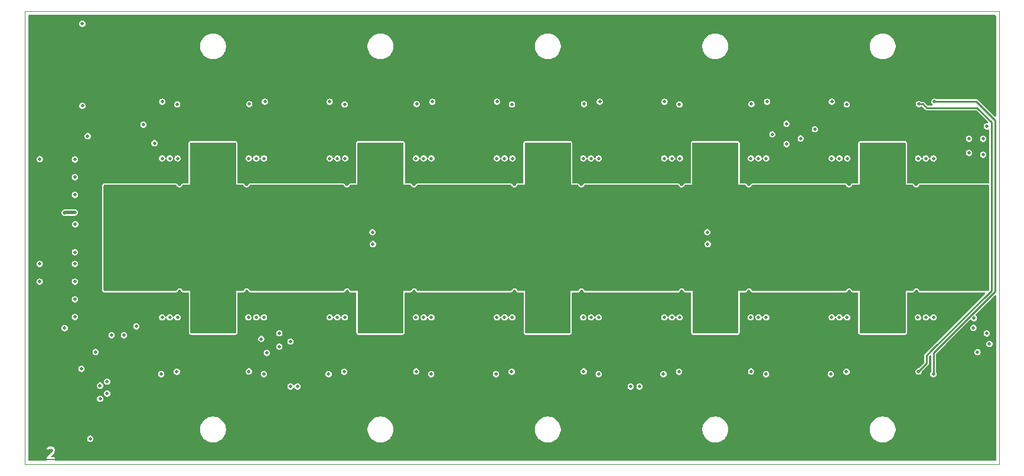
<source format=gbr>
%TF.GenerationSoftware,KiCad,Pcbnew,8.0.6*%
%TF.CreationDate,2024-12-11T18:08:36+01:00*%
%TF.ProjectId,AsicsBoard - 10xBM1370 - 01A,41736963-7342-46f6-9172-64202d203130,rev?*%
%TF.SameCoordinates,Original*%
%TF.FileFunction,Copper,L2,Inr*%
%TF.FilePolarity,Positive*%
%FSLAX46Y46*%
G04 Gerber Fmt 4.6, Leading zero omitted, Abs format (unit mm)*
G04 Created by KiCad (PCBNEW 8.0.6) date 2024-12-11 18:08:36*
%MOMM*%
%LPD*%
G01*
G04 APERTURE LIST*
%ADD10C,0.300000*%
%TA.AperFunction,ComponentPad*%
%ADD11C,0.800000*%
%TD*%
%TA.AperFunction,ComponentPad*%
%ADD12C,6.400000*%
%TD*%
%TA.AperFunction,ViaPad*%
%ADD13C,0.500000*%
%TD*%
%TA.AperFunction,ViaPad*%
%ADD14C,0.800000*%
%TD*%
%TA.AperFunction,Conductor*%
%ADD15C,0.254000*%
%TD*%
%TA.AperFunction,Conductor*%
%ADD16C,0.250000*%
%TD*%
%TA.AperFunction,Conductor*%
%ADD17C,0.500000*%
%TD*%
%TA.AperFunction,Profile*%
%ADD18C,0.100000*%
%TD*%
G04 APERTURE END LIST*
D10*
G36*
X69504258Y-119417495D02*
G01*
X67945234Y-119417495D01*
X67945234Y-119071565D01*
X68111901Y-119071565D01*
X68111901Y-119130091D01*
X68134298Y-119184163D01*
X68175684Y-119225549D01*
X68207358Y-119238668D01*
X68229755Y-119247946D01*
X68259019Y-119250828D01*
X69187591Y-119250828D01*
X69216855Y-119247946D01*
X69270927Y-119225548D01*
X69312311Y-119184164D01*
X69334709Y-119130092D01*
X69334709Y-119071564D01*
X69312311Y-119017492D01*
X69270927Y-118976108D01*
X69216855Y-118953710D01*
X69187591Y-118950828D01*
X68621151Y-118950828D01*
X69222228Y-118349751D01*
X69240883Y-118327021D01*
X69242946Y-118322039D01*
X69246476Y-118317970D01*
X69258464Y-118291120D01*
X69329893Y-118076835D01*
X69333192Y-118062325D01*
X69334709Y-118058664D01*
X69335231Y-118053355D01*
X69336413Y-118048161D01*
X69336132Y-118044211D01*
X69337591Y-118029400D01*
X69337591Y-117886542D01*
X69334709Y-117857278D01*
X69332645Y-117852297D01*
X69332264Y-117846923D01*
X69321755Y-117819459D01*
X69250326Y-117676603D01*
X69242399Y-117664011D01*
X69240883Y-117660349D01*
X69237499Y-117656226D01*
X69234661Y-117651717D01*
X69231668Y-117649121D01*
X69222228Y-117637619D01*
X69150800Y-117566191D01*
X69139298Y-117556751D01*
X69136702Y-117553758D01*
X69132188Y-117550917D01*
X69128069Y-117547536D01*
X69124409Y-117546020D01*
X69111816Y-117538093D01*
X68968958Y-117466664D01*
X68941495Y-117456154D01*
X68936117Y-117455771D01*
X68931140Y-117453710D01*
X68901876Y-117450828D01*
X68544734Y-117450828D01*
X68515470Y-117453710D01*
X68510492Y-117455771D01*
X68505115Y-117456154D01*
X68477652Y-117466664D01*
X68334794Y-117538093D01*
X68322202Y-117546019D01*
X68318540Y-117547536D01*
X68314417Y-117550919D01*
X68309908Y-117553758D01*
X68307312Y-117556750D01*
X68295810Y-117566191D01*
X68224382Y-117637619D01*
X68205727Y-117660350D01*
X68183330Y-117714422D01*
X68183330Y-117772948D01*
X68205727Y-117827020D01*
X68247113Y-117868406D01*
X68301185Y-117890803D01*
X68359711Y-117890803D01*
X68413783Y-117868406D01*
X68436514Y-117849751D01*
X68490730Y-117795535D01*
X68580144Y-117750828D01*
X68866466Y-117750828D01*
X68955880Y-117795535D01*
X68992884Y-117832539D01*
X69037591Y-117921952D01*
X69037591Y-118005059D01*
X68985057Y-118162657D01*
X68152953Y-118994762D01*
X68134298Y-119017493D01*
X68111901Y-119071565D01*
X67945234Y-119071565D01*
X67945234Y-117284161D01*
X69504258Y-117284161D01*
X69504258Y-119417495D01*
G37*
D11*
%TO.N,VPWR_ASIC*%
%TO.C,H33*%
X202600000Y-91000000D03*
X201900000Y-92900000D03*
X201900000Y-89100000D03*
X200000000Y-93600000D03*
D12*
X200000000Y-91000000D03*
D11*
X200000000Y-88400000D03*
X198100000Y-92900000D03*
X198100000Y-89100000D03*
X197400000Y-91000000D03*
%TD*%
%TO.N,VPWR_ASIC*%
%TO.C,H11*%
X82600000Y-84000000D03*
X81900000Y-85900000D03*
X81900000Y-82100000D03*
X80000000Y-86600000D03*
D12*
X80000000Y-84000000D03*
D11*
X80000000Y-81400000D03*
X78100000Y-85900000D03*
X78100000Y-82100000D03*
X77400000Y-84000000D03*
%TD*%
%TO.N,VPWR_ASIC*%
%TO.C,H27*%
X178600000Y-84000000D03*
X177900000Y-85900000D03*
X177900000Y-82100000D03*
X176000000Y-86600000D03*
D12*
X176000000Y-84000000D03*
D11*
X176000000Y-81400000D03*
X174100000Y-85900000D03*
X174100000Y-82100000D03*
X173400000Y-84000000D03*
%TD*%
%TO.N,GND*%
%TO.C,H14*%
X82600000Y-115000000D03*
X81900000Y-116900000D03*
X81900000Y-113100000D03*
X80000000Y-117600000D03*
D12*
X80000000Y-115000000D03*
D11*
X80000000Y-112400000D03*
X78100000Y-116900000D03*
X78100000Y-113100000D03*
X77400000Y-115000000D03*
%TD*%
%TO.N,GND*%
%TO.C,H34*%
X202600000Y-115000000D03*
X201900000Y-116900000D03*
X201900000Y-113100000D03*
X200000000Y-117600000D03*
D12*
X200000000Y-115000000D03*
D11*
X200000000Y-112400000D03*
X198100000Y-116900000D03*
X198100000Y-113100000D03*
X197400000Y-115000000D03*
%TD*%
%TO.N,VPWR_ASIC*%
%TO.C,H21*%
X130600000Y-91000000D03*
X129900000Y-92900000D03*
X129900000Y-89100000D03*
X128000000Y-93600000D03*
D12*
X128000000Y-91000000D03*
D11*
X128000000Y-88400000D03*
X126100000Y-92900000D03*
X126100000Y-89100000D03*
X125400000Y-91000000D03*
%TD*%
%TO.N,GND*%
%TO.C,H20*%
X130600000Y-60000000D03*
X129900000Y-61900000D03*
X129900000Y-58100000D03*
X128000000Y-62600000D03*
D12*
X128000000Y-60000000D03*
D11*
X128000000Y-57400000D03*
X126100000Y-61900000D03*
X126100000Y-58100000D03*
X125400000Y-60000000D03*
%TD*%
%TO.N,VPWR_ASIC*%
%TO.C,H19*%
X130600000Y-84000000D03*
X129900000Y-85900000D03*
X129900000Y-82100000D03*
X128000000Y-86600000D03*
D12*
X128000000Y-84000000D03*
D11*
X128000000Y-81400000D03*
X126100000Y-85900000D03*
X126100000Y-82100000D03*
X125400000Y-84000000D03*
%TD*%
%TO.N,GND*%
%TO.C,H32*%
X202600000Y-60000000D03*
X201900000Y-61900000D03*
X201900000Y-58100000D03*
X200000000Y-62600000D03*
D12*
X200000000Y-60000000D03*
D11*
X200000000Y-57400000D03*
X198100000Y-61900000D03*
X198100000Y-58100000D03*
X197400000Y-60000000D03*
%TD*%
%TO.N,VPWR_ASIC*%
%TO.C,H13*%
X82600000Y-91000000D03*
X81900000Y-92900000D03*
X81900000Y-89100000D03*
X80000000Y-93600000D03*
D12*
X80000000Y-91000000D03*
D11*
X80000000Y-88400000D03*
X78100000Y-92900000D03*
X78100000Y-89100000D03*
X77400000Y-91000000D03*
%TD*%
%TO.N,VPWR_ASIC*%
%TO.C,H31*%
X202600000Y-84000000D03*
X201900000Y-85900000D03*
X201900000Y-82100000D03*
X200000000Y-86600000D03*
D12*
X200000000Y-84000000D03*
D11*
X200000000Y-81400000D03*
X198100000Y-85900000D03*
X198100000Y-82100000D03*
X197400000Y-84000000D03*
%TD*%
%TO.N,GND*%
%TO.C,H30*%
X178600000Y-115000000D03*
X177900000Y-116900000D03*
X177900000Y-113100000D03*
X176000000Y-117600000D03*
D12*
X176000000Y-115000000D03*
D11*
X176000000Y-112400000D03*
X174100000Y-116900000D03*
X174100000Y-113100000D03*
X173400000Y-115000000D03*
%TD*%
%TO.N,VPWR_ASIC*%
%TO.C,H23*%
X154600000Y-84000000D03*
X153900000Y-85900000D03*
X153900000Y-82100000D03*
X152000000Y-86600000D03*
D12*
X152000000Y-84000000D03*
D11*
X152000000Y-81400000D03*
X150100000Y-85900000D03*
X150100000Y-82100000D03*
X149400000Y-84000000D03*
%TD*%
%TO.N,VPWR_ASIC*%
%TO.C,H17*%
X106600000Y-91000000D03*
X105900000Y-92900000D03*
X105900000Y-89100000D03*
X104000000Y-93600000D03*
D12*
X104000000Y-91000000D03*
D11*
X104000000Y-88400000D03*
X102100000Y-92900000D03*
X102100000Y-89100000D03*
X101400000Y-91000000D03*
%TD*%
%TO.N,VPWR_ASIC*%
%TO.C,H25*%
X154600000Y-91000000D03*
X153900000Y-92900000D03*
X153900000Y-89100000D03*
X152000000Y-93600000D03*
D12*
X152000000Y-91000000D03*
D11*
X152000000Y-88400000D03*
X150100000Y-92900000D03*
X150100000Y-89100000D03*
X149400000Y-91000000D03*
%TD*%
%TO.N,GND*%
%TO.C,H22*%
X130600000Y-115000000D03*
X129900000Y-116900000D03*
X129900000Y-113100000D03*
X128000000Y-117600000D03*
D12*
X128000000Y-115000000D03*
D11*
X128000000Y-112400000D03*
X126100000Y-116900000D03*
X126100000Y-113100000D03*
X125400000Y-115000000D03*
%TD*%
%TO.N,VPWR_ASIC*%
%TO.C,H15*%
X106600000Y-84000000D03*
X105900000Y-85900000D03*
X105900000Y-82100000D03*
X104000000Y-86600000D03*
D12*
X104000000Y-84000000D03*
D11*
X104000000Y-81400000D03*
X102100000Y-85900000D03*
X102100000Y-82100000D03*
X101400000Y-84000000D03*
%TD*%
%TO.N,GND*%
%TO.C,H12*%
X82600000Y-60000000D03*
X81900000Y-61900000D03*
X81900000Y-58100000D03*
X80000000Y-62600000D03*
D12*
X80000000Y-60000000D03*
D11*
X80000000Y-57400000D03*
X78100000Y-61900000D03*
X78100000Y-58100000D03*
X77400000Y-60000000D03*
%TD*%
%TO.N,VPWR_ASIC*%
%TO.C,H29*%
X178600000Y-91000000D03*
X177900000Y-92900000D03*
X177900000Y-89100000D03*
X176000000Y-93600000D03*
D12*
X176000000Y-91000000D03*
D11*
X176000000Y-88400000D03*
X174100000Y-92900000D03*
X174100000Y-89100000D03*
X173400000Y-91000000D03*
%TD*%
%TO.N,GND*%
%TO.C,H24*%
X154600000Y-60000000D03*
X153900000Y-61900000D03*
X153900000Y-58100000D03*
X152000000Y-62600000D03*
D12*
X152000000Y-60000000D03*
D11*
X152000000Y-57400000D03*
X150100000Y-61900000D03*
X150100000Y-58100000D03*
X149400000Y-60000000D03*
%TD*%
%TO.N,GND*%
%TO.C,H18*%
X106600000Y-115000000D03*
X105900000Y-116900000D03*
X105900000Y-113100000D03*
X104000000Y-117600000D03*
D12*
X104000000Y-115000000D03*
D11*
X104000000Y-112400000D03*
X102100000Y-116900000D03*
X102100000Y-113100000D03*
X101400000Y-115000000D03*
%TD*%
%TO.N,GND*%
%TO.C,H26*%
X154600000Y-115000000D03*
X153900000Y-116900000D03*
X153900000Y-113100000D03*
X152000000Y-117600000D03*
D12*
X152000000Y-115000000D03*
D11*
X152000000Y-112400000D03*
X150100000Y-116900000D03*
X150100000Y-113100000D03*
X149400000Y-115000000D03*
%TD*%
%TO.N,GND*%
%TO.C,H28*%
X178600000Y-60000000D03*
X177900000Y-61900000D03*
X177900000Y-58100000D03*
X176000000Y-62600000D03*
D12*
X176000000Y-60000000D03*
D11*
X176000000Y-57400000D03*
X174100000Y-61900000D03*
X174100000Y-58100000D03*
X173400000Y-60000000D03*
%TD*%
%TO.N,GND*%
%TO.C,H16*%
X106600000Y-60000000D03*
X105900000Y-61900000D03*
X105900000Y-58100000D03*
X104000000Y-62600000D03*
D12*
X104000000Y-60000000D03*
D11*
X104000000Y-57400000D03*
X102100000Y-61900000D03*
X102100000Y-58100000D03*
X101400000Y-60000000D03*
%TD*%
D13*
%TO.N,+5V_STDBY*%
X73128000Y-106284000D03*
X67145000Y-76185000D03*
X73255000Y-56754000D03*
D14*
%TO.N,GND*%
X186000000Y-106500000D03*
D13*
X192800000Y-79800000D03*
D14*
X114000000Y-71500000D03*
X94000000Y-103500000D03*
D13*
X99320000Y-108000000D03*
X67032000Y-64882000D03*
X108680000Y-104500000D03*
D14*
X138000000Y-108508000D03*
D13*
X194553006Y-69732000D03*
D14*
X142000000Y-70000000D03*
D13*
X134596000Y-66160000D03*
X135200000Y-95200000D03*
X96820000Y-96200000D03*
X147320000Y-108000000D03*
D14*
X166000000Y-66500000D03*
X138000000Y-73000000D03*
D13*
X120820000Y-96200000D03*
X193524000Y-108816000D03*
D14*
X162000000Y-106500000D03*
D13*
X67032000Y-60310000D03*
D14*
X186000000Y-70000000D03*
D13*
X132700000Y-96380000D03*
D14*
X118000000Y-66500000D03*
D13*
X159180000Y-79800000D03*
D14*
X162000000Y-108508000D03*
X94000000Y-73000000D03*
D13*
X110900000Y-69700000D03*
D14*
X116000000Y-66500000D03*
D13*
X180680000Y-67000000D03*
X111180000Y-78800000D03*
X111180000Y-79800000D03*
D14*
X94000000Y-70000000D03*
X114000000Y-103500000D03*
D13*
X180680000Y-104500000D03*
D14*
X162000000Y-66500000D03*
D13*
X144820000Y-96200000D03*
D14*
X92000000Y-66500000D03*
X90000000Y-102000000D03*
D13*
X171320000Y-108000000D03*
D14*
X162000000Y-105000000D03*
X186000000Y-102000000D03*
D13*
X98200000Y-100830000D03*
X168800000Y-79800000D03*
X109800000Y-74170000D03*
X192820000Y-96200000D03*
X192820000Y-95200000D03*
X86500000Y-108734000D03*
X182900000Y-69700000D03*
D14*
X92000000Y-108500000D03*
D13*
X123300000Y-96380000D03*
X66943500Y-114704500D03*
X169100000Y-105300000D03*
X123320000Y-67000000D03*
X97512000Y-108816000D03*
D14*
X90000000Y-71500000D03*
D13*
X147300000Y-96380000D03*
D14*
X142000000Y-73000000D03*
X114000000Y-102000000D03*
X138000000Y-66500000D03*
D13*
X120820000Y-78800000D03*
D14*
X188000000Y-66500000D03*
D13*
X84680000Y-108000000D03*
X110466000Y-108816000D03*
X171320000Y-67000000D03*
D14*
X114000000Y-108500000D03*
X166000000Y-102000000D03*
D13*
X97512000Y-66160000D03*
D14*
X186000000Y-108508000D03*
X190000000Y-73000000D03*
D13*
X133800000Y-100830000D03*
X156700000Y-78620000D03*
X84700000Y-96380000D03*
X159200000Y-95200000D03*
D14*
X94000000Y-102000000D03*
D13*
X192820000Y-78800000D03*
D14*
X166000000Y-108508000D03*
D13*
X181800000Y-74170000D03*
X158900000Y-69700000D03*
X157800000Y-100830000D03*
D14*
X138000000Y-106500000D03*
D13*
X121100000Y-105300000D03*
D14*
X118000000Y-102000000D03*
D13*
X133800000Y-74170000D03*
D14*
X142000000Y-66500000D03*
X186000000Y-71500000D03*
X186000000Y-105000000D03*
D13*
X182602000Y-66160000D03*
X159180000Y-96200000D03*
X111200000Y-95200000D03*
X145518000Y-108816000D03*
D14*
X118000000Y-73000000D03*
X94000000Y-66500000D03*
D13*
X183200000Y-95200000D03*
X195320000Y-67000000D03*
D14*
X189996441Y-66468000D03*
D13*
X85446994Y-105268000D03*
X109446994Y-105268000D03*
X123300000Y-78620000D03*
D14*
X90000000Y-103500000D03*
D13*
X135180000Y-78800000D03*
X98200000Y-74170000D03*
X99300000Y-78620000D03*
X171300000Y-96380000D03*
D14*
X114000000Y-66500000D03*
D13*
X87180000Y-79800000D03*
D14*
X138000000Y-103500000D03*
X186000000Y-66500000D03*
X94000000Y-108500000D03*
D13*
X67145000Y-83852000D03*
D14*
X190000000Y-105000000D03*
D13*
X182602000Y-108816000D03*
X168820000Y-95200000D03*
D14*
X138000000Y-71500000D03*
D13*
X71096000Y-106284000D03*
D14*
X162000000Y-102000000D03*
D13*
X147300000Y-78620000D03*
X87180000Y-78800000D03*
X146553006Y-69732000D03*
X122553006Y-69732000D03*
X99300000Y-96380000D03*
D14*
X90000000Y-73000000D03*
X94000000Y-105000000D03*
X190000000Y-106500000D03*
D13*
X108680000Y-108000000D03*
X157800000Y-74170000D03*
D14*
X114000000Y-73000000D03*
D13*
X146200000Y-100830000D03*
X84700000Y-78620000D03*
D14*
X166000000Y-106500000D03*
X90000000Y-105000000D03*
X138000000Y-105000000D03*
D13*
X147320000Y-70500000D03*
X195320000Y-108000000D03*
X132680000Y-104500000D03*
X194200000Y-74170000D03*
X108700000Y-96380000D03*
D14*
X140000000Y-66500000D03*
D13*
X96820000Y-95200000D03*
D14*
X118000000Y-108500000D03*
D13*
X133446994Y-105268000D03*
X70080000Y-58024000D03*
X170200000Y-74170000D03*
D14*
X186000000Y-68500000D03*
X90000000Y-68500000D03*
D13*
X132680000Y-108000000D03*
X71700000Y-116500000D03*
D14*
X164000000Y-66500000D03*
X162000000Y-73000000D03*
D13*
X156680000Y-108000000D03*
X87180000Y-96200000D03*
X145100000Y-105300000D03*
D14*
X138000000Y-70000000D03*
D13*
X120820000Y-95200000D03*
D14*
X162000000Y-103500000D03*
D13*
X193524000Y-66160000D03*
D14*
X164000000Y-108508000D03*
X166000000Y-103500000D03*
X142000000Y-71500000D03*
D13*
X111180000Y-96200000D03*
X86590000Y-66160000D03*
X144820000Y-78800000D03*
X135180000Y-96200000D03*
D14*
X142000000Y-108508000D03*
X118000000Y-106500000D03*
X162000000Y-68500000D03*
X138000000Y-68500000D03*
X114000000Y-70000000D03*
X162000000Y-70000000D03*
D13*
X158472000Y-108816000D03*
D14*
X190000000Y-108508000D03*
D13*
X84680000Y-67000000D03*
X169394000Y-108816000D03*
X123320000Y-108000000D03*
X180680000Y-108000000D03*
X121388000Y-66160000D03*
X168820000Y-96200000D03*
D14*
X162000000Y-71500000D03*
D13*
X122200000Y-74170000D03*
X171320000Y-70500000D03*
X183180000Y-96200000D03*
X97100000Y-105300000D03*
X68810000Y-104379000D03*
X156680000Y-67000000D03*
X71527000Y-112380000D03*
X108680000Y-67000000D03*
X181446994Y-105268000D03*
X193100000Y-105300000D03*
D14*
X166000000Y-105000000D03*
D13*
X159180000Y-78800000D03*
X134596000Y-108816000D03*
D14*
X190000000Y-68500000D03*
D13*
X123320000Y-70500000D03*
D14*
X114000000Y-106500000D03*
D13*
X110466000Y-66160000D03*
X146200000Y-74170000D03*
D14*
X118000000Y-105000000D03*
D13*
X132680000Y-67000000D03*
D14*
X166000000Y-68500000D03*
D13*
X99320000Y-67000000D03*
X180700000Y-78620000D03*
X121388000Y-108816000D03*
X108700000Y-78620000D03*
X135180000Y-79800000D03*
X109800000Y-100830000D03*
X96820000Y-78800000D03*
D14*
X190000000Y-71500000D03*
X190000000Y-103500000D03*
X118000000Y-70000000D03*
D13*
X145518000Y-66160000D03*
X168820000Y-78800000D03*
X195300000Y-78620000D03*
X87200000Y-95200000D03*
X99320000Y-70500000D03*
X171300000Y-78620000D03*
X96800000Y-79800000D03*
D14*
X166000000Y-71500000D03*
X188000000Y-108508000D03*
D13*
X157446994Y-105268000D03*
X71477000Y-62596000D03*
D14*
X114000000Y-105000000D03*
D13*
X85800000Y-74170000D03*
D14*
X90000000Y-66500000D03*
X142000000Y-105000000D03*
D13*
X144800000Y-79800000D03*
D14*
X90000000Y-106500000D03*
X94000000Y-68500000D03*
D13*
X120800000Y-79800000D03*
X98553006Y-69732000D03*
D14*
X94000000Y-71500000D03*
D13*
X144820000Y-95200000D03*
X183180000Y-79800000D03*
X66943500Y-110132500D03*
X85800000Y-100830000D03*
X132700000Y-78620000D03*
X195320000Y-70500000D03*
D14*
X142000000Y-102000000D03*
D13*
X84680000Y-104500000D03*
D14*
X118000000Y-68500000D03*
D13*
X170553006Y-69732000D03*
X183180000Y-78800000D03*
X195300000Y-96380000D03*
D14*
X190000000Y-70000000D03*
D13*
X169394000Y-66160000D03*
D14*
X166000000Y-70000000D03*
X90000000Y-70000000D03*
X138000000Y-102000000D03*
D13*
X156700000Y-96380000D03*
D14*
X140000000Y-108508000D03*
D13*
X147320000Y-67000000D03*
D14*
X142000000Y-68500000D03*
X118000000Y-71500000D03*
D13*
X194200000Y-100830000D03*
X75600000Y-88500000D03*
X158472000Y-66160000D03*
D14*
X94000000Y-106500000D03*
D13*
X170200000Y-100830000D03*
D14*
X186000000Y-103500000D03*
D13*
X156680000Y-104500000D03*
X134900000Y-69700000D03*
D14*
X114000000Y-68500000D03*
D13*
X86900000Y-69700000D03*
D14*
X118000000Y-103500000D03*
X142000000Y-103500000D03*
D13*
X181800000Y-100830000D03*
X180700000Y-96380000D03*
X122200000Y-100830000D03*
X71118000Y-67100000D03*
D14*
X186000000Y-73000000D03*
X142000000Y-106500000D03*
D13*
X73166500Y-101204000D03*
D14*
X90000000Y-108500000D03*
X190000000Y-102000000D03*
X116000000Y-108500000D03*
X166000000Y-73000000D03*
D13*
%TO.N,+0.8V*%
X108718000Y-67954000D03*
X123434000Y-67954000D03*
X108566000Y-107046000D03*
X99434000Y-67954000D03*
X132718000Y-67954000D03*
X180718000Y-67954000D03*
X195282000Y-107046000D03*
X84718000Y-67954000D03*
X171282000Y-107046000D03*
X84566000Y-107046000D03*
X123282000Y-107046000D03*
X99282000Y-107046000D03*
X180566000Y-107046000D03*
X147282000Y-107046000D03*
X156566000Y-107046000D03*
X195434000Y-67954000D03*
X156718000Y-67954000D03*
X74398000Y-116317000D03*
X171434000Y-67954000D03*
X147434000Y-67954000D03*
X132566000Y-107046000D03*
%TO.N,+1.2V*%
X193140000Y-106660000D03*
X86810000Y-106710000D03*
X70715000Y-83900000D03*
X182810000Y-106710000D03*
X72195000Y-83852000D03*
X86860000Y-68340000D03*
X97140000Y-106660000D03*
X145190000Y-68290000D03*
X97190000Y-68290000D03*
X169140000Y-106660000D03*
X74017000Y-72883000D03*
X158860000Y-68340000D03*
X70715000Y-100442000D03*
X110860000Y-68340000D03*
X121190000Y-68290000D03*
X182860000Y-68340000D03*
X145140000Y-106660000D03*
X193190000Y-68290000D03*
X73276500Y-68543500D03*
X134810000Y-106710000D03*
X121140000Y-106660000D03*
X169190000Y-68290000D03*
X158810000Y-106710000D03*
X110810000Y-106710000D03*
X134860000Y-68340000D03*
D14*
%TO.N,VPWR_ASIC*%
X116000000Y-78600000D03*
X90000000Y-74600000D03*
X162000000Y-100400000D03*
X118000000Y-94400000D03*
X140000000Y-76600000D03*
X142000000Y-78600000D03*
X118000000Y-76600000D03*
X166000000Y-100400000D03*
X190000000Y-100400000D03*
X186000000Y-76600000D03*
X162000000Y-76600000D03*
X118000000Y-96400000D03*
X92000000Y-78600000D03*
X164000000Y-76600000D03*
X116000000Y-76600000D03*
X186000000Y-80600000D03*
X92000000Y-80600000D03*
X116000000Y-98400000D03*
X140000000Y-96400000D03*
X162000000Y-80600000D03*
X114000000Y-100400000D03*
X142000000Y-96400000D03*
X186000000Y-96400000D03*
X186000000Y-94400000D03*
X138000000Y-94400000D03*
X188000000Y-96400000D03*
X190000000Y-96400000D03*
X140000000Y-78600000D03*
X142000000Y-100400000D03*
X190000000Y-74600000D03*
X116000000Y-94400000D03*
X142000000Y-94400000D03*
X164000000Y-80600000D03*
X162000000Y-98400000D03*
X90000000Y-98400000D03*
X116000000Y-96400000D03*
X186000000Y-78600000D03*
X90000000Y-78600000D03*
X162000000Y-96400000D03*
X94000000Y-100400000D03*
X138000000Y-76600000D03*
X188000000Y-98400000D03*
X190000000Y-94400000D03*
X94000000Y-78600000D03*
X90000000Y-76600000D03*
X140000000Y-98400000D03*
X94000000Y-98400000D03*
X142000000Y-80600000D03*
X94000000Y-74600000D03*
X166000000Y-74600000D03*
X166000000Y-76600000D03*
X90000000Y-94400000D03*
X118000000Y-80600000D03*
X186000000Y-74600000D03*
X138000000Y-78600000D03*
X140000000Y-80600000D03*
X114000000Y-94400000D03*
X142000000Y-76600000D03*
X190000000Y-80600000D03*
X118000000Y-100400000D03*
X164000000Y-96400000D03*
X190000000Y-98400000D03*
X92000000Y-94400000D03*
X116000000Y-80600000D03*
X164000000Y-94400000D03*
X114000000Y-96400000D03*
X94000000Y-94400000D03*
X138000000Y-74600000D03*
X94000000Y-96400000D03*
X162000000Y-74600000D03*
X162000000Y-78600000D03*
X138000000Y-96400000D03*
X138000000Y-80600000D03*
X166000000Y-94400000D03*
X190000000Y-78600000D03*
X186000000Y-98400000D03*
X190000000Y-76600000D03*
X188000000Y-78600000D03*
X118000000Y-74600000D03*
X166000000Y-98400000D03*
X166000000Y-80600000D03*
X92000000Y-76600000D03*
X94000000Y-76600000D03*
X90000000Y-96400000D03*
X140000000Y-94400000D03*
X188000000Y-76600000D03*
X138000000Y-100400000D03*
X92000000Y-98400000D03*
X90000000Y-80600000D03*
X114000000Y-76600000D03*
X166000000Y-78600000D03*
X186000000Y-100400000D03*
X114000000Y-80600000D03*
X166000000Y-96400000D03*
X164000000Y-78600000D03*
X188000000Y-80600000D03*
X118000000Y-78600000D03*
X92000000Y-96400000D03*
X114000000Y-98400000D03*
X114000000Y-74600000D03*
X162000000Y-94400000D03*
X138000000Y-98400000D03*
X94000000Y-80600000D03*
X114000000Y-78600000D03*
X142000000Y-98400000D03*
X142000000Y-74600000D03*
X90000000Y-100400000D03*
X188000000Y-94400000D03*
X118000000Y-98400000D03*
X164000000Y-98400000D03*
D13*
%TO.N,/VSP*%
X67145000Y-91232000D03*
X72239000Y-85555000D03*
%TO.N,/VSN*%
X67145000Y-93772000D03*
X72200000Y-89548000D03*
%TO.N,/CTN1_RTN*%
X103100000Y-108824000D03*
X114860000Y-86675000D03*
X72195000Y-98852000D03*
X76811000Y-108117591D03*
%TO.N,/CTN1*%
X72195000Y-96312000D03*
X114914000Y-88377000D03*
X104116000Y-108824000D03*
X75795000Y-108697000D03*
%TO.N,/CTN2*%
X162920000Y-88377000D03*
X75804668Y-110592332D03*
X153138000Y-108824000D03*
X72195000Y-91232000D03*
%TO.N,/CTN2_RTN*%
X162866000Y-86675000D03*
X72195000Y-93772000D03*
X151868000Y-108824000D03*
X76811000Y-109840000D03*
%TO.N,/RSTIn*%
X81002000Y-100188000D03*
X72195000Y-76232000D03*
%TO.N,/CLKI*%
X75160000Y-103871000D03*
%TO.N,/CI*%
X72195000Y-78772000D03*
X79224000Y-101458000D03*
%TO.N,/RO*%
X72195000Y-81312000D03*
X77446000Y-101458000D03*
%TO.N,/ASICs/ASICs_BM1370_1/BM1370-1/VDD1_0*%
X108700000Y-98910000D03*
%TO.N,/ASICs/ASICs_BM1370_1/BM1370-1/VDD2_0*%
X109800000Y-98910000D03*
%TO.N,/ASICs/ASICs_BM1370_1/BM1370-1/VDD3_0*%
X110900000Y-98910000D03*
%TO.N,/ASICs/ASICs_BM1370_1/BM1370-1/VDD3_1*%
X121067216Y-98910000D03*
%TO.N,/ASICs/ASICs_BM1370_1/BM1370-1/VDD2_1*%
X122200000Y-98910000D03*
%TO.N,/ASICs/ASICs_BM1370_1/BM1370-1/VDD1_1*%
X123300000Y-98910000D03*
%TO.N,/ASICs/ASICs_BM1370_1/BM1370-0/VDD1_0*%
X84700000Y-98910000D03*
%TO.N,/ASICs/ASICs_BM1370_1/BM1370-0/VDD2_0*%
X85800000Y-98910000D03*
%TO.N,/ASICs/ASICs_BM1370_1/BM1370-0/VDD3_0*%
X86900000Y-98910000D03*
%TO.N,/ASICs/ASICs_BM1370_1/BM1370-0/VDD3_1*%
X97067216Y-98910000D03*
%TO.N,/ASICs/ASICs_BM1370_1/BM1370-0/VDD2_1*%
X98200000Y-98910000D03*
%TO.N,/ASICs/ASICs_BM1370_1/BM1370-0/VDD1_1*%
X99300000Y-98910000D03*
%TO.N,/ASICs/ASICs_BM1370_2/BM1370-1/VDD1_0*%
X171300000Y-76090000D03*
%TO.N,/ASICs/ASICs_BM1370_2/BM1370-1/VDD2_0*%
X170200000Y-76090000D03*
%TO.N,/ASICs/ASICs_BM1370_2/BM1370-1/VDD3_0*%
X169100000Y-76090000D03*
%TO.N,/ASICs/ASICs_BM1370_2/BM1370-1/VDD3_1*%
X158932784Y-76090000D03*
%TO.N,/ASICs/ASICs_BM1370_2/BM1370-1/VDD2_1*%
X157800000Y-76090000D03*
%TO.N,/ASICs/ASICs_BM1370_2/BM1370-1/VDD1_1*%
X156700000Y-76090000D03*
%TO.N,/ASICs/ASICs_BM1370_1/BM1370-2/VDD1_0*%
X132700000Y-98910000D03*
%TO.N,/ASICs/ASICs_BM1370_1/BM1370-2/VDD2_0*%
X133800000Y-98910000D03*
%TO.N,/ASICs/ASICs_BM1370_1/BM1370-2/VDD3_0*%
X134900000Y-98910000D03*
%TO.N,/ASICs/ASICs_BM1370_1/BM1370-2/VDD3_1*%
X145067216Y-98910000D03*
%TO.N,/ASICs/ASICs_BM1370_1/BM1370-2/VDD2_1*%
X146200000Y-98910000D03*
%TO.N,/ASICs/ASICs_BM1370_1/BM1370-2/VDD1_1*%
X147300000Y-98910000D03*
%TO.N,/ASICs/ASICs_BM1370_2/BM1370-2/VDD1_0*%
X147300000Y-76090000D03*
%TO.N,/ASICs/ASICs_BM1370_2/BM1370-2/VDD2_0*%
X146200000Y-76090000D03*
%TO.N,/ASICs/ASICs_BM1370_2/BM1370-2/VDD3_0*%
X145100000Y-76090000D03*
%TO.N,/ASICs/ASICs_BM1370_2/BM1370-2/VDD3_1*%
X134932784Y-76090000D03*
%TO.N,/ASICs/ASICs_BM1370_2/BM1370-2/VDD2_1*%
X133800000Y-76090000D03*
%TO.N,/ASICs/ASICs_BM1370_2/BM1370-2/VDD1_1*%
X132700000Y-76090000D03*
%TO.N,/ASICs/ASICs_BM1370_1/BM1370-3/VDD1_0*%
X156700000Y-98910000D03*
%TO.N,/ASICs/ASICs_BM1370_1/BM1370-3/VDD2_0*%
X157800000Y-98910000D03*
%TO.N,/ASICs/ASICs_BM1370_1/BM1370-3/VDD3_0*%
X158900000Y-98910000D03*
%TO.N,/ASICs/ASICs_BM1370_1/BM1370-3/VDD3_1*%
X169067216Y-98910000D03*
%TO.N,/ASICs/ASICs_BM1370_1/BM1370-3/VDD2_1*%
X170200000Y-98910000D03*
%TO.N,/ASICs/ASICs_BM1370_1/BM1370-3/VDD1_1*%
X171300000Y-98910000D03*
%TO.N,/ASICs/ASICs_BM1370_2/BM1370-0/VDD1_0*%
X195300000Y-76090000D03*
%TO.N,/ASICs/ASICs_BM1370_2/BM1370-0/VDD2_0*%
X194200000Y-76090000D03*
%TO.N,/ASICs/ASICs_BM1370_2/BM1370-0/VDD3_0*%
X193100000Y-76090000D03*
%TO.N,/ASICs/ASICs_BM1370_2/BM1370-0/VDD3_1*%
X182932784Y-76090000D03*
%TO.N,/ASICs/ASICs_BM1370_2/BM1370-0/VDD2_1*%
X181800000Y-76090000D03*
%TO.N,/ASICs/ASICs_BM1370_2/BM1370-0/VDD1_1*%
X180700000Y-76090000D03*
%TO.N,/ASICs/ASICs_BM1370_2/BM1370-3/VDD1_0*%
X123300000Y-76090000D03*
%TO.N,/ASICs/ASICs_BM1370_2/BM1370-3/VDD2_0*%
X122200000Y-76090000D03*
%TO.N,/ASICs/ASICs_BM1370_2/BM1370-3/VDD3_0*%
X121100000Y-76090000D03*
%TO.N,/ASICs/ASICs_BM1370_2/BM1370-3/VDD3_1*%
X110932784Y-76090000D03*
%TO.N,/ASICs/ASICs_BM1370_2/BM1370-3/VDD2_1*%
X109800000Y-76090000D03*
%TO.N,/ASICs/ASICs_BM1370_2/BM1370-3/VDD1_1*%
X108700000Y-76090000D03*
%TO.N,/ASICs/ASICs_BM1370_1/BM1370-4/VDD1_0*%
X180700000Y-98910000D03*
%TO.N,/ASICs/ASICs_BM1370_1/BM1370-4/VDD2_0*%
X181800000Y-98910000D03*
%TO.N,/ASICs/ASICs_BM1370_1/BM1370-4/VDD3_0*%
X182900000Y-98910000D03*
%TO.N,/ASICs/ASICs_BM1370_1/BM1370-4/VDD3_1*%
X193067216Y-98910000D03*
%TO.N,/ASICs/ASICs_BM1370_1/BM1370-4/VDD2_1*%
X194200000Y-98910000D03*
%TO.N,/ASICs/ASICs_BM1370_1/BM1370-4/VDD1_1*%
X195300000Y-98910000D03*
%TO.N,/ASICs/ASICs_BM1370_2/BM1370-4/VDD1_0*%
X99300000Y-76090000D03*
%TO.N,/ASICs/ASICs_BM1370_2/BM1370-4/VDD2_0*%
X98200000Y-76090000D03*
%TO.N,/ASICs/ASICs_BM1370_2/BM1370-4/VDD3_0*%
X97100000Y-76090000D03*
%TO.N,/ASICs/ASICs_BM1370_2/BM1370-4/VDD3_1*%
X86932784Y-76090000D03*
%TO.N,/ASICs/ASICs_BM1370_2/BM1370-4/VDD2_1*%
X85800000Y-76090000D03*
%TO.N,/ASICs/ASICs_BM1370_2/BM1370-4/VDD1_1*%
X84700000Y-76090000D03*
%TO.N,/ASICs/ASICs_BM1370_1/RI1*%
X103100000Y-102380000D03*
%TO.N,/ASICs/ASICs_BM1370_1/CO1*%
X98900000Y-102000000D03*
%TO.N,/ASICs/ASICs_BM1370_1/CLKO1*%
X101500000Y-103100000D03*
%TO.N,/ASICs/ASICs_BM1370_1/BO1*%
X99700000Y-104000000D03*
%TO.N,/ASICs/ASICs_BM1370_2/RI1*%
X172188000Y-72620000D03*
%TO.N,/ASICs/ASICs_BM1370_2/CO1*%
X176252000Y-73220000D03*
%TO.N,/ASICs/ASICs_BM1370_1/BM1370-4/RI*%
X200382000Y-73264000D03*
X202922000Y-101204000D03*
%TO.N,/ASICs/ASICs_BM1370_2/CLKO1*%
X178284000Y-71900000D03*
%TO.N,/ASICs/ASICs_BM1370_2/BO1*%
X174220000Y-71100000D03*
%TO.N,/ASICs/ASICs_BM1370_1/BM1370-4/CO*%
X202414000Y-75550000D03*
X201000000Y-100400000D03*
%TO.N,/ASICs/ASICs_BM1370_1/BM1370-4/CLKO*%
X202414000Y-73264000D03*
X203300000Y-102700000D03*
%TO.N,/ASICs/ASICs_BM1370_1/BM1370-4/BO*%
X201600000Y-103900000D03*
X202922000Y-71486000D03*
%TO.N,/ASICs/ASICs_BM1370_2/BM1370-4/CLKO*%
X82018000Y-71232000D03*
%TO.N,/ASICs/ASICs_BM1370_1/RSTO1*%
X101500000Y-101200000D03*
%TO.N,/ASICs/ASICs_BM1370_1/BM1370-4/RSTO_n*%
X200382000Y-75296000D03*
X201094027Y-99029027D03*
%TO.N,/ASICs/ASICs_BM1370_2/BM1370-4/RSTO_n*%
X83600000Y-73900000D03*
%TO.N,/ASICs/ASICs_BM1370_2/RSTO1*%
X174220000Y-74026000D03*
%TD*%
D15*
%TO.N,+0.8V*%
X195294000Y-107034000D02*
X195282000Y-107046000D01*
X201430000Y-67930000D02*
X195360000Y-67930000D01*
X204100000Y-70600000D02*
X201430000Y-67930000D01*
X204100000Y-95207052D02*
X204100000Y-70600000D01*
X195294000Y-104013052D02*
X204100000Y-95207052D01*
X195294000Y-104013052D02*
X195294000Y-107034000D01*
D16*
%TO.N,+1.2V*%
X194300000Y-104365000D02*
X194840000Y-103825000D01*
D15*
X203600000Y-95065000D02*
X203600000Y-70900000D01*
X201519000Y-68819000D02*
X194319000Y-68819000D01*
D16*
X194300000Y-105500000D02*
X194300000Y-104365000D01*
D15*
X194319000Y-68819000D02*
X193790000Y-68290000D01*
D16*
X193140000Y-106660000D02*
X194300000Y-105500000D01*
D15*
X203600000Y-70900000D02*
X201519000Y-68819000D01*
D17*
X72195000Y-83852000D02*
X70763000Y-83852000D01*
X70763000Y-83852000D02*
X70715000Y-83900000D01*
D15*
X194840000Y-103825000D02*
X203600000Y-95065000D01*
X193790000Y-68290000D02*
X193190000Y-68290000D01*
%TD*%
%TA.AperFunction,Conductor*%
%TO.N,VPWR_ASIC*%
G36*
X86703148Y-79887685D02*
G01*
X86748902Y-79940487D01*
X86797118Y-80046063D01*
X86881951Y-80143967D01*
X86990931Y-80214004D01*
X87115225Y-80250499D01*
X87115227Y-80250500D01*
X87115228Y-80250500D01*
X87244773Y-80250500D01*
X87244773Y-80250499D01*
X87369069Y-80214004D01*
X87478049Y-80143967D01*
X87562882Y-80046063D01*
X87611097Y-79940487D01*
X87656852Y-79887684D01*
X87723891Y-79868000D01*
X88700000Y-79868000D01*
X95300000Y-79868000D01*
X96256109Y-79868000D01*
X96323148Y-79887685D01*
X96368902Y-79940487D01*
X96417118Y-80046063D01*
X96501951Y-80143967D01*
X96610931Y-80214004D01*
X96735225Y-80250499D01*
X96735227Y-80250500D01*
X96735228Y-80250500D01*
X96864773Y-80250500D01*
X96864773Y-80250499D01*
X96989069Y-80214004D01*
X97098049Y-80143967D01*
X97182882Y-80046063D01*
X97231097Y-79940487D01*
X97276852Y-79887684D01*
X97343891Y-79868000D01*
X110636109Y-79868000D01*
X110703148Y-79887685D01*
X110748902Y-79940487D01*
X110797118Y-80046063D01*
X110881951Y-80143967D01*
X110990931Y-80214004D01*
X111115225Y-80250499D01*
X111115227Y-80250500D01*
X111115228Y-80250500D01*
X111244773Y-80250500D01*
X111244773Y-80250499D01*
X111369069Y-80214004D01*
X111478049Y-80143967D01*
X111562882Y-80046063D01*
X111611097Y-79940487D01*
X111656852Y-79887684D01*
X111723891Y-79868000D01*
X112700000Y-79868000D01*
X119300000Y-79868000D01*
X120256109Y-79868000D01*
X120323148Y-79887685D01*
X120368902Y-79940487D01*
X120417118Y-80046063D01*
X120501951Y-80143967D01*
X120610931Y-80214004D01*
X120735225Y-80250499D01*
X120735227Y-80250500D01*
X120735228Y-80250500D01*
X120864773Y-80250500D01*
X120864773Y-80250499D01*
X120989069Y-80214004D01*
X121098049Y-80143967D01*
X121182882Y-80046063D01*
X121231097Y-79940487D01*
X121276852Y-79887684D01*
X121343891Y-79868000D01*
X134636109Y-79868000D01*
X134703148Y-79887685D01*
X134748902Y-79940487D01*
X134797118Y-80046063D01*
X134881951Y-80143967D01*
X134990931Y-80214004D01*
X135115225Y-80250499D01*
X135115227Y-80250500D01*
X135115228Y-80250500D01*
X135244773Y-80250500D01*
X135244773Y-80250499D01*
X135369069Y-80214004D01*
X135478049Y-80143967D01*
X135562882Y-80046063D01*
X135611097Y-79940487D01*
X135656852Y-79887684D01*
X135723891Y-79868000D01*
X136700000Y-79868000D01*
X143300000Y-79868000D01*
X144256109Y-79868000D01*
X144323148Y-79887685D01*
X144368902Y-79940487D01*
X144417118Y-80046063D01*
X144501951Y-80143967D01*
X144610931Y-80214004D01*
X144735225Y-80250499D01*
X144735227Y-80250500D01*
X144735228Y-80250500D01*
X144864773Y-80250500D01*
X144864773Y-80250499D01*
X144989069Y-80214004D01*
X145098049Y-80143967D01*
X145182882Y-80046063D01*
X145231097Y-79940487D01*
X145276852Y-79887684D01*
X145343891Y-79868000D01*
X158636109Y-79868000D01*
X158703148Y-79887685D01*
X158748902Y-79940487D01*
X158797118Y-80046063D01*
X158881951Y-80143967D01*
X158990931Y-80214004D01*
X159115225Y-80250499D01*
X159115227Y-80250500D01*
X159115228Y-80250500D01*
X159244773Y-80250500D01*
X159244773Y-80250499D01*
X159369069Y-80214004D01*
X159478049Y-80143967D01*
X159562882Y-80046063D01*
X159611097Y-79940487D01*
X159656852Y-79887684D01*
X159723891Y-79868000D01*
X160700000Y-79868000D01*
X167300000Y-79868000D01*
X168256109Y-79868000D01*
X168323148Y-79887685D01*
X168368902Y-79940487D01*
X168417118Y-80046063D01*
X168501951Y-80143967D01*
X168610931Y-80214004D01*
X168735225Y-80250499D01*
X168735227Y-80250500D01*
X168735228Y-80250500D01*
X168864773Y-80250500D01*
X168864773Y-80250499D01*
X168989069Y-80214004D01*
X169098049Y-80143967D01*
X169182882Y-80046063D01*
X169231097Y-79940487D01*
X169276852Y-79887684D01*
X169343891Y-79868000D01*
X182636109Y-79868000D01*
X182703148Y-79887685D01*
X182748902Y-79940487D01*
X182797118Y-80046063D01*
X182881951Y-80143967D01*
X182990931Y-80214004D01*
X183115225Y-80250499D01*
X183115227Y-80250500D01*
X183115228Y-80250500D01*
X183244773Y-80250500D01*
X183244773Y-80250499D01*
X183369069Y-80214004D01*
X183478049Y-80143967D01*
X183562882Y-80046063D01*
X183611097Y-79940487D01*
X183656852Y-79887684D01*
X183723891Y-79868000D01*
X184700000Y-79868000D01*
X191300000Y-79868000D01*
X192256109Y-79868000D01*
X192323148Y-79887685D01*
X192368902Y-79940487D01*
X192417118Y-80046063D01*
X192501951Y-80143967D01*
X192610931Y-80214004D01*
X192735225Y-80250499D01*
X192735227Y-80250500D01*
X192735228Y-80250500D01*
X192864773Y-80250500D01*
X192864773Y-80250499D01*
X192989069Y-80214004D01*
X193098049Y-80143967D01*
X193182882Y-80046063D01*
X193231097Y-79940487D01*
X193276852Y-79887684D01*
X193343891Y-79868000D01*
X203148500Y-79868000D01*
X203215539Y-79887685D01*
X203261294Y-79940489D01*
X203272500Y-79992000D01*
X203272500Y-94877983D01*
X203252815Y-94945022D01*
X203236181Y-94965664D01*
X203130164Y-95071681D01*
X203068841Y-95105166D01*
X203042483Y-95108000D01*
X193352931Y-95108000D01*
X193285892Y-95088315D01*
X193240137Y-95035512D01*
X193216611Y-94984000D01*
X193202882Y-94953937D01*
X193118049Y-94856033D01*
X193009069Y-94785996D01*
X193009065Y-94785994D01*
X193009064Y-94785994D01*
X192884774Y-94749500D01*
X192884772Y-94749500D01*
X192755228Y-94749500D01*
X192755226Y-94749500D01*
X192630935Y-94785994D01*
X192630932Y-94785995D01*
X192630931Y-94785996D01*
X192579677Y-94818934D01*
X192521950Y-94856033D01*
X192437118Y-94953937D01*
X192437117Y-94953938D01*
X192399863Y-95035512D01*
X192354108Y-95088316D01*
X192287069Y-95108000D01*
X183732931Y-95108000D01*
X183665892Y-95088315D01*
X183620137Y-95035512D01*
X183596611Y-94984000D01*
X183582882Y-94953937D01*
X183498049Y-94856033D01*
X183389069Y-94785996D01*
X183389065Y-94785994D01*
X183389064Y-94785994D01*
X183264774Y-94749500D01*
X183264772Y-94749500D01*
X183135228Y-94749500D01*
X183135226Y-94749500D01*
X183010935Y-94785994D01*
X183010932Y-94785995D01*
X183010931Y-94785996D01*
X182959677Y-94818934D01*
X182901950Y-94856033D01*
X182817118Y-94953937D01*
X182817117Y-94953938D01*
X182779863Y-95035512D01*
X182734108Y-95088316D01*
X182667069Y-95108000D01*
X169352931Y-95108000D01*
X169285892Y-95088315D01*
X169240137Y-95035512D01*
X169216611Y-94984000D01*
X169202882Y-94953937D01*
X169118049Y-94856033D01*
X169009069Y-94785996D01*
X169009065Y-94785994D01*
X169009064Y-94785994D01*
X168884774Y-94749500D01*
X168884772Y-94749500D01*
X168755228Y-94749500D01*
X168755226Y-94749500D01*
X168630935Y-94785994D01*
X168630932Y-94785995D01*
X168630931Y-94785996D01*
X168579677Y-94818934D01*
X168521950Y-94856033D01*
X168437118Y-94953937D01*
X168437117Y-94953938D01*
X168399863Y-95035512D01*
X168354108Y-95088316D01*
X168287069Y-95108000D01*
X159732931Y-95108000D01*
X159665892Y-95088315D01*
X159620137Y-95035512D01*
X159596611Y-94984000D01*
X159582882Y-94953937D01*
X159498049Y-94856033D01*
X159389069Y-94785996D01*
X159389065Y-94785994D01*
X159389064Y-94785994D01*
X159264774Y-94749500D01*
X159264772Y-94749500D01*
X159135228Y-94749500D01*
X159135226Y-94749500D01*
X159010935Y-94785994D01*
X159010932Y-94785995D01*
X159010931Y-94785996D01*
X158959677Y-94818934D01*
X158901950Y-94856033D01*
X158817118Y-94953937D01*
X158817117Y-94953938D01*
X158779863Y-95035512D01*
X158734108Y-95088316D01*
X158667069Y-95108000D01*
X145352931Y-95108000D01*
X145285892Y-95088315D01*
X145240137Y-95035512D01*
X145216611Y-94984000D01*
X145202882Y-94953937D01*
X145118049Y-94856033D01*
X145009069Y-94785996D01*
X145009065Y-94785994D01*
X145009064Y-94785994D01*
X144884774Y-94749500D01*
X144884772Y-94749500D01*
X144755228Y-94749500D01*
X144755226Y-94749500D01*
X144630935Y-94785994D01*
X144630932Y-94785995D01*
X144630931Y-94785996D01*
X144579677Y-94818934D01*
X144521950Y-94856033D01*
X144437118Y-94953937D01*
X144437117Y-94953938D01*
X144399863Y-95035512D01*
X144354108Y-95088316D01*
X144287069Y-95108000D01*
X135732931Y-95108000D01*
X135665892Y-95088315D01*
X135620137Y-95035512D01*
X135596611Y-94984000D01*
X135582882Y-94953937D01*
X135498049Y-94856033D01*
X135389069Y-94785996D01*
X135389065Y-94785994D01*
X135389064Y-94785994D01*
X135264774Y-94749500D01*
X135264772Y-94749500D01*
X135135228Y-94749500D01*
X135135226Y-94749500D01*
X135010935Y-94785994D01*
X135010932Y-94785995D01*
X135010931Y-94785996D01*
X134959677Y-94818934D01*
X134901950Y-94856033D01*
X134817118Y-94953937D01*
X134817117Y-94953938D01*
X134779863Y-95035512D01*
X134734108Y-95088316D01*
X134667069Y-95108000D01*
X121352931Y-95108000D01*
X121285892Y-95088315D01*
X121240137Y-95035512D01*
X121216611Y-94984000D01*
X121202882Y-94953937D01*
X121118049Y-94856033D01*
X121009069Y-94785996D01*
X121009065Y-94785994D01*
X121009064Y-94785994D01*
X120884774Y-94749500D01*
X120884772Y-94749500D01*
X120755228Y-94749500D01*
X120755226Y-94749500D01*
X120630935Y-94785994D01*
X120630932Y-94785995D01*
X120630931Y-94785996D01*
X120579677Y-94818934D01*
X120521950Y-94856033D01*
X120437118Y-94953937D01*
X120437117Y-94953938D01*
X120399863Y-95035512D01*
X120354108Y-95088316D01*
X120287069Y-95108000D01*
X111732931Y-95108000D01*
X111665892Y-95088315D01*
X111620137Y-95035512D01*
X111596611Y-94984000D01*
X111582882Y-94953937D01*
X111498049Y-94856033D01*
X111389069Y-94785996D01*
X111389065Y-94785994D01*
X111389064Y-94785994D01*
X111264774Y-94749500D01*
X111264772Y-94749500D01*
X111135228Y-94749500D01*
X111135226Y-94749500D01*
X111010935Y-94785994D01*
X111010932Y-94785995D01*
X111010931Y-94785996D01*
X110959677Y-94818934D01*
X110901950Y-94856033D01*
X110817118Y-94953937D01*
X110817117Y-94953938D01*
X110779863Y-95035512D01*
X110734108Y-95088316D01*
X110667069Y-95108000D01*
X97352931Y-95108000D01*
X97285892Y-95088315D01*
X97240137Y-95035512D01*
X97216611Y-94984000D01*
X97202882Y-94953937D01*
X97118049Y-94856033D01*
X97009069Y-94785996D01*
X97009065Y-94785994D01*
X97009064Y-94785994D01*
X96884774Y-94749500D01*
X96884772Y-94749500D01*
X96755228Y-94749500D01*
X96755226Y-94749500D01*
X96630935Y-94785994D01*
X96630932Y-94785995D01*
X96630931Y-94785996D01*
X96579677Y-94818934D01*
X96521950Y-94856033D01*
X96437118Y-94953937D01*
X96437117Y-94953938D01*
X96399863Y-95035512D01*
X96354108Y-95088316D01*
X96287069Y-95108000D01*
X87732931Y-95108000D01*
X87665892Y-95088315D01*
X87620137Y-95035512D01*
X87596611Y-94984000D01*
X87582882Y-94953937D01*
X87498049Y-94856033D01*
X87389069Y-94785996D01*
X87389065Y-94785994D01*
X87389064Y-94785994D01*
X87264774Y-94749500D01*
X87264772Y-94749500D01*
X87135228Y-94749500D01*
X87135226Y-94749500D01*
X87010935Y-94785994D01*
X87010932Y-94785995D01*
X87010931Y-94785996D01*
X86959677Y-94818934D01*
X86901950Y-94856033D01*
X86817118Y-94953937D01*
X86817117Y-94953938D01*
X86779863Y-95035512D01*
X86734108Y-95088316D01*
X86667069Y-95108000D01*
X76427000Y-95108000D01*
X76359961Y-95088315D01*
X76314206Y-95035511D01*
X76303000Y-94984000D01*
X76303000Y-88377000D01*
X114458867Y-88377000D01*
X114477302Y-88505225D01*
X114531117Y-88623061D01*
X114531118Y-88623063D01*
X114615951Y-88720967D01*
X114724931Y-88791004D01*
X114849225Y-88827499D01*
X114849227Y-88827500D01*
X114849228Y-88827500D01*
X114978773Y-88827500D01*
X114978773Y-88827499D01*
X115103069Y-88791004D01*
X115212049Y-88720967D01*
X115296882Y-88623063D01*
X115350697Y-88505226D01*
X115369133Y-88377000D01*
X162464867Y-88377000D01*
X162483302Y-88505225D01*
X162537117Y-88623061D01*
X162537118Y-88623063D01*
X162621951Y-88720967D01*
X162730931Y-88791004D01*
X162855225Y-88827499D01*
X162855227Y-88827500D01*
X162855228Y-88827500D01*
X162984773Y-88827500D01*
X162984773Y-88827499D01*
X163109069Y-88791004D01*
X163218049Y-88720967D01*
X163302882Y-88623063D01*
X163356697Y-88505226D01*
X163375133Y-88377000D01*
X163356697Y-88248774D01*
X163302882Y-88130937D01*
X163218049Y-88033033D01*
X163109069Y-87962996D01*
X163109065Y-87962994D01*
X163109064Y-87962994D01*
X162984774Y-87926500D01*
X162984772Y-87926500D01*
X162855228Y-87926500D01*
X162855226Y-87926500D01*
X162730935Y-87962994D01*
X162730932Y-87962995D01*
X162730931Y-87962996D01*
X162679677Y-87995934D01*
X162621950Y-88033033D01*
X162537118Y-88130937D01*
X162537117Y-88130938D01*
X162483302Y-88248774D01*
X162464867Y-88377000D01*
X115369133Y-88377000D01*
X115350697Y-88248774D01*
X115296882Y-88130937D01*
X115212049Y-88033033D01*
X115103069Y-87962996D01*
X115103065Y-87962994D01*
X115103064Y-87962994D01*
X114978774Y-87926500D01*
X114978772Y-87926500D01*
X114849228Y-87926500D01*
X114849226Y-87926500D01*
X114724935Y-87962994D01*
X114724932Y-87962995D01*
X114724931Y-87962996D01*
X114673677Y-87995934D01*
X114615950Y-88033033D01*
X114531118Y-88130937D01*
X114531117Y-88130938D01*
X114477302Y-88248774D01*
X114458867Y-88377000D01*
X76303000Y-88377000D01*
X76303000Y-86675000D01*
X114404867Y-86675000D01*
X114423302Y-86803225D01*
X114477117Y-86921061D01*
X114477118Y-86921063D01*
X114561951Y-87018967D01*
X114670931Y-87089004D01*
X114795225Y-87125499D01*
X114795227Y-87125500D01*
X114795228Y-87125500D01*
X114924773Y-87125500D01*
X114924773Y-87125499D01*
X115049069Y-87089004D01*
X115158049Y-87018967D01*
X115242882Y-86921063D01*
X115296697Y-86803226D01*
X115315133Y-86675000D01*
X162410867Y-86675000D01*
X162429302Y-86803225D01*
X162483117Y-86921061D01*
X162483118Y-86921063D01*
X162567951Y-87018967D01*
X162676931Y-87089004D01*
X162801225Y-87125499D01*
X162801227Y-87125500D01*
X162801228Y-87125500D01*
X162930773Y-87125500D01*
X162930773Y-87125499D01*
X163055069Y-87089004D01*
X163164049Y-87018967D01*
X163248882Y-86921063D01*
X163302697Y-86803226D01*
X163321133Y-86675000D01*
X163302697Y-86546774D01*
X163248882Y-86428937D01*
X163164049Y-86331033D01*
X163055069Y-86260996D01*
X163055065Y-86260994D01*
X163055064Y-86260994D01*
X162930774Y-86224500D01*
X162930772Y-86224500D01*
X162801228Y-86224500D01*
X162801226Y-86224500D01*
X162676935Y-86260994D01*
X162676932Y-86260995D01*
X162676931Y-86260996D01*
X162625677Y-86293934D01*
X162567950Y-86331033D01*
X162483118Y-86428937D01*
X162483117Y-86428938D01*
X162429302Y-86546774D01*
X162410867Y-86675000D01*
X115315133Y-86675000D01*
X115296697Y-86546774D01*
X115242882Y-86428937D01*
X115158049Y-86331033D01*
X115049069Y-86260996D01*
X115049065Y-86260994D01*
X115049064Y-86260994D01*
X114924774Y-86224500D01*
X114924772Y-86224500D01*
X114795228Y-86224500D01*
X114795226Y-86224500D01*
X114670935Y-86260994D01*
X114670932Y-86260995D01*
X114670931Y-86260996D01*
X114619677Y-86293934D01*
X114561950Y-86331033D01*
X114477118Y-86428937D01*
X114477117Y-86428938D01*
X114423302Y-86546774D01*
X114404867Y-86675000D01*
X76303000Y-86675000D01*
X76303000Y-79992000D01*
X76322685Y-79924961D01*
X76375489Y-79879206D01*
X76427000Y-79868000D01*
X86636109Y-79868000D01*
X86703148Y-79887685D01*
G37*
%TD.AperFunction*%
%TD*%
%TA.AperFunction,Conductor*%
%TO.N,GND*%
G36*
X204192539Y-55520185D02*
G01*
X204238294Y-55572989D01*
X204249500Y-55624500D01*
X204249500Y-69986983D01*
X204229815Y-70054022D01*
X204177011Y-70099777D01*
X204107853Y-70109721D01*
X204044297Y-70080696D01*
X204037819Y-70074664D01*
X201631091Y-67667936D01*
X201631090Y-67667935D01*
X201556410Y-67624819D01*
X201556411Y-67624819D01*
X201528645Y-67617379D01*
X201473116Y-67602500D01*
X201473114Y-67602500D01*
X195756737Y-67602500D01*
X195689698Y-67582816D01*
X195623069Y-67539996D01*
X195623067Y-67539995D01*
X195623065Y-67539994D01*
X195623066Y-67539994D01*
X195498774Y-67503500D01*
X195498772Y-67503500D01*
X195369228Y-67503500D01*
X195369226Y-67503500D01*
X195244935Y-67539994D01*
X195244932Y-67539995D01*
X195244931Y-67539996D01*
X195193677Y-67572934D01*
X195135950Y-67610033D01*
X195051118Y-67707937D01*
X195051117Y-67707938D01*
X194997302Y-67825774D01*
X194978867Y-67954000D01*
X194997302Y-68082225D01*
X195033632Y-68161774D01*
X195051118Y-68200063D01*
X195100887Y-68257500D01*
X195125840Y-68286298D01*
X195154864Y-68349854D01*
X195144920Y-68419012D01*
X195099165Y-68471816D01*
X195032126Y-68491500D01*
X194506017Y-68491500D01*
X194438978Y-68471815D01*
X194418336Y-68455181D01*
X193991091Y-68027936D01*
X193991090Y-68027935D01*
X193916410Y-67984819D01*
X193916411Y-67984819D01*
X193888645Y-67977379D01*
X193833116Y-67962500D01*
X193833114Y-67962500D01*
X193550082Y-67962500D01*
X193483043Y-67942816D01*
X193379069Y-67875996D01*
X193379065Y-67875994D01*
X193379064Y-67875994D01*
X193254774Y-67839500D01*
X193254772Y-67839500D01*
X193125228Y-67839500D01*
X193125226Y-67839500D01*
X193000935Y-67875994D01*
X193000932Y-67875995D01*
X193000931Y-67875996D01*
X192949677Y-67908934D01*
X192891950Y-67946033D01*
X192807118Y-68043937D01*
X192807117Y-68043938D01*
X192753302Y-68161774D01*
X192734867Y-68290000D01*
X192753302Y-68418225D01*
X192807117Y-68536061D01*
X192807118Y-68536063D01*
X192891951Y-68633967D01*
X193000931Y-68704004D01*
X193125225Y-68740499D01*
X193125227Y-68740500D01*
X193125228Y-68740500D01*
X193254773Y-68740500D01*
X193254773Y-68740499D01*
X193379069Y-68704004D01*
X193483043Y-68637183D01*
X193550082Y-68617500D01*
X193602983Y-68617500D01*
X193670022Y-68637185D01*
X193690664Y-68653819D01*
X194117910Y-69081065D01*
X194192590Y-69124181D01*
X194275884Y-69146500D01*
X194362116Y-69146500D01*
X201331983Y-69146500D01*
X201399022Y-69166185D01*
X201419664Y-69182819D01*
X203060664Y-70823819D01*
X203094149Y-70885142D01*
X203089165Y-70954834D01*
X203047293Y-71010767D01*
X202981829Y-71035184D01*
X202972983Y-71035500D01*
X202857226Y-71035500D01*
X202732935Y-71071994D01*
X202732932Y-71071995D01*
X202732931Y-71071996D01*
X202689356Y-71100000D01*
X202623950Y-71142033D01*
X202539118Y-71239937D01*
X202539117Y-71239938D01*
X202485302Y-71357774D01*
X202466867Y-71486000D01*
X202485302Y-71614225D01*
X202516483Y-71682500D01*
X202539118Y-71732063D01*
X202623951Y-71829967D01*
X202732931Y-71900004D01*
X202857225Y-71936499D01*
X202857227Y-71936500D01*
X202857228Y-71936500D01*
X202986773Y-71936500D01*
X202986773Y-71936499D01*
X203111066Y-71900005D01*
X203113566Y-71899271D01*
X203183435Y-71899271D01*
X203242213Y-71937046D01*
X203271238Y-72000601D01*
X203272500Y-72018248D01*
X203272500Y-79538500D01*
X203252815Y-79605539D01*
X203200011Y-79651294D01*
X203148500Y-79662500D01*
X193343890Y-79662500D01*
X193286003Y-79670822D01*
X193285987Y-79670826D01*
X193218986Y-79690498D01*
X193218959Y-79690507D01*
X193195313Y-79699052D01*
X193121548Y-79753107D01*
X193075795Y-79805908D01*
X193044167Y-79855120D01*
X193044164Y-79855126D01*
X193015632Y-79917600D01*
X192996553Y-79947287D01*
X192973763Y-79973589D01*
X192947090Y-79996702D01*
X192917822Y-80015512D01*
X192885715Y-80030175D01*
X192852332Y-80039977D01*
X192817399Y-80045000D01*
X192782601Y-80045000D01*
X192747672Y-80039978D01*
X192714279Y-80030173D01*
X192682176Y-80015512D01*
X192652908Y-79996702D01*
X192626236Y-79973591D01*
X192603446Y-79947290D01*
X192584365Y-79917598D01*
X192555836Y-79855128D01*
X192555831Y-79855119D01*
X192555831Y-79855118D01*
X192524207Y-79805912D01*
X192478453Y-79753110D01*
X192460863Y-79735157D01*
X192460861Y-79735156D01*
X192460859Y-79735154D01*
X192381049Y-79690511D01*
X192381044Y-79690509D01*
X192314012Y-79670826D01*
X192314008Y-79670825D01*
X192314007Y-79670825D01*
X192256109Y-79662500D01*
X192256105Y-79662500D01*
X191629500Y-79662500D01*
X191562461Y-79642815D01*
X191516706Y-79590011D01*
X191505500Y-79538500D01*
X191505500Y-76090000D01*
X192644867Y-76090000D01*
X192663302Y-76218225D01*
X192717117Y-76336061D01*
X192717118Y-76336063D01*
X192801951Y-76433967D01*
X192910931Y-76504004D01*
X193035225Y-76540499D01*
X193035227Y-76540500D01*
X193035228Y-76540500D01*
X193164773Y-76540500D01*
X193164773Y-76540499D01*
X193289069Y-76504004D01*
X193398049Y-76433967D01*
X193482882Y-76336063D01*
X193536697Y-76218226D01*
X193536697Y-76218225D01*
X193537206Y-76217111D01*
X193582961Y-76164307D01*
X193650000Y-76144623D01*
X193717040Y-76164308D01*
X193762794Y-76217111D01*
X193763302Y-76218225D01*
X193763303Y-76218226D01*
X193817118Y-76336063D01*
X193901951Y-76433967D01*
X194010931Y-76504004D01*
X194135225Y-76540499D01*
X194135227Y-76540500D01*
X194135228Y-76540500D01*
X194264773Y-76540500D01*
X194264773Y-76540499D01*
X194389069Y-76504004D01*
X194498049Y-76433967D01*
X194582882Y-76336063D01*
X194636697Y-76218226D01*
X194636697Y-76218225D01*
X194637206Y-76217111D01*
X194682961Y-76164307D01*
X194750000Y-76144623D01*
X194817040Y-76164308D01*
X194862794Y-76217111D01*
X194863302Y-76218225D01*
X194863303Y-76218226D01*
X194917118Y-76336063D01*
X195001951Y-76433967D01*
X195110931Y-76504004D01*
X195235225Y-76540499D01*
X195235227Y-76540500D01*
X195235228Y-76540500D01*
X195364773Y-76540500D01*
X195364773Y-76540499D01*
X195489069Y-76504004D01*
X195598049Y-76433967D01*
X195682882Y-76336063D01*
X195736697Y-76218226D01*
X195755133Y-76090000D01*
X195736697Y-75961774D01*
X195682882Y-75843937D01*
X195598049Y-75746033D01*
X195489069Y-75675996D01*
X195489065Y-75675994D01*
X195489064Y-75675994D01*
X195364774Y-75639500D01*
X195364772Y-75639500D01*
X195235228Y-75639500D01*
X195235226Y-75639500D01*
X195110935Y-75675994D01*
X195110932Y-75675995D01*
X195110931Y-75675996D01*
X195059677Y-75708934D01*
X195001950Y-75746033D01*
X194917118Y-75843937D01*
X194917117Y-75843938D01*
X194862794Y-75962888D01*
X194817039Y-76015692D01*
X194749999Y-76035376D01*
X194682960Y-76015691D01*
X194637206Y-75962888D01*
X194582882Y-75843938D01*
X194582882Y-75843937D01*
X194498049Y-75746033D01*
X194389069Y-75675996D01*
X194389065Y-75675994D01*
X194389064Y-75675994D01*
X194264774Y-75639500D01*
X194264772Y-75639500D01*
X194135228Y-75639500D01*
X194135226Y-75639500D01*
X194010935Y-75675994D01*
X194010932Y-75675995D01*
X194010931Y-75675996D01*
X193959677Y-75708934D01*
X193901950Y-75746033D01*
X193817118Y-75843937D01*
X193817117Y-75843938D01*
X193762794Y-75962888D01*
X193717039Y-76015692D01*
X193649999Y-76035376D01*
X193582960Y-76015691D01*
X193537206Y-75962888D01*
X193482882Y-75843938D01*
X193482882Y-75843937D01*
X193398049Y-75746033D01*
X193289069Y-75675996D01*
X193289065Y-75675994D01*
X193289064Y-75675994D01*
X193164774Y-75639500D01*
X193164772Y-75639500D01*
X193035228Y-75639500D01*
X193035226Y-75639500D01*
X192910935Y-75675994D01*
X192910932Y-75675995D01*
X192910931Y-75675996D01*
X192859677Y-75708934D01*
X192801950Y-75746033D01*
X192717118Y-75843937D01*
X192717117Y-75843938D01*
X192663302Y-75961774D01*
X192644867Y-76090000D01*
X191505500Y-76090000D01*
X191505500Y-75296000D01*
X199926867Y-75296000D01*
X199945302Y-75424225D01*
X199999117Y-75542061D01*
X199999118Y-75542063D01*
X200083951Y-75639967D01*
X200192931Y-75710004D01*
X200276359Y-75734500D01*
X200317225Y-75746499D01*
X200317227Y-75746500D01*
X200317228Y-75746500D01*
X200446773Y-75746500D01*
X200446773Y-75746499D01*
X200571069Y-75710004D01*
X200680049Y-75639967D01*
X200758005Y-75550000D01*
X201958867Y-75550000D01*
X201977302Y-75678225D01*
X202008483Y-75746500D01*
X202031118Y-75796063D01*
X202115951Y-75893967D01*
X202224931Y-75964004D01*
X202349225Y-76000499D01*
X202349227Y-76000500D01*
X202349228Y-76000500D01*
X202478773Y-76000500D01*
X202478773Y-76000499D01*
X202603069Y-75964004D01*
X202712049Y-75893967D01*
X202796882Y-75796063D01*
X202850697Y-75678226D01*
X202869133Y-75550000D01*
X202850697Y-75421774D01*
X202796882Y-75303937D01*
X202712049Y-75206033D01*
X202603069Y-75135996D01*
X202603065Y-75135994D01*
X202603064Y-75135994D01*
X202478774Y-75099500D01*
X202478772Y-75099500D01*
X202349228Y-75099500D01*
X202349226Y-75099500D01*
X202224935Y-75135994D01*
X202224932Y-75135995D01*
X202224931Y-75135996D01*
X202175483Y-75167774D01*
X202115950Y-75206033D01*
X202031118Y-75303937D01*
X202031117Y-75303938D01*
X201977302Y-75421774D01*
X201958867Y-75550000D01*
X200758005Y-75550000D01*
X200764882Y-75542063D01*
X200818697Y-75424226D01*
X200837133Y-75296000D01*
X200818697Y-75167774D01*
X200764882Y-75049937D01*
X200680049Y-74952033D01*
X200571069Y-74881996D01*
X200571065Y-74881994D01*
X200571064Y-74881994D01*
X200446774Y-74845500D01*
X200446772Y-74845500D01*
X200317228Y-74845500D01*
X200317226Y-74845500D01*
X200192935Y-74881994D01*
X200192932Y-74881995D01*
X200192931Y-74881996D01*
X200141677Y-74914934D01*
X200083950Y-74952033D01*
X199999118Y-75049937D01*
X199999117Y-75049938D01*
X199945302Y-75167774D01*
X199926867Y-75296000D01*
X191505500Y-75296000D01*
X191505500Y-73924008D01*
X191505499Y-73923992D01*
X191502680Y-73897774D01*
X191500803Y-73880316D01*
X191496897Y-73862364D01*
X191489602Y-73828825D01*
X191489348Y-73827789D01*
X191487110Y-73818627D01*
X191444100Y-73737915D01*
X191398345Y-73685111D01*
X191398339Y-73685104D01*
X191380757Y-73667160D01*
X191380756Y-73667159D01*
X191380754Y-73667157D01*
X191380752Y-73667156D01*
X191380750Y-73667154D01*
X191300940Y-73622511D01*
X191300935Y-73622509D01*
X191233903Y-73602826D01*
X191233899Y-73602825D01*
X191233898Y-73602825D01*
X191176000Y-73594500D01*
X184824000Y-73594500D01*
X184823992Y-73594500D01*
X184780313Y-73599197D01*
X184728825Y-73610397D01*
X184718627Y-73612890D01*
X184718624Y-73612891D01*
X184637916Y-73655899D01*
X184637913Y-73655901D01*
X184585104Y-73701660D01*
X184567160Y-73719242D01*
X184567154Y-73719249D01*
X184522511Y-73799059D01*
X184522509Y-73799064D01*
X184502826Y-73866096D01*
X184502825Y-73866101D01*
X184502825Y-73866102D01*
X184494502Y-73923992D01*
X184494500Y-73924003D01*
X184494500Y-79538500D01*
X184474815Y-79605539D01*
X184422011Y-79651294D01*
X184370500Y-79662500D01*
X183723890Y-79662500D01*
X183666003Y-79670822D01*
X183665987Y-79670826D01*
X183598986Y-79690498D01*
X183598959Y-79690507D01*
X183575313Y-79699052D01*
X183501548Y-79753107D01*
X183455795Y-79805908D01*
X183424167Y-79855120D01*
X183424164Y-79855126D01*
X183395632Y-79917600D01*
X183376553Y-79947287D01*
X183353763Y-79973589D01*
X183327090Y-79996702D01*
X183297822Y-80015512D01*
X183265715Y-80030175D01*
X183232332Y-80039977D01*
X183197399Y-80045000D01*
X183162601Y-80045000D01*
X183127672Y-80039978D01*
X183094279Y-80030173D01*
X183062176Y-80015512D01*
X183032908Y-79996702D01*
X183006236Y-79973591D01*
X182983446Y-79947290D01*
X182964365Y-79917598D01*
X182935836Y-79855128D01*
X182935831Y-79855119D01*
X182935831Y-79855118D01*
X182904207Y-79805912D01*
X182858453Y-79753110D01*
X182840863Y-79735157D01*
X182840861Y-79735156D01*
X182840859Y-79735154D01*
X182761049Y-79690511D01*
X182761044Y-79690509D01*
X182694012Y-79670826D01*
X182694008Y-79670825D01*
X182694007Y-79670825D01*
X182636109Y-79662500D01*
X169343891Y-79662500D01*
X169343890Y-79662500D01*
X169286003Y-79670822D01*
X169285987Y-79670826D01*
X169218986Y-79690498D01*
X169218959Y-79690507D01*
X169195313Y-79699052D01*
X169121548Y-79753107D01*
X169075795Y-79805908D01*
X169044167Y-79855120D01*
X169044164Y-79855126D01*
X169015632Y-79917600D01*
X168996553Y-79947287D01*
X168973763Y-79973589D01*
X168947090Y-79996702D01*
X168917822Y-80015512D01*
X168885715Y-80030175D01*
X168852332Y-80039977D01*
X168817399Y-80045000D01*
X168782601Y-80045000D01*
X168747672Y-80039978D01*
X168714279Y-80030173D01*
X168682176Y-80015512D01*
X168652908Y-79996702D01*
X168626236Y-79973591D01*
X168603446Y-79947290D01*
X168584365Y-79917598D01*
X168555836Y-79855128D01*
X168555831Y-79855119D01*
X168555831Y-79855118D01*
X168524207Y-79805912D01*
X168478453Y-79753110D01*
X168460863Y-79735157D01*
X168460861Y-79735156D01*
X168460859Y-79735154D01*
X168381049Y-79690511D01*
X168381044Y-79690509D01*
X168314012Y-79670826D01*
X168314008Y-79670825D01*
X168314007Y-79670825D01*
X168256109Y-79662500D01*
X168256105Y-79662500D01*
X167629500Y-79662500D01*
X167562461Y-79642815D01*
X167516706Y-79590011D01*
X167505500Y-79538500D01*
X167505500Y-76090000D01*
X168644867Y-76090000D01*
X168663302Y-76218225D01*
X168717117Y-76336061D01*
X168717118Y-76336063D01*
X168801951Y-76433967D01*
X168910931Y-76504004D01*
X169035225Y-76540499D01*
X169035227Y-76540500D01*
X169035228Y-76540500D01*
X169164773Y-76540500D01*
X169164773Y-76540499D01*
X169289069Y-76504004D01*
X169398049Y-76433967D01*
X169482882Y-76336063D01*
X169536697Y-76218226D01*
X169536697Y-76218225D01*
X169537206Y-76217111D01*
X169582961Y-76164307D01*
X169650000Y-76144623D01*
X169717040Y-76164308D01*
X169762794Y-76217111D01*
X169763302Y-76218225D01*
X169763303Y-76218226D01*
X169817118Y-76336063D01*
X169901951Y-76433967D01*
X170010931Y-76504004D01*
X170135225Y-76540499D01*
X170135227Y-76540500D01*
X170135228Y-76540500D01*
X170264773Y-76540500D01*
X170264773Y-76540499D01*
X170389069Y-76504004D01*
X170498049Y-76433967D01*
X170582882Y-76336063D01*
X170636697Y-76218226D01*
X170636697Y-76218225D01*
X170637206Y-76217111D01*
X170682961Y-76164307D01*
X170750000Y-76144623D01*
X170817040Y-76164308D01*
X170862794Y-76217111D01*
X170863302Y-76218225D01*
X170863303Y-76218226D01*
X170917118Y-76336063D01*
X171001951Y-76433967D01*
X171110931Y-76504004D01*
X171235225Y-76540499D01*
X171235227Y-76540500D01*
X171235228Y-76540500D01*
X171364773Y-76540500D01*
X171364773Y-76540499D01*
X171489069Y-76504004D01*
X171598049Y-76433967D01*
X171682882Y-76336063D01*
X171736697Y-76218226D01*
X171755133Y-76090000D01*
X180244867Y-76090000D01*
X180263302Y-76218225D01*
X180317117Y-76336061D01*
X180317118Y-76336063D01*
X180401951Y-76433967D01*
X180510931Y-76504004D01*
X180635225Y-76540499D01*
X180635227Y-76540500D01*
X180635228Y-76540500D01*
X180764773Y-76540500D01*
X180764773Y-76540499D01*
X180889069Y-76504004D01*
X180998049Y-76433967D01*
X181082882Y-76336063D01*
X181136697Y-76218226D01*
X181136697Y-76218225D01*
X181137206Y-76217111D01*
X181182961Y-76164307D01*
X181250000Y-76144623D01*
X181317040Y-76164308D01*
X181362794Y-76217111D01*
X181363302Y-76218225D01*
X181363303Y-76218226D01*
X181417118Y-76336063D01*
X181501951Y-76433967D01*
X181610931Y-76504004D01*
X181735225Y-76540499D01*
X181735227Y-76540500D01*
X181735228Y-76540500D01*
X181864773Y-76540500D01*
X181864773Y-76540499D01*
X181989069Y-76504004D01*
X182098049Y-76433967D01*
X182182882Y-76336063D01*
X182236697Y-76218226D01*
X182243654Y-76169837D01*
X182272679Y-76106283D01*
X182298015Y-76089999D01*
X182434768Y-76089999D01*
X182460105Y-76106282D01*
X182489130Y-76169837D01*
X182489130Y-76169838D01*
X182496086Y-76218225D01*
X182549901Y-76336061D01*
X182549902Y-76336063D01*
X182634735Y-76433967D01*
X182743715Y-76504004D01*
X182868009Y-76540499D01*
X182868011Y-76540500D01*
X182868012Y-76540500D01*
X182997557Y-76540500D01*
X182997557Y-76540499D01*
X183121853Y-76504004D01*
X183230833Y-76433967D01*
X183315666Y-76336063D01*
X183369481Y-76218226D01*
X183387917Y-76090000D01*
X183369481Y-75961774D01*
X183315666Y-75843937D01*
X183230833Y-75746033D01*
X183121853Y-75675996D01*
X183121849Y-75675994D01*
X183121848Y-75675994D01*
X182997558Y-75639500D01*
X182997556Y-75639500D01*
X182868012Y-75639500D01*
X182868010Y-75639500D01*
X182743719Y-75675994D01*
X182743716Y-75675995D01*
X182743715Y-75675996D01*
X182692461Y-75708934D01*
X182634734Y-75746033D01*
X182549902Y-75843937D01*
X182549901Y-75843938D01*
X182496086Y-75961774D01*
X182489130Y-76010161D01*
X182460105Y-76073717D01*
X182434768Y-76089999D01*
X182298015Y-76089999D01*
X182272679Y-76073717D01*
X182243654Y-76010161D01*
X182236697Y-75961774D01*
X182226268Y-75938938D01*
X182182882Y-75843937D01*
X182098049Y-75746033D01*
X181989069Y-75675996D01*
X181989065Y-75675994D01*
X181989064Y-75675994D01*
X181864774Y-75639500D01*
X181864772Y-75639500D01*
X181735228Y-75639500D01*
X181735226Y-75639500D01*
X181610935Y-75675994D01*
X181610932Y-75675995D01*
X181610931Y-75675996D01*
X181559677Y-75708934D01*
X181501950Y-75746033D01*
X181417118Y-75843937D01*
X181417117Y-75843938D01*
X181362794Y-75962888D01*
X181317039Y-76015692D01*
X181249999Y-76035376D01*
X181182960Y-76015691D01*
X181137206Y-75962888D01*
X181082882Y-75843938D01*
X181082882Y-75843937D01*
X180998049Y-75746033D01*
X180889069Y-75675996D01*
X180889065Y-75675994D01*
X180889064Y-75675994D01*
X180764774Y-75639500D01*
X180764772Y-75639500D01*
X180635228Y-75639500D01*
X180635226Y-75639500D01*
X180510935Y-75675994D01*
X180510932Y-75675995D01*
X180510931Y-75675996D01*
X180459677Y-75708934D01*
X180401950Y-75746033D01*
X180317118Y-75843937D01*
X180317117Y-75843938D01*
X180263302Y-75961774D01*
X180244867Y-76090000D01*
X171755133Y-76090000D01*
X171736697Y-75961774D01*
X171682882Y-75843937D01*
X171598049Y-75746033D01*
X171489069Y-75675996D01*
X171489065Y-75675994D01*
X171489064Y-75675994D01*
X171364774Y-75639500D01*
X171364772Y-75639500D01*
X171235228Y-75639500D01*
X171235226Y-75639500D01*
X171110935Y-75675994D01*
X171110932Y-75675995D01*
X171110931Y-75675996D01*
X171059677Y-75708934D01*
X171001950Y-75746033D01*
X170917118Y-75843937D01*
X170917117Y-75843938D01*
X170862794Y-75962888D01*
X170817039Y-76015692D01*
X170749999Y-76035376D01*
X170682960Y-76015691D01*
X170637206Y-75962888D01*
X170582882Y-75843938D01*
X170582882Y-75843937D01*
X170498049Y-75746033D01*
X170389069Y-75675996D01*
X170389065Y-75675994D01*
X170389064Y-75675994D01*
X170264774Y-75639500D01*
X170264772Y-75639500D01*
X170135228Y-75639500D01*
X170135226Y-75639500D01*
X170010935Y-75675994D01*
X170010932Y-75675995D01*
X170010931Y-75675996D01*
X169959677Y-75708934D01*
X169901950Y-75746033D01*
X169817118Y-75843937D01*
X169817117Y-75843938D01*
X169762794Y-75962888D01*
X169717039Y-76015692D01*
X169649999Y-76035376D01*
X169582960Y-76015691D01*
X169537206Y-75962888D01*
X169482882Y-75843938D01*
X169482882Y-75843937D01*
X169398049Y-75746033D01*
X169289069Y-75675996D01*
X169289065Y-75675994D01*
X169289064Y-75675994D01*
X169164774Y-75639500D01*
X169164772Y-75639500D01*
X169035228Y-75639500D01*
X169035226Y-75639500D01*
X168910935Y-75675994D01*
X168910932Y-75675995D01*
X168910931Y-75675996D01*
X168859677Y-75708934D01*
X168801950Y-75746033D01*
X168717118Y-75843937D01*
X168717117Y-75843938D01*
X168663302Y-75961774D01*
X168644867Y-76090000D01*
X167505500Y-76090000D01*
X167505500Y-74026000D01*
X173764867Y-74026000D01*
X173783302Y-74154225D01*
X173824286Y-74243966D01*
X173837118Y-74272063D01*
X173921951Y-74369967D01*
X174030931Y-74440004D01*
X174155225Y-74476499D01*
X174155227Y-74476500D01*
X174155228Y-74476500D01*
X174284773Y-74476500D01*
X174284773Y-74476499D01*
X174409069Y-74440004D01*
X174518049Y-74369967D01*
X174602882Y-74272063D01*
X174656697Y-74154226D01*
X174675133Y-74026000D01*
X174656697Y-73897774D01*
X174602882Y-73779937D01*
X174518049Y-73682033D01*
X174409069Y-73611996D01*
X174409065Y-73611994D01*
X174409064Y-73611994D01*
X174284774Y-73575500D01*
X174284772Y-73575500D01*
X174155228Y-73575500D01*
X174155226Y-73575500D01*
X174030935Y-73611994D01*
X174030932Y-73611995D01*
X174030931Y-73611996D01*
X173979677Y-73644934D01*
X173921950Y-73682033D01*
X173837118Y-73779937D01*
X173837117Y-73779938D01*
X173783302Y-73897774D01*
X173764867Y-74026000D01*
X167505500Y-74026000D01*
X167505500Y-73924008D01*
X167505499Y-73923992D01*
X167502680Y-73897774D01*
X167500803Y-73880316D01*
X167496897Y-73862364D01*
X167489602Y-73828825D01*
X167489348Y-73827789D01*
X167487110Y-73818627D01*
X167444100Y-73737915D01*
X167398345Y-73685111D01*
X167398339Y-73685104D01*
X167380757Y-73667160D01*
X167380756Y-73667159D01*
X167380754Y-73667157D01*
X167380752Y-73667156D01*
X167380750Y-73667154D01*
X167300940Y-73622511D01*
X167300935Y-73622509D01*
X167233903Y-73602826D01*
X167233899Y-73602825D01*
X167233898Y-73602825D01*
X167176000Y-73594500D01*
X160824000Y-73594500D01*
X160823992Y-73594500D01*
X160780313Y-73599197D01*
X160728825Y-73610397D01*
X160718627Y-73612890D01*
X160718624Y-73612891D01*
X160637916Y-73655899D01*
X160637913Y-73655901D01*
X160585104Y-73701660D01*
X160567160Y-73719242D01*
X160567154Y-73719249D01*
X160522511Y-73799059D01*
X160522509Y-73799064D01*
X160502826Y-73866096D01*
X160502825Y-73866101D01*
X160502825Y-73866102D01*
X160494502Y-73923992D01*
X160494500Y-73924003D01*
X160494500Y-79538500D01*
X160474815Y-79605539D01*
X160422011Y-79651294D01*
X160370500Y-79662500D01*
X159723890Y-79662500D01*
X159666003Y-79670822D01*
X159665987Y-79670826D01*
X159598986Y-79690498D01*
X159598959Y-79690507D01*
X159575313Y-79699052D01*
X159501548Y-79753107D01*
X159455795Y-79805908D01*
X159424167Y-79855120D01*
X159424164Y-79855126D01*
X159395632Y-79917600D01*
X159376553Y-79947287D01*
X159353763Y-79973589D01*
X159327090Y-79996702D01*
X159297822Y-80015512D01*
X159265715Y-80030175D01*
X159232332Y-80039977D01*
X159197399Y-80045000D01*
X159162601Y-80045000D01*
X159127672Y-80039978D01*
X159094279Y-80030173D01*
X159062176Y-80015512D01*
X159032908Y-79996702D01*
X159006236Y-79973591D01*
X158983446Y-79947290D01*
X158964365Y-79917598D01*
X158935836Y-79855128D01*
X158935831Y-79855119D01*
X158935831Y-79855118D01*
X158904207Y-79805912D01*
X158858453Y-79753110D01*
X158840863Y-79735157D01*
X158840861Y-79735156D01*
X158840859Y-79735154D01*
X158761049Y-79690511D01*
X158761044Y-79690509D01*
X158694012Y-79670826D01*
X158694008Y-79670825D01*
X158694007Y-79670825D01*
X158636109Y-79662500D01*
X145343891Y-79662500D01*
X145343890Y-79662500D01*
X145286003Y-79670822D01*
X145285987Y-79670826D01*
X145218986Y-79690498D01*
X145218959Y-79690507D01*
X145195313Y-79699052D01*
X145121548Y-79753107D01*
X145075795Y-79805908D01*
X145044167Y-79855120D01*
X145044164Y-79855126D01*
X145015632Y-79917600D01*
X144996553Y-79947287D01*
X144973763Y-79973589D01*
X144947090Y-79996702D01*
X144917822Y-80015512D01*
X144885715Y-80030175D01*
X144852332Y-80039977D01*
X144817399Y-80045000D01*
X144782601Y-80045000D01*
X144747672Y-80039978D01*
X144714279Y-80030173D01*
X144682176Y-80015512D01*
X144652908Y-79996702D01*
X144626236Y-79973591D01*
X144603446Y-79947290D01*
X144584365Y-79917598D01*
X144555836Y-79855128D01*
X144555831Y-79855119D01*
X144555831Y-79855118D01*
X144524207Y-79805912D01*
X144478453Y-79753110D01*
X144460863Y-79735157D01*
X144460861Y-79735156D01*
X144460859Y-79735154D01*
X144381049Y-79690511D01*
X144381044Y-79690509D01*
X144314012Y-79670826D01*
X144314008Y-79670825D01*
X144314007Y-79670825D01*
X144256109Y-79662500D01*
X144256105Y-79662500D01*
X143629500Y-79662500D01*
X143562461Y-79642815D01*
X143516706Y-79590011D01*
X143505500Y-79538500D01*
X143505500Y-76090000D01*
X144644867Y-76090000D01*
X144663302Y-76218225D01*
X144717117Y-76336061D01*
X144717118Y-76336063D01*
X144801951Y-76433967D01*
X144910931Y-76504004D01*
X145035225Y-76540499D01*
X145035227Y-76540500D01*
X145035228Y-76540500D01*
X145164773Y-76540500D01*
X145164773Y-76540499D01*
X145289069Y-76504004D01*
X145398049Y-76433967D01*
X145482882Y-76336063D01*
X145536697Y-76218226D01*
X145536697Y-76218225D01*
X145537206Y-76217111D01*
X145582961Y-76164307D01*
X145650000Y-76144623D01*
X145717040Y-76164308D01*
X145762794Y-76217111D01*
X145763302Y-76218225D01*
X145763303Y-76218226D01*
X145817118Y-76336063D01*
X145901951Y-76433967D01*
X146010931Y-76504004D01*
X146135225Y-76540499D01*
X146135227Y-76540500D01*
X146135228Y-76540500D01*
X146264773Y-76540500D01*
X146264773Y-76540499D01*
X146389069Y-76504004D01*
X146498049Y-76433967D01*
X146582882Y-76336063D01*
X146636697Y-76218226D01*
X146636697Y-76218225D01*
X146637206Y-76217111D01*
X146682961Y-76164307D01*
X146750000Y-76144623D01*
X146817040Y-76164308D01*
X146862794Y-76217111D01*
X146863302Y-76218225D01*
X146863303Y-76218226D01*
X146917118Y-76336063D01*
X147001951Y-76433967D01*
X147110931Y-76504004D01*
X147235225Y-76540499D01*
X147235227Y-76540500D01*
X147235228Y-76540500D01*
X147364773Y-76540500D01*
X147364773Y-76540499D01*
X147489069Y-76504004D01*
X147598049Y-76433967D01*
X147682882Y-76336063D01*
X147736697Y-76218226D01*
X147755133Y-76090000D01*
X156244867Y-76090000D01*
X156263302Y-76218225D01*
X156317117Y-76336061D01*
X156317118Y-76336063D01*
X156401951Y-76433967D01*
X156510931Y-76504004D01*
X156635225Y-76540499D01*
X156635227Y-76540500D01*
X156635228Y-76540500D01*
X156764773Y-76540500D01*
X156764773Y-76540499D01*
X156889069Y-76504004D01*
X156998049Y-76433967D01*
X157082882Y-76336063D01*
X157136697Y-76218226D01*
X157136697Y-76218225D01*
X157137206Y-76217111D01*
X157182961Y-76164307D01*
X157250000Y-76144623D01*
X157317040Y-76164308D01*
X157362794Y-76217111D01*
X157363302Y-76218225D01*
X157363303Y-76218226D01*
X157417118Y-76336063D01*
X157501951Y-76433967D01*
X157610931Y-76504004D01*
X157735225Y-76540499D01*
X157735227Y-76540500D01*
X157735228Y-76540500D01*
X157864773Y-76540500D01*
X157864773Y-76540499D01*
X157989069Y-76504004D01*
X158098049Y-76433967D01*
X158182882Y-76336063D01*
X158236697Y-76218226D01*
X158243654Y-76169837D01*
X158272679Y-76106283D01*
X158298015Y-76089999D01*
X158434768Y-76089999D01*
X158460105Y-76106282D01*
X158489130Y-76169837D01*
X158489130Y-76169838D01*
X158496086Y-76218225D01*
X158549901Y-76336061D01*
X158549902Y-76336063D01*
X158634735Y-76433967D01*
X158743715Y-76504004D01*
X158868009Y-76540499D01*
X158868011Y-76540500D01*
X158868012Y-76540500D01*
X158997557Y-76540500D01*
X158997557Y-76540499D01*
X159121853Y-76504004D01*
X159230833Y-76433967D01*
X159315666Y-76336063D01*
X159369481Y-76218226D01*
X159387917Y-76090000D01*
X159369481Y-75961774D01*
X159315666Y-75843937D01*
X159230833Y-75746033D01*
X159121853Y-75675996D01*
X159121849Y-75675994D01*
X159121848Y-75675994D01*
X158997558Y-75639500D01*
X158997556Y-75639500D01*
X158868012Y-75639500D01*
X158868010Y-75639500D01*
X158743719Y-75675994D01*
X158743716Y-75675995D01*
X158743715Y-75675996D01*
X158692461Y-75708934D01*
X158634734Y-75746033D01*
X158549902Y-75843937D01*
X158549901Y-75843938D01*
X158496086Y-75961774D01*
X158489130Y-76010161D01*
X158460105Y-76073717D01*
X158434768Y-76089999D01*
X158298015Y-76089999D01*
X158272679Y-76073717D01*
X158243654Y-76010161D01*
X158236697Y-75961774D01*
X158226268Y-75938938D01*
X158182882Y-75843937D01*
X158098049Y-75746033D01*
X157989069Y-75675996D01*
X157989065Y-75675994D01*
X157989064Y-75675994D01*
X157864774Y-75639500D01*
X157864772Y-75639500D01*
X157735228Y-75639500D01*
X157735226Y-75639500D01*
X157610935Y-75675994D01*
X157610932Y-75675995D01*
X157610931Y-75675996D01*
X157559677Y-75708934D01*
X157501950Y-75746033D01*
X157417118Y-75843937D01*
X157417117Y-75843938D01*
X157362794Y-75962888D01*
X157317039Y-76015692D01*
X157249999Y-76035376D01*
X157182960Y-76015691D01*
X157137206Y-75962888D01*
X157082882Y-75843938D01*
X157082882Y-75843937D01*
X156998049Y-75746033D01*
X156889069Y-75675996D01*
X156889065Y-75675994D01*
X156889064Y-75675994D01*
X156764774Y-75639500D01*
X156764772Y-75639500D01*
X156635228Y-75639500D01*
X156635226Y-75639500D01*
X156510935Y-75675994D01*
X156510932Y-75675995D01*
X156510931Y-75675996D01*
X156459677Y-75708934D01*
X156401950Y-75746033D01*
X156317118Y-75843937D01*
X156317117Y-75843938D01*
X156263302Y-75961774D01*
X156244867Y-76090000D01*
X147755133Y-76090000D01*
X147736697Y-75961774D01*
X147682882Y-75843937D01*
X147598049Y-75746033D01*
X147489069Y-75675996D01*
X147489065Y-75675994D01*
X147489064Y-75675994D01*
X147364774Y-75639500D01*
X147364772Y-75639500D01*
X147235228Y-75639500D01*
X147235226Y-75639500D01*
X147110935Y-75675994D01*
X147110932Y-75675995D01*
X147110931Y-75675996D01*
X147059677Y-75708934D01*
X147001950Y-75746033D01*
X146917118Y-75843937D01*
X146917117Y-75843938D01*
X146862794Y-75962888D01*
X146817039Y-76015692D01*
X146749999Y-76035376D01*
X146682960Y-76015691D01*
X146637206Y-75962888D01*
X146582882Y-75843938D01*
X146582882Y-75843937D01*
X146498049Y-75746033D01*
X146389069Y-75675996D01*
X146389065Y-75675994D01*
X146389064Y-75675994D01*
X146264774Y-75639500D01*
X146264772Y-75639500D01*
X146135228Y-75639500D01*
X146135226Y-75639500D01*
X146010935Y-75675994D01*
X146010932Y-75675995D01*
X146010931Y-75675996D01*
X145959677Y-75708934D01*
X145901950Y-75746033D01*
X145817118Y-75843937D01*
X145817117Y-75843938D01*
X145762794Y-75962888D01*
X145717039Y-76015692D01*
X145649999Y-76035376D01*
X145582960Y-76015691D01*
X145537206Y-75962888D01*
X145482882Y-75843938D01*
X145482882Y-75843937D01*
X145398049Y-75746033D01*
X145289069Y-75675996D01*
X145289065Y-75675994D01*
X145289064Y-75675994D01*
X145164774Y-75639500D01*
X145164772Y-75639500D01*
X145035228Y-75639500D01*
X145035226Y-75639500D01*
X144910935Y-75675994D01*
X144910932Y-75675995D01*
X144910931Y-75675996D01*
X144859677Y-75708934D01*
X144801950Y-75746033D01*
X144717118Y-75843937D01*
X144717117Y-75843938D01*
X144663302Y-75961774D01*
X144644867Y-76090000D01*
X143505500Y-76090000D01*
X143505500Y-73924008D01*
X143505499Y-73923992D01*
X143502680Y-73897774D01*
X143500803Y-73880316D01*
X143496897Y-73862364D01*
X143489602Y-73828825D01*
X143489348Y-73827789D01*
X143487110Y-73818627D01*
X143444100Y-73737915D01*
X143398345Y-73685111D01*
X143398339Y-73685104D01*
X143380757Y-73667160D01*
X143380756Y-73667159D01*
X143380754Y-73667157D01*
X143380752Y-73667156D01*
X143380750Y-73667154D01*
X143300940Y-73622511D01*
X143300935Y-73622509D01*
X143233903Y-73602826D01*
X143233899Y-73602825D01*
X143233898Y-73602825D01*
X143176000Y-73594500D01*
X136824000Y-73594500D01*
X136823992Y-73594500D01*
X136780313Y-73599197D01*
X136728825Y-73610397D01*
X136718627Y-73612890D01*
X136718624Y-73612891D01*
X136637916Y-73655899D01*
X136637913Y-73655901D01*
X136585104Y-73701660D01*
X136567160Y-73719242D01*
X136567154Y-73719249D01*
X136522511Y-73799059D01*
X136522509Y-73799064D01*
X136502826Y-73866096D01*
X136502825Y-73866101D01*
X136502825Y-73866102D01*
X136494502Y-73923992D01*
X136494500Y-73924003D01*
X136494500Y-79538500D01*
X136474815Y-79605539D01*
X136422011Y-79651294D01*
X136370500Y-79662500D01*
X135723890Y-79662500D01*
X135666003Y-79670822D01*
X135665987Y-79670826D01*
X135598986Y-79690498D01*
X135598959Y-79690507D01*
X135575313Y-79699052D01*
X135501548Y-79753107D01*
X135455795Y-79805908D01*
X135424167Y-79855120D01*
X135424164Y-79855126D01*
X135395632Y-79917600D01*
X135376553Y-79947287D01*
X135353763Y-79973589D01*
X135327090Y-79996702D01*
X135297822Y-80015512D01*
X135265715Y-80030175D01*
X135232332Y-80039977D01*
X135197399Y-80045000D01*
X135162601Y-80045000D01*
X135127672Y-80039978D01*
X135094279Y-80030173D01*
X135062176Y-80015512D01*
X135032908Y-79996702D01*
X135006236Y-79973591D01*
X134983446Y-79947290D01*
X134964365Y-79917598D01*
X134935836Y-79855128D01*
X134935831Y-79855119D01*
X134935831Y-79855118D01*
X134904207Y-79805912D01*
X134858453Y-79753110D01*
X134840863Y-79735157D01*
X134840861Y-79735156D01*
X134840859Y-79735154D01*
X134761049Y-79690511D01*
X134761044Y-79690509D01*
X134694012Y-79670826D01*
X134694008Y-79670825D01*
X134694007Y-79670825D01*
X134636109Y-79662500D01*
X121343891Y-79662500D01*
X121343890Y-79662500D01*
X121286003Y-79670822D01*
X121285987Y-79670826D01*
X121218986Y-79690498D01*
X121218959Y-79690507D01*
X121195313Y-79699052D01*
X121121548Y-79753107D01*
X121075795Y-79805908D01*
X121044167Y-79855120D01*
X121044164Y-79855126D01*
X121015632Y-79917600D01*
X120996553Y-79947287D01*
X120973763Y-79973589D01*
X120947090Y-79996702D01*
X120917822Y-80015512D01*
X120885715Y-80030175D01*
X120852332Y-80039977D01*
X120817399Y-80045000D01*
X120782601Y-80045000D01*
X120747672Y-80039978D01*
X120714279Y-80030173D01*
X120682176Y-80015512D01*
X120652908Y-79996702D01*
X120626236Y-79973591D01*
X120603446Y-79947290D01*
X120584365Y-79917598D01*
X120555836Y-79855128D01*
X120555831Y-79855119D01*
X120555831Y-79855118D01*
X120524207Y-79805912D01*
X120478453Y-79753110D01*
X120460863Y-79735157D01*
X120460861Y-79735156D01*
X120460859Y-79735154D01*
X120381049Y-79690511D01*
X120381044Y-79690509D01*
X120314012Y-79670826D01*
X120314008Y-79670825D01*
X120314007Y-79670825D01*
X120256109Y-79662500D01*
X120256105Y-79662500D01*
X119629500Y-79662500D01*
X119562461Y-79642815D01*
X119516706Y-79590011D01*
X119505500Y-79538500D01*
X119505500Y-76090000D01*
X120644867Y-76090000D01*
X120663302Y-76218225D01*
X120717117Y-76336061D01*
X120717118Y-76336063D01*
X120801951Y-76433967D01*
X120910931Y-76504004D01*
X121035225Y-76540499D01*
X121035227Y-76540500D01*
X121035228Y-76540500D01*
X121164773Y-76540500D01*
X121164773Y-76540499D01*
X121289069Y-76504004D01*
X121398049Y-76433967D01*
X121482882Y-76336063D01*
X121536697Y-76218226D01*
X121536697Y-76218225D01*
X121537206Y-76217111D01*
X121582961Y-76164307D01*
X121650000Y-76144623D01*
X121717040Y-76164308D01*
X121762794Y-76217111D01*
X121763302Y-76218225D01*
X121763303Y-76218226D01*
X121817118Y-76336063D01*
X121901951Y-76433967D01*
X122010931Y-76504004D01*
X122135225Y-76540499D01*
X122135227Y-76540500D01*
X122135228Y-76540500D01*
X122264773Y-76540500D01*
X122264773Y-76540499D01*
X122389069Y-76504004D01*
X122498049Y-76433967D01*
X122582882Y-76336063D01*
X122636697Y-76218226D01*
X122636697Y-76218225D01*
X122637206Y-76217111D01*
X122682961Y-76164307D01*
X122750000Y-76144623D01*
X122817040Y-76164308D01*
X122862794Y-76217111D01*
X122863302Y-76218225D01*
X122863303Y-76218226D01*
X122917118Y-76336063D01*
X123001951Y-76433967D01*
X123110931Y-76504004D01*
X123235225Y-76540499D01*
X123235227Y-76540500D01*
X123235228Y-76540500D01*
X123364773Y-76540500D01*
X123364773Y-76540499D01*
X123489069Y-76504004D01*
X123598049Y-76433967D01*
X123682882Y-76336063D01*
X123736697Y-76218226D01*
X123755133Y-76090000D01*
X132244867Y-76090000D01*
X132263302Y-76218225D01*
X132317117Y-76336061D01*
X132317118Y-76336063D01*
X132401951Y-76433967D01*
X132510931Y-76504004D01*
X132635225Y-76540499D01*
X132635227Y-76540500D01*
X132635228Y-76540500D01*
X132764773Y-76540500D01*
X132764773Y-76540499D01*
X132889069Y-76504004D01*
X132998049Y-76433967D01*
X133082882Y-76336063D01*
X133136697Y-76218226D01*
X133136697Y-76218225D01*
X133137206Y-76217111D01*
X133182961Y-76164307D01*
X133250000Y-76144623D01*
X133317040Y-76164308D01*
X133362794Y-76217111D01*
X133363302Y-76218225D01*
X133363303Y-76218226D01*
X133417118Y-76336063D01*
X133501951Y-76433967D01*
X133610931Y-76504004D01*
X133735225Y-76540499D01*
X133735227Y-76540500D01*
X133735228Y-76540500D01*
X133864773Y-76540500D01*
X133864773Y-76540499D01*
X133989069Y-76504004D01*
X134098049Y-76433967D01*
X134182882Y-76336063D01*
X134236697Y-76218226D01*
X134243654Y-76169837D01*
X134272679Y-76106283D01*
X134298015Y-76089999D01*
X134434768Y-76089999D01*
X134460105Y-76106282D01*
X134489130Y-76169837D01*
X134489130Y-76169838D01*
X134496086Y-76218225D01*
X134549901Y-76336061D01*
X134549902Y-76336063D01*
X134634735Y-76433967D01*
X134743715Y-76504004D01*
X134868009Y-76540499D01*
X134868011Y-76540500D01*
X134868012Y-76540500D01*
X134997557Y-76540500D01*
X134997557Y-76540499D01*
X135121853Y-76504004D01*
X135230833Y-76433967D01*
X135315666Y-76336063D01*
X135369481Y-76218226D01*
X135387917Y-76090000D01*
X135369481Y-75961774D01*
X135315666Y-75843937D01*
X135230833Y-75746033D01*
X135121853Y-75675996D01*
X135121849Y-75675994D01*
X135121848Y-75675994D01*
X134997558Y-75639500D01*
X134997556Y-75639500D01*
X134868012Y-75639500D01*
X134868010Y-75639500D01*
X134743719Y-75675994D01*
X134743716Y-75675995D01*
X134743715Y-75675996D01*
X134692461Y-75708934D01*
X134634734Y-75746033D01*
X134549902Y-75843937D01*
X134549901Y-75843938D01*
X134496086Y-75961774D01*
X134489130Y-76010161D01*
X134460105Y-76073717D01*
X134434768Y-76089999D01*
X134298015Y-76089999D01*
X134272679Y-76073717D01*
X134243654Y-76010161D01*
X134236697Y-75961774D01*
X134226268Y-75938938D01*
X134182882Y-75843937D01*
X134098049Y-75746033D01*
X133989069Y-75675996D01*
X133989065Y-75675994D01*
X133989064Y-75675994D01*
X133864774Y-75639500D01*
X133864772Y-75639500D01*
X133735228Y-75639500D01*
X133735226Y-75639500D01*
X133610935Y-75675994D01*
X133610932Y-75675995D01*
X133610931Y-75675996D01*
X133559677Y-75708934D01*
X133501950Y-75746033D01*
X133417118Y-75843937D01*
X133417117Y-75843938D01*
X133362794Y-75962888D01*
X133317039Y-76015692D01*
X133249999Y-76035376D01*
X133182960Y-76015691D01*
X133137206Y-75962888D01*
X133082882Y-75843938D01*
X133082882Y-75843937D01*
X132998049Y-75746033D01*
X132889069Y-75675996D01*
X132889065Y-75675994D01*
X132889064Y-75675994D01*
X132764774Y-75639500D01*
X132764772Y-75639500D01*
X132635228Y-75639500D01*
X132635226Y-75639500D01*
X132510935Y-75675994D01*
X132510932Y-75675995D01*
X132510931Y-75675996D01*
X132459677Y-75708934D01*
X132401950Y-75746033D01*
X132317118Y-75843937D01*
X132317117Y-75843938D01*
X132263302Y-75961774D01*
X132244867Y-76090000D01*
X123755133Y-76090000D01*
X123736697Y-75961774D01*
X123682882Y-75843937D01*
X123598049Y-75746033D01*
X123489069Y-75675996D01*
X123489065Y-75675994D01*
X123489064Y-75675994D01*
X123364774Y-75639500D01*
X123364772Y-75639500D01*
X123235228Y-75639500D01*
X123235226Y-75639500D01*
X123110935Y-75675994D01*
X123110932Y-75675995D01*
X123110931Y-75675996D01*
X123059677Y-75708934D01*
X123001950Y-75746033D01*
X122917118Y-75843937D01*
X122917117Y-75843938D01*
X122862794Y-75962888D01*
X122817039Y-76015692D01*
X122749999Y-76035376D01*
X122682960Y-76015691D01*
X122637206Y-75962888D01*
X122582882Y-75843938D01*
X122582882Y-75843937D01*
X122498049Y-75746033D01*
X122389069Y-75675996D01*
X122389065Y-75675994D01*
X122389064Y-75675994D01*
X122264774Y-75639500D01*
X122264772Y-75639500D01*
X122135228Y-75639500D01*
X122135226Y-75639500D01*
X122010935Y-75675994D01*
X122010932Y-75675995D01*
X122010931Y-75675996D01*
X121959677Y-75708934D01*
X121901950Y-75746033D01*
X121817118Y-75843937D01*
X121817117Y-75843938D01*
X121762794Y-75962888D01*
X121717039Y-76015692D01*
X121649999Y-76035376D01*
X121582960Y-76015691D01*
X121537206Y-75962888D01*
X121482882Y-75843938D01*
X121482882Y-75843937D01*
X121398049Y-75746033D01*
X121289069Y-75675996D01*
X121289065Y-75675994D01*
X121289064Y-75675994D01*
X121164774Y-75639500D01*
X121164772Y-75639500D01*
X121035228Y-75639500D01*
X121035226Y-75639500D01*
X120910935Y-75675994D01*
X120910932Y-75675995D01*
X120910931Y-75675996D01*
X120859677Y-75708934D01*
X120801950Y-75746033D01*
X120717118Y-75843937D01*
X120717117Y-75843938D01*
X120663302Y-75961774D01*
X120644867Y-76090000D01*
X119505500Y-76090000D01*
X119505500Y-73924008D01*
X119505499Y-73923992D01*
X119502680Y-73897774D01*
X119500803Y-73880316D01*
X119496897Y-73862364D01*
X119489602Y-73828825D01*
X119489348Y-73827789D01*
X119487110Y-73818627D01*
X119444100Y-73737915D01*
X119398345Y-73685111D01*
X119398339Y-73685104D01*
X119380757Y-73667160D01*
X119380756Y-73667159D01*
X119380754Y-73667157D01*
X119380752Y-73667156D01*
X119380750Y-73667154D01*
X119300940Y-73622511D01*
X119300935Y-73622509D01*
X119233903Y-73602826D01*
X119233899Y-73602825D01*
X119233898Y-73602825D01*
X119176000Y-73594500D01*
X112824000Y-73594500D01*
X112823992Y-73594500D01*
X112780313Y-73599197D01*
X112728825Y-73610397D01*
X112718627Y-73612890D01*
X112718624Y-73612891D01*
X112637916Y-73655899D01*
X112637913Y-73655901D01*
X112585104Y-73701660D01*
X112567160Y-73719242D01*
X112567154Y-73719249D01*
X112522511Y-73799059D01*
X112522509Y-73799064D01*
X112502826Y-73866096D01*
X112502825Y-73866101D01*
X112502825Y-73866102D01*
X112494502Y-73923992D01*
X112494500Y-73924003D01*
X112494500Y-79538500D01*
X112474815Y-79605539D01*
X112422011Y-79651294D01*
X112370500Y-79662500D01*
X111723890Y-79662500D01*
X111666003Y-79670822D01*
X111665987Y-79670826D01*
X111598986Y-79690498D01*
X111598959Y-79690507D01*
X111575313Y-79699052D01*
X111501548Y-79753107D01*
X111455795Y-79805908D01*
X111424167Y-79855120D01*
X111424164Y-79855126D01*
X111395632Y-79917600D01*
X111376553Y-79947287D01*
X111353763Y-79973589D01*
X111327090Y-79996702D01*
X111297822Y-80015512D01*
X111265715Y-80030175D01*
X111232332Y-80039977D01*
X111197399Y-80045000D01*
X111162601Y-80045000D01*
X111127672Y-80039978D01*
X111094279Y-80030173D01*
X111062176Y-80015512D01*
X111032908Y-79996702D01*
X111006236Y-79973591D01*
X110983446Y-79947290D01*
X110964365Y-79917598D01*
X110935836Y-79855128D01*
X110935831Y-79855119D01*
X110935831Y-79855118D01*
X110904207Y-79805912D01*
X110858453Y-79753110D01*
X110840863Y-79735157D01*
X110840861Y-79735156D01*
X110840859Y-79735154D01*
X110761049Y-79690511D01*
X110761044Y-79690509D01*
X110694012Y-79670826D01*
X110694008Y-79670825D01*
X110694007Y-79670825D01*
X110636109Y-79662500D01*
X97343891Y-79662500D01*
X97343890Y-79662500D01*
X97286003Y-79670822D01*
X97285987Y-79670826D01*
X97218986Y-79690498D01*
X97218959Y-79690507D01*
X97195313Y-79699052D01*
X97121548Y-79753107D01*
X97075795Y-79805908D01*
X97044167Y-79855120D01*
X97044164Y-79855126D01*
X97015632Y-79917600D01*
X96996553Y-79947287D01*
X96973763Y-79973589D01*
X96947090Y-79996702D01*
X96917822Y-80015512D01*
X96885715Y-80030175D01*
X96852332Y-80039977D01*
X96817399Y-80045000D01*
X96782601Y-80045000D01*
X96747672Y-80039978D01*
X96714279Y-80030173D01*
X96682176Y-80015512D01*
X96652908Y-79996702D01*
X96626236Y-79973591D01*
X96603446Y-79947290D01*
X96584365Y-79917598D01*
X96555836Y-79855128D01*
X96555831Y-79855119D01*
X96555831Y-79855118D01*
X96524207Y-79805912D01*
X96478453Y-79753110D01*
X96460863Y-79735157D01*
X96460861Y-79735156D01*
X96460859Y-79735154D01*
X96381049Y-79690511D01*
X96381044Y-79690509D01*
X96314012Y-79670826D01*
X96314008Y-79670825D01*
X96314007Y-79670825D01*
X96256109Y-79662500D01*
X96256105Y-79662500D01*
X95629500Y-79662500D01*
X95562461Y-79642815D01*
X95516706Y-79590011D01*
X95505500Y-79538500D01*
X95505500Y-76090000D01*
X96644867Y-76090000D01*
X96663302Y-76218225D01*
X96717117Y-76336061D01*
X96717118Y-76336063D01*
X96801951Y-76433967D01*
X96910931Y-76504004D01*
X97035225Y-76540499D01*
X97035227Y-76540500D01*
X97035228Y-76540500D01*
X97164773Y-76540500D01*
X97164773Y-76540499D01*
X97289069Y-76504004D01*
X97398049Y-76433967D01*
X97482882Y-76336063D01*
X97536697Y-76218226D01*
X97536697Y-76218225D01*
X97537206Y-76217111D01*
X97582961Y-76164307D01*
X97650000Y-76144623D01*
X97717040Y-76164308D01*
X97762794Y-76217111D01*
X97763302Y-76218225D01*
X97763303Y-76218226D01*
X97817118Y-76336063D01*
X97901951Y-76433967D01*
X98010931Y-76504004D01*
X98135225Y-76540499D01*
X98135227Y-76540500D01*
X98135228Y-76540500D01*
X98264773Y-76540500D01*
X98264773Y-76540499D01*
X98389069Y-76504004D01*
X98498049Y-76433967D01*
X98582882Y-76336063D01*
X98636697Y-76218226D01*
X98636697Y-76218225D01*
X98637206Y-76217111D01*
X98682961Y-76164307D01*
X98750000Y-76144623D01*
X98817040Y-76164308D01*
X98862794Y-76217111D01*
X98863302Y-76218225D01*
X98863303Y-76218226D01*
X98917118Y-76336063D01*
X99001951Y-76433967D01*
X99110931Y-76504004D01*
X99235225Y-76540499D01*
X99235227Y-76540500D01*
X99235228Y-76540500D01*
X99364773Y-76540500D01*
X99364773Y-76540499D01*
X99489069Y-76504004D01*
X99598049Y-76433967D01*
X99682882Y-76336063D01*
X99736697Y-76218226D01*
X99755133Y-76090000D01*
X108244867Y-76090000D01*
X108263302Y-76218225D01*
X108317117Y-76336061D01*
X108317118Y-76336063D01*
X108401951Y-76433967D01*
X108510931Y-76504004D01*
X108635225Y-76540499D01*
X108635227Y-76540500D01*
X108635228Y-76540500D01*
X108764773Y-76540500D01*
X108764773Y-76540499D01*
X108889069Y-76504004D01*
X108998049Y-76433967D01*
X109082882Y-76336063D01*
X109136697Y-76218226D01*
X109136697Y-76218225D01*
X109137206Y-76217111D01*
X109182961Y-76164307D01*
X109250000Y-76144623D01*
X109317040Y-76164308D01*
X109362794Y-76217111D01*
X109363302Y-76218225D01*
X109363303Y-76218226D01*
X109417118Y-76336063D01*
X109501951Y-76433967D01*
X109610931Y-76504004D01*
X109735225Y-76540499D01*
X109735227Y-76540500D01*
X109735228Y-76540500D01*
X109864773Y-76540500D01*
X109864773Y-76540499D01*
X109989069Y-76504004D01*
X110098049Y-76433967D01*
X110182882Y-76336063D01*
X110236697Y-76218226D01*
X110243654Y-76169837D01*
X110272679Y-76106283D01*
X110298015Y-76089999D01*
X110434768Y-76089999D01*
X110460105Y-76106282D01*
X110489130Y-76169837D01*
X110489130Y-76169838D01*
X110496086Y-76218225D01*
X110549901Y-76336061D01*
X110549902Y-76336063D01*
X110634735Y-76433967D01*
X110743715Y-76504004D01*
X110868009Y-76540499D01*
X110868011Y-76540500D01*
X110868012Y-76540500D01*
X110997557Y-76540500D01*
X110997557Y-76540499D01*
X111121853Y-76504004D01*
X111230833Y-76433967D01*
X111315666Y-76336063D01*
X111369481Y-76218226D01*
X111387917Y-76090000D01*
X111369481Y-75961774D01*
X111315666Y-75843937D01*
X111230833Y-75746033D01*
X111121853Y-75675996D01*
X111121849Y-75675994D01*
X111121848Y-75675994D01*
X110997558Y-75639500D01*
X110997556Y-75639500D01*
X110868012Y-75639500D01*
X110868010Y-75639500D01*
X110743719Y-75675994D01*
X110743716Y-75675995D01*
X110743715Y-75675996D01*
X110692461Y-75708934D01*
X110634734Y-75746033D01*
X110549902Y-75843937D01*
X110549901Y-75843938D01*
X110496086Y-75961774D01*
X110489130Y-76010161D01*
X110460105Y-76073717D01*
X110434768Y-76089999D01*
X110298015Y-76089999D01*
X110272679Y-76073717D01*
X110243654Y-76010161D01*
X110236697Y-75961774D01*
X110226268Y-75938938D01*
X110182882Y-75843937D01*
X110098049Y-75746033D01*
X109989069Y-75675996D01*
X109989065Y-75675994D01*
X109989064Y-75675994D01*
X109864774Y-75639500D01*
X109864772Y-75639500D01*
X109735228Y-75639500D01*
X109735226Y-75639500D01*
X109610935Y-75675994D01*
X109610932Y-75675995D01*
X109610931Y-75675996D01*
X109559677Y-75708934D01*
X109501950Y-75746033D01*
X109417118Y-75843937D01*
X109417117Y-75843938D01*
X109362794Y-75962888D01*
X109317039Y-76015692D01*
X109249999Y-76035376D01*
X109182960Y-76015691D01*
X109137206Y-75962888D01*
X109082882Y-75843938D01*
X109082882Y-75843937D01*
X108998049Y-75746033D01*
X108889069Y-75675996D01*
X108889065Y-75675994D01*
X108889064Y-75675994D01*
X108764774Y-75639500D01*
X108764772Y-75639500D01*
X108635228Y-75639500D01*
X108635226Y-75639500D01*
X108510935Y-75675994D01*
X108510932Y-75675995D01*
X108510931Y-75675996D01*
X108459677Y-75708934D01*
X108401950Y-75746033D01*
X108317118Y-75843937D01*
X108317117Y-75843938D01*
X108263302Y-75961774D01*
X108244867Y-76090000D01*
X99755133Y-76090000D01*
X99736697Y-75961774D01*
X99682882Y-75843937D01*
X99598049Y-75746033D01*
X99489069Y-75675996D01*
X99489065Y-75675994D01*
X99489064Y-75675994D01*
X99364774Y-75639500D01*
X99364772Y-75639500D01*
X99235228Y-75639500D01*
X99235226Y-75639500D01*
X99110935Y-75675994D01*
X99110932Y-75675995D01*
X99110931Y-75675996D01*
X99059677Y-75708934D01*
X99001950Y-75746033D01*
X98917118Y-75843937D01*
X98917117Y-75843938D01*
X98862794Y-75962888D01*
X98817039Y-76015692D01*
X98749999Y-76035376D01*
X98682960Y-76015691D01*
X98637206Y-75962888D01*
X98582882Y-75843938D01*
X98582882Y-75843937D01*
X98498049Y-75746033D01*
X98389069Y-75675996D01*
X98389065Y-75675994D01*
X98389064Y-75675994D01*
X98264774Y-75639500D01*
X98264772Y-75639500D01*
X98135228Y-75639500D01*
X98135226Y-75639500D01*
X98010935Y-75675994D01*
X98010932Y-75675995D01*
X98010931Y-75675996D01*
X97959677Y-75708934D01*
X97901950Y-75746033D01*
X97817118Y-75843937D01*
X97817117Y-75843938D01*
X97762794Y-75962888D01*
X97717039Y-76015692D01*
X97649999Y-76035376D01*
X97582960Y-76015691D01*
X97537206Y-75962888D01*
X97482882Y-75843938D01*
X97482882Y-75843937D01*
X97398049Y-75746033D01*
X97289069Y-75675996D01*
X97289065Y-75675994D01*
X97289064Y-75675994D01*
X97164774Y-75639500D01*
X97164772Y-75639500D01*
X97035228Y-75639500D01*
X97035226Y-75639500D01*
X96910935Y-75675994D01*
X96910932Y-75675995D01*
X96910931Y-75675996D01*
X96859677Y-75708934D01*
X96801950Y-75746033D01*
X96717118Y-75843937D01*
X96717117Y-75843938D01*
X96663302Y-75961774D01*
X96644867Y-76090000D01*
X95505500Y-76090000D01*
X95505500Y-73924008D01*
X95505499Y-73923992D01*
X95502680Y-73897774D01*
X95500803Y-73880316D01*
X95496897Y-73862364D01*
X95489602Y-73828825D01*
X95489348Y-73827789D01*
X95487110Y-73818627D01*
X95444100Y-73737915D01*
X95398345Y-73685111D01*
X95398339Y-73685104D01*
X95380757Y-73667160D01*
X95380756Y-73667159D01*
X95380754Y-73667157D01*
X95380752Y-73667156D01*
X95380750Y-73667154D01*
X95300940Y-73622511D01*
X95300935Y-73622509D01*
X95233903Y-73602826D01*
X95233899Y-73602825D01*
X95233898Y-73602825D01*
X95176000Y-73594500D01*
X88824000Y-73594500D01*
X88823992Y-73594500D01*
X88780313Y-73599197D01*
X88728825Y-73610397D01*
X88718627Y-73612890D01*
X88718624Y-73612891D01*
X88637916Y-73655899D01*
X88637913Y-73655901D01*
X88585104Y-73701660D01*
X88567160Y-73719242D01*
X88567154Y-73719249D01*
X88522511Y-73799059D01*
X88522509Y-73799064D01*
X88502826Y-73866096D01*
X88502825Y-73866101D01*
X88502825Y-73866102D01*
X88494502Y-73923992D01*
X88494500Y-73924003D01*
X88494500Y-79538500D01*
X88474815Y-79605539D01*
X88422011Y-79651294D01*
X88370500Y-79662500D01*
X87723890Y-79662500D01*
X87666003Y-79670822D01*
X87665987Y-79670826D01*
X87598986Y-79690498D01*
X87598959Y-79690507D01*
X87575313Y-79699052D01*
X87501548Y-79753107D01*
X87455795Y-79805908D01*
X87424167Y-79855120D01*
X87424164Y-79855126D01*
X87395632Y-79917600D01*
X87376553Y-79947287D01*
X87353763Y-79973589D01*
X87327090Y-79996702D01*
X87297822Y-80015512D01*
X87265715Y-80030175D01*
X87232332Y-80039977D01*
X87197399Y-80045000D01*
X87162601Y-80045000D01*
X87127672Y-80039978D01*
X87094279Y-80030173D01*
X87062176Y-80015512D01*
X87032908Y-79996702D01*
X87006236Y-79973591D01*
X86983446Y-79947290D01*
X86964365Y-79917598D01*
X86935836Y-79855128D01*
X86935831Y-79855119D01*
X86935831Y-79855118D01*
X86904207Y-79805912D01*
X86858453Y-79753110D01*
X86840863Y-79735157D01*
X86840861Y-79735156D01*
X86840859Y-79735154D01*
X86761049Y-79690511D01*
X86761044Y-79690509D01*
X86694012Y-79670826D01*
X86694008Y-79670825D01*
X86694007Y-79670825D01*
X86636109Y-79662500D01*
X76427000Y-79662500D01*
X76426992Y-79662500D01*
X76383313Y-79667197D01*
X76331825Y-79678397D01*
X76321627Y-79680890D01*
X76321624Y-79680891D01*
X76240916Y-79723899D01*
X76240913Y-79723901D01*
X76188104Y-79769660D01*
X76170160Y-79787242D01*
X76170154Y-79787249D01*
X76125511Y-79867059D01*
X76125509Y-79867064D01*
X76105826Y-79934096D01*
X76105825Y-79934101D01*
X76105825Y-79934102D01*
X76100148Y-79973589D01*
X76097500Y-79992003D01*
X76097500Y-94984007D01*
X76102197Y-95027686D01*
X76113397Y-95079174D01*
X76115890Y-95089372D01*
X76115891Y-95089375D01*
X76158899Y-95170083D01*
X76158901Y-95170086D01*
X76204660Y-95222895D01*
X76222242Y-95240839D01*
X76222246Y-95240843D01*
X76222247Y-95240844D01*
X76222249Y-95240845D01*
X76302059Y-95285488D01*
X76302063Y-95285490D01*
X76369102Y-95305175D01*
X76427000Y-95313500D01*
X76427004Y-95313500D01*
X86667066Y-95313500D01*
X86667069Y-95313500D01*
X86724964Y-95305176D01*
X86792003Y-95285492D01*
X86815645Y-95276948D01*
X86889414Y-95222890D01*
X86935169Y-95170086D01*
X86966792Y-95120881D01*
X86984367Y-95082394D01*
X87003442Y-95052712D01*
X87026236Y-95026405D01*
X87052912Y-95003293D01*
X87070780Y-94991811D01*
X87076999Y-94987813D01*
X87082172Y-94984488D01*
X87114285Y-94969823D01*
X87147668Y-94960022D01*
X87182599Y-94955000D01*
X87217400Y-94955000D01*
X87252332Y-94960022D01*
X87285714Y-94969823D01*
X87317822Y-94984486D01*
X87347089Y-95003295D01*
X87373762Y-95026407D01*
X87396552Y-95052708D01*
X87415630Y-95082395D01*
X87433209Y-95120884D01*
X87433213Y-95120890D01*
X87464830Y-95170085D01*
X87464834Y-95170090D01*
X87510587Y-95222890D01*
X87528177Y-95240843D01*
X87528178Y-95240844D01*
X87528180Y-95240845D01*
X87607990Y-95285488D01*
X87607994Y-95285490D01*
X87675033Y-95305175D01*
X87732931Y-95313500D01*
X88419500Y-95313500D01*
X88486539Y-95333185D01*
X88532294Y-95385989D01*
X88543500Y-95437500D01*
X88543500Y-101076007D01*
X88548197Y-101119686D01*
X88559397Y-101171174D01*
X88561890Y-101181372D01*
X88561891Y-101181375D01*
X88604899Y-101262083D01*
X88604901Y-101262086D01*
X88650660Y-101314895D01*
X88663721Y-101328225D01*
X88668246Y-101332843D01*
X88668247Y-101332844D01*
X88668249Y-101332845D01*
X88695521Y-101348100D01*
X88748063Y-101377490D01*
X88815102Y-101397175D01*
X88873000Y-101405500D01*
X88873004Y-101405500D01*
X95175991Y-101405500D01*
X95176000Y-101405500D01*
X95219684Y-101400803D01*
X95252808Y-101393597D01*
X95271174Y-101389602D01*
X95271190Y-101389598D01*
X95271195Y-101389597D01*
X95281373Y-101387110D01*
X95362085Y-101344100D01*
X95414889Y-101298345D01*
X95432843Y-101280754D01*
X95477490Y-101200937D01*
X95477765Y-101200000D01*
X101044867Y-101200000D01*
X101063302Y-101328225D01*
X101100420Y-101409500D01*
X101117118Y-101446063D01*
X101201951Y-101543967D01*
X101310931Y-101614004D01*
X101435225Y-101650499D01*
X101435227Y-101650500D01*
X101435228Y-101650500D01*
X101564773Y-101650500D01*
X101564773Y-101650499D01*
X101689069Y-101614004D01*
X101798049Y-101543967D01*
X101882882Y-101446063D01*
X101936697Y-101328226D01*
X101955133Y-101200000D01*
X101936697Y-101071774D01*
X101882882Y-100953937D01*
X101798049Y-100856033D01*
X101689069Y-100785996D01*
X101689065Y-100785994D01*
X101689064Y-100785994D01*
X101564774Y-100749500D01*
X101564772Y-100749500D01*
X101435228Y-100749500D01*
X101435226Y-100749500D01*
X101310935Y-100785994D01*
X101310932Y-100785995D01*
X101310931Y-100785996D01*
X101267350Y-100814004D01*
X101201950Y-100856033D01*
X101117118Y-100953937D01*
X101117117Y-100953938D01*
X101063302Y-101071774D01*
X101044867Y-101200000D01*
X95477765Y-101200000D01*
X95497175Y-101133898D01*
X95505500Y-101076000D01*
X95505500Y-98910000D01*
X96612083Y-98910000D01*
X96630518Y-99038225D01*
X96657846Y-99098063D01*
X96684334Y-99156063D01*
X96769167Y-99253967D01*
X96878147Y-99324004D01*
X97002441Y-99360499D01*
X97002443Y-99360500D01*
X97002444Y-99360500D01*
X97131989Y-99360500D01*
X97131989Y-99360499D01*
X97256285Y-99324004D01*
X97365265Y-99253967D01*
X97450098Y-99156063D01*
X97503913Y-99038226D01*
X97510870Y-98989837D01*
X97539895Y-98926283D01*
X97565231Y-98909999D01*
X97701984Y-98909999D01*
X97727321Y-98926282D01*
X97756346Y-98989837D01*
X97756346Y-98989838D01*
X97763302Y-99038225D01*
X97790630Y-99098063D01*
X97817118Y-99156063D01*
X97901951Y-99253967D01*
X98010931Y-99324004D01*
X98135225Y-99360499D01*
X98135227Y-99360500D01*
X98135228Y-99360500D01*
X98264773Y-99360500D01*
X98264773Y-99360499D01*
X98389069Y-99324004D01*
X98498049Y-99253967D01*
X98582882Y-99156063D01*
X98636697Y-99038226D01*
X98636697Y-99038225D01*
X98637206Y-99037111D01*
X98682961Y-98984307D01*
X98750000Y-98964623D01*
X98817040Y-98984308D01*
X98862794Y-99037111D01*
X98863302Y-99038225D01*
X98863303Y-99038226D01*
X98917118Y-99156063D01*
X99001951Y-99253967D01*
X99110931Y-99324004D01*
X99235225Y-99360499D01*
X99235227Y-99360500D01*
X99235228Y-99360500D01*
X99364773Y-99360500D01*
X99364773Y-99360499D01*
X99489069Y-99324004D01*
X99598049Y-99253967D01*
X99682882Y-99156063D01*
X99736697Y-99038226D01*
X99755133Y-98910000D01*
X108244867Y-98910000D01*
X108263302Y-99038225D01*
X108290630Y-99098063D01*
X108317118Y-99156063D01*
X108401951Y-99253967D01*
X108510931Y-99324004D01*
X108635225Y-99360499D01*
X108635227Y-99360500D01*
X108635228Y-99360500D01*
X108764773Y-99360500D01*
X108764773Y-99360499D01*
X108889069Y-99324004D01*
X108998049Y-99253967D01*
X109082882Y-99156063D01*
X109136697Y-99038226D01*
X109136697Y-99038225D01*
X109137206Y-99037111D01*
X109182961Y-98984307D01*
X109250000Y-98964623D01*
X109317040Y-98984308D01*
X109362794Y-99037111D01*
X109363302Y-99038225D01*
X109363303Y-99038226D01*
X109417118Y-99156063D01*
X109501951Y-99253967D01*
X109610931Y-99324004D01*
X109735225Y-99360499D01*
X109735227Y-99360500D01*
X109735228Y-99360500D01*
X109864773Y-99360500D01*
X109864773Y-99360499D01*
X109989069Y-99324004D01*
X110098049Y-99253967D01*
X110182882Y-99156063D01*
X110236697Y-99038226D01*
X110236697Y-99038225D01*
X110237206Y-99037111D01*
X110282961Y-98984307D01*
X110350000Y-98964623D01*
X110417040Y-98984308D01*
X110462794Y-99037111D01*
X110463302Y-99038225D01*
X110463303Y-99038226D01*
X110517118Y-99156063D01*
X110601951Y-99253967D01*
X110710931Y-99324004D01*
X110835225Y-99360499D01*
X110835227Y-99360500D01*
X110835228Y-99360500D01*
X110964773Y-99360500D01*
X110964773Y-99360499D01*
X111089069Y-99324004D01*
X111198049Y-99253967D01*
X111282882Y-99156063D01*
X111336697Y-99038226D01*
X111355133Y-98910000D01*
X111336697Y-98781774D01*
X111282882Y-98663937D01*
X111198049Y-98566033D01*
X111089069Y-98495996D01*
X111089065Y-98495994D01*
X111089064Y-98495994D01*
X110964774Y-98459500D01*
X110964772Y-98459500D01*
X110835228Y-98459500D01*
X110835226Y-98459500D01*
X110710935Y-98495994D01*
X110710932Y-98495995D01*
X110710931Y-98495996D01*
X110663922Y-98526207D01*
X110601950Y-98566033D01*
X110517118Y-98663937D01*
X110517117Y-98663938D01*
X110462794Y-98782888D01*
X110417039Y-98835692D01*
X110349999Y-98855376D01*
X110282960Y-98835691D01*
X110237206Y-98782888D01*
X110210209Y-98723774D01*
X110182882Y-98663937D01*
X110098049Y-98566033D01*
X109989069Y-98495996D01*
X109989065Y-98495994D01*
X109989064Y-98495994D01*
X109864774Y-98459500D01*
X109864772Y-98459500D01*
X109735228Y-98459500D01*
X109735226Y-98459500D01*
X109610935Y-98495994D01*
X109610932Y-98495995D01*
X109610931Y-98495996D01*
X109563922Y-98526207D01*
X109501950Y-98566033D01*
X109417118Y-98663937D01*
X109417117Y-98663938D01*
X109362794Y-98782888D01*
X109317039Y-98835692D01*
X109249999Y-98855376D01*
X109182960Y-98835691D01*
X109137206Y-98782888D01*
X109110209Y-98723774D01*
X109082882Y-98663937D01*
X108998049Y-98566033D01*
X108889069Y-98495996D01*
X108889065Y-98495994D01*
X108889064Y-98495994D01*
X108764774Y-98459500D01*
X108764772Y-98459500D01*
X108635228Y-98459500D01*
X108635226Y-98459500D01*
X108510935Y-98495994D01*
X108510932Y-98495995D01*
X108510931Y-98495996D01*
X108463922Y-98526207D01*
X108401950Y-98566033D01*
X108317118Y-98663937D01*
X108317117Y-98663938D01*
X108263302Y-98781774D01*
X108244867Y-98910000D01*
X99755133Y-98910000D01*
X99736697Y-98781774D01*
X99682882Y-98663937D01*
X99598049Y-98566033D01*
X99489069Y-98495996D01*
X99489065Y-98495994D01*
X99489064Y-98495994D01*
X99364774Y-98459500D01*
X99364772Y-98459500D01*
X99235228Y-98459500D01*
X99235226Y-98459500D01*
X99110935Y-98495994D01*
X99110932Y-98495995D01*
X99110931Y-98495996D01*
X99063922Y-98526207D01*
X99001950Y-98566033D01*
X98917118Y-98663937D01*
X98917117Y-98663938D01*
X98862794Y-98782888D01*
X98817039Y-98835692D01*
X98749999Y-98855376D01*
X98682960Y-98835691D01*
X98637206Y-98782888D01*
X98610209Y-98723774D01*
X98582882Y-98663937D01*
X98498049Y-98566033D01*
X98389069Y-98495996D01*
X98389065Y-98495994D01*
X98389064Y-98495994D01*
X98264774Y-98459500D01*
X98264772Y-98459500D01*
X98135228Y-98459500D01*
X98135226Y-98459500D01*
X98010935Y-98495994D01*
X98010932Y-98495995D01*
X98010931Y-98495996D01*
X97963922Y-98526207D01*
X97901950Y-98566033D01*
X97817118Y-98663937D01*
X97817117Y-98663938D01*
X97763302Y-98781774D01*
X97756346Y-98830161D01*
X97727321Y-98893717D01*
X97701984Y-98909999D01*
X97565231Y-98909999D01*
X97539895Y-98893717D01*
X97510870Y-98830161D01*
X97503913Y-98781774D01*
X97477425Y-98723774D01*
X97450098Y-98663937D01*
X97365265Y-98566033D01*
X97256285Y-98495996D01*
X97256281Y-98495994D01*
X97256280Y-98495994D01*
X97131990Y-98459500D01*
X97131988Y-98459500D01*
X97002444Y-98459500D01*
X97002442Y-98459500D01*
X96878151Y-98495994D01*
X96878148Y-98495995D01*
X96878147Y-98495996D01*
X96831138Y-98526207D01*
X96769166Y-98566033D01*
X96684334Y-98663937D01*
X96684333Y-98663938D01*
X96630518Y-98781774D01*
X96612083Y-98910000D01*
X95505500Y-98910000D01*
X95505500Y-95437500D01*
X95525185Y-95370461D01*
X95577989Y-95324706D01*
X95629500Y-95313500D01*
X96287066Y-95313500D01*
X96287069Y-95313500D01*
X96344964Y-95305176D01*
X96412003Y-95285492D01*
X96435645Y-95276948D01*
X96509414Y-95222890D01*
X96555169Y-95170086D01*
X96586792Y-95120881D01*
X96604367Y-95082394D01*
X96623442Y-95052712D01*
X96646236Y-95026405D01*
X96672912Y-95003293D01*
X96690780Y-94991811D01*
X96696999Y-94987813D01*
X96702172Y-94984488D01*
X96734285Y-94969823D01*
X96767668Y-94960022D01*
X96802599Y-94955000D01*
X96837400Y-94955000D01*
X96872332Y-94960022D01*
X96905714Y-94969823D01*
X96937822Y-94984486D01*
X96967089Y-95003295D01*
X96993762Y-95026407D01*
X97016552Y-95052708D01*
X97035630Y-95082395D01*
X97053209Y-95120884D01*
X97053213Y-95120890D01*
X97084830Y-95170085D01*
X97084834Y-95170090D01*
X97130587Y-95222890D01*
X97148177Y-95240843D01*
X97148178Y-95240844D01*
X97148180Y-95240845D01*
X97227990Y-95285488D01*
X97227994Y-95285490D01*
X97295033Y-95305175D01*
X97352931Y-95313500D01*
X97352935Y-95313500D01*
X110667066Y-95313500D01*
X110667069Y-95313500D01*
X110724964Y-95305176D01*
X110792003Y-95285492D01*
X110815645Y-95276948D01*
X110889414Y-95222890D01*
X110935169Y-95170086D01*
X110966792Y-95120881D01*
X110984367Y-95082394D01*
X111003442Y-95052712D01*
X111026236Y-95026405D01*
X111052912Y-95003293D01*
X111070780Y-94991811D01*
X111076999Y-94987813D01*
X111082172Y-94984488D01*
X111114285Y-94969823D01*
X111147668Y-94960022D01*
X111182599Y-94955000D01*
X111217400Y-94955000D01*
X111252332Y-94960022D01*
X111285714Y-94969823D01*
X111317822Y-94984486D01*
X111347089Y-95003295D01*
X111373762Y-95026407D01*
X111396552Y-95052708D01*
X111415630Y-95082395D01*
X111433209Y-95120884D01*
X111433213Y-95120890D01*
X111464830Y-95170085D01*
X111464834Y-95170090D01*
X111510587Y-95222890D01*
X111528177Y-95240843D01*
X111528178Y-95240844D01*
X111528180Y-95240845D01*
X111607990Y-95285488D01*
X111607994Y-95285490D01*
X111675033Y-95305175D01*
X111732931Y-95313500D01*
X112422500Y-95313500D01*
X112489539Y-95333185D01*
X112535294Y-95385989D01*
X112546500Y-95437500D01*
X112546500Y-101080007D01*
X112551197Y-101123686D01*
X112562397Y-101175174D01*
X112563913Y-101181375D01*
X112564890Y-101185373D01*
X112605768Y-101262085D01*
X112607899Y-101266083D01*
X112607901Y-101266086D01*
X112653660Y-101318895D01*
X112662802Y-101328225D01*
X112671246Y-101336843D01*
X112671247Y-101336844D01*
X112671249Y-101336845D01*
X112743908Y-101377488D01*
X112751063Y-101381490D01*
X112818102Y-101401175D01*
X112876000Y-101409500D01*
X112876004Y-101409500D01*
X119154991Y-101409500D01*
X119155000Y-101409500D01*
X119198684Y-101404803D01*
X119233748Y-101397175D01*
X119250174Y-101393602D01*
X119250190Y-101393598D01*
X119250195Y-101393597D01*
X119260373Y-101391110D01*
X119341085Y-101348100D01*
X119393889Y-101302345D01*
X119411843Y-101284754D01*
X119456490Y-101204937D01*
X119476175Y-101137898D01*
X119484500Y-101080000D01*
X119484500Y-98910000D01*
X120612083Y-98910000D01*
X120630518Y-99038225D01*
X120657846Y-99098063D01*
X120684334Y-99156063D01*
X120769167Y-99253967D01*
X120878147Y-99324004D01*
X121002441Y-99360499D01*
X121002443Y-99360500D01*
X121002444Y-99360500D01*
X121131989Y-99360500D01*
X121131989Y-99360499D01*
X121256285Y-99324004D01*
X121365265Y-99253967D01*
X121450098Y-99156063D01*
X121503913Y-99038226D01*
X121510870Y-98989837D01*
X121539895Y-98926283D01*
X121565231Y-98909999D01*
X121701984Y-98909999D01*
X121727321Y-98926282D01*
X121756346Y-98989837D01*
X121756346Y-98989838D01*
X121763302Y-99038225D01*
X121790630Y-99098063D01*
X121817118Y-99156063D01*
X121901951Y-99253967D01*
X122010931Y-99324004D01*
X122135225Y-99360499D01*
X122135227Y-99360500D01*
X122135228Y-99360500D01*
X122264773Y-99360500D01*
X122264773Y-99360499D01*
X122389069Y-99324004D01*
X122498049Y-99253967D01*
X122582882Y-99156063D01*
X122636697Y-99038226D01*
X122636697Y-99038225D01*
X122637206Y-99037111D01*
X122682961Y-98984307D01*
X122750000Y-98964623D01*
X122817040Y-98984308D01*
X122862794Y-99037111D01*
X122863302Y-99038225D01*
X122863303Y-99038226D01*
X122917118Y-99156063D01*
X123001951Y-99253967D01*
X123110931Y-99324004D01*
X123235225Y-99360499D01*
X123235227Y-99360500D01*
X123235228Y-99360500D01*
X123364773Y-99360500D01*
X123364773Y-99360499D01*
X123489069Y-99324004D01*
X123598049Y-99253967D01*
X123682882Y-99156063D01*
X123736697Y-99038226D01*
X123755133Y-98910000D01*
X132244867Y-98910000D01*
X132263302Y-99038225D01*
X132290630Y-99098063D01*
X132317118Y-99156063D01*
X132401951Y-99253967D01*
X132510931Y-99324004D01*
X132635225Y-99360499D01*
X132635227Y-99360500D01*
X132635228Y-99360500D01*
X132764773Y-99360500D01*
X132764773Y-99360499D01*
X132889069Y-99324004D01*
X132998049Y-99253967D01*
X133082882Y-99156063D01*
X133136697Y-99038226D01*
X133136697Y-99038225D01*
X133137206Y-99037111D01*
X133182961Y-98984307D01*
X133250000Y-98964623D01*
X133317040Y-98984308D01*
X133362794Y-99037111D01*
X133363302Y-99038225D01*
X133363303Y-99038226D01*
X133417118Y-99156063D01*
X133501951Y-99253967D01*
X133610931Y-99324004D01*
X133735225Y-99360499D01*
X133735227Y-99360500D01*
X133735228Y-99360500D01*
X133864773Y-99360500D01*
X133864773Y-99360499D01*
X133989069Y-99324004D01*
X134098049Y-99253967D01*
X134182882Y-99156063D01*
X134236697Y-99038226D01*
X134236697Y-99038225D01*
X134237206Y-99037111D01*
X134282961Y-98984307D01*
X134350000Y-98964623D01*
X134417040Y-98984308D01*
X134462794Y-99037111D01*
X134463302Y-99038225D01*
X134463303Y-99038226D01*
X134517118Y-99156063D01*
X134601951Y-99253967D01*
X134710931Y-99324004D01*
X134835225Y-99360499D01*
X134835227Y-99360500D01*
X134835228Y-99360500D01*
X134964773Y-99360500D01*
X134964773Y-99360499D01*
X135089069Y-99324004D01*
X135198049Y-99253967D01*
X135282882Y-99156063D01*
X135336697Y-99038226D01*
X135355133Y-98910000D01*
X135336697Y-98781774D01*
X135282882Y-98663937D01*
X135198049Y-98566033D01*
X135089069Y-98495996D01*
X135089065Y-98495994D01*
X135089064Y-98495994D01*
X134964774Y-98459500D01*
X134964772Y-98459500D01*
X134835228Y-98459500D01*
X134835226Y-98459500D01*
X134710935Y-98495994D01*
X134710932Y-98495995D01*
X134710931Y-98495996D01*
X134663922Y-98526207D01*
X134601950Y-98566033D01*
X134517118Y-98663937D01*
X134517117Y-98663938D01*
X134462794Y-98782888D01*
X134417039Y-98835692D01*
X134349999Y-98855376D01*
X134282960Y-98835691D01*
X134237206Y-98782888D01*
X134210209Y-98723774D01*
X134182882Y-98663937D01*
X134098049Y-98566033D01*
X133989069Y-98495996D01*
X133989065Y-98495994D01*
X133989064Y-98495994D01*
X133864774Y-98459500D01*
X133864772Y-98459500D01*
X133735228Y-98459500D01*
X133735226Y-98459500D01*
X133610935Y-98495994D01*
X133610932Y-98495995D01*
X133610931Y-98495996D01*
X133563922Y-98526207D01*
X133501950Y-98566033D01*
X133417118Y-98663937D01*
X133417117Y-98663938D01*
X133362794Y-98782888D01*
X133317039Y-98835692D01*
X133249999Y-98855376D01*
X133182960Y-98835691D01*
X133137206Y-98782888D01*
X133110209Y-98723774D01*
X133082882Y-98663937D01*
X132998049Y-98566033D01*
X132889069Y-98495996D01*
X132889065Y-98495994D01*
X132889064Y-98495994D01*
X132764774Y-98459500D01*
X132764772Y-98459500D01*
X132635228Y-98459500D01*
X132635226Y-98459500D01*
X132510935Y-98495994D01*
X132510932Y-98495995D01*
X132510931Y-98495996D01*
X132463922Y-98526207D01*
X132401950Y-98566033D01*
X132317118Y-98663937D01*
X132317117Y-98663938D01*
X132263302Y-98781774D01*
X132244867Y-98910000D01*
X123755133Y-98910000D01*
X123736697Y-98781774D01*
X123682882Y-98663937D01*
X123598049Y-98566033D01*
X123489069Y-98495996D01*
X123489065Y-98495994D01*
X123489064Y-98495994D01*
X123364774Y-98459500D01*
X123364772Y-98459500D01*
X123235228Y-98459500D01*
X123235226Y-98459500D01*
X123110935Y-98495994D01*
X123110932Y-98495995D01*
X123110931Y-98495996D01*
X123063922Y-98526207D01*
X123001950Y-98566033D01*
X122917118Y-98663937D01*
X122917117Y-98663938D01*
X122862794Y-98782888D01*
X122817039Y-98835692D01*
X122749999Y-98855376D01*
X122682960Y-98835691D01*
X122637206Y-98782888D01*
X122610209Y-98723774D01*
X122582882Y-98663937D01*
X122498049Y-98566033D01*
X122389069Y-98495996D01*
X122389065Y-98495994D01*
X122389064Y-98495994D01*
X122264774Y-98459500D01*
X122264772Y-98459500D01*
X122135228Y-98459500D01*
X122135226Y-98459500D01*
X122010935Y-98495994D01*
X122010932Y-98495995D01*
X122010931Y-98495996D01*
X121963922Y-98526207D01*
X121901950Y-98566033D01*
X121817118Y-98663937D01*
X121817117Y-98663938D01*
X121763302Y-98781774D01*
X121756346Y-98830161D01*
X121727321Y-98893717D01*
X121701984Y-98909999D01*
X121565231Y-98909999D01*
X121539895Y-98893717D01*
X121510870Y-98830161D01*
X121503913Y-98781774D01*
X121477425Y-98723774D01*
X121450098Y-98663937D01*
X121365265Y-98566033D01*
X121256285Y-98495996D01*
X121256281Y-98495994D01*
X121256280Y-98495994D01*
X121131990Y-98459500D01*
X121131988Y-98459500D01*
X121002444Y-98459500D01*
X121002442Y-98459500D01*
X120878151Y-98495994D01*
X120878148Y-98495995D01*
X120878147Y-98495996D01*
X120831138Y-98526207D01*
X120769166Y-98566033D01*
X120684334Y-98663937D01*
X120684333Y-98663938D01*
X120630518Y-98781774D01*
X120612083Y-98910000D01*
X119484500Y-98910000D01*
X119484500Y-95437500D01*
X119504185Y-95370461D01*
X119556989Y-95324706D01*
X119608500Y-95313500D01*
X120287066Y-95313500D01*
X120287069Y-95313500D01*
X120344964Y-95305176D01*
X120412003Y-95285492D01*
X120435645Y-95276948D01*
X120509414Y-95222890D01*
X120555169Y-95170086D01*
X120586792Y-95120881D01*
X120604367Y-95082394D01*
X120623442Y-95052712D01*
X120646236Y-95026405D01*
X120672912Y-95003293D01*
X120690780Y-94991811D01*
X120696999Y-94987813D01*
X120702172Y-94984488D01*
X120734285Y-94969823D01*
X120767668Y-94960022D01*
X120802599Y-94955000D01*
X120837400Y-94955000D01*
X120872332Y-94960022D01*
X120905714Y-94969823D01*
X120937822Y-94984486D01*
X120967089Y-95003295D01*
X120993762Y-95026407D01*
X121016552Y-95052708D01*
X121035630Y-95082395D01*
X121053209Y-95120884D01*
X121053213Y-95120890D01*
X121084830Y-95170085D01*
X121084834Y-95170090D01*
X121130587Y-95222890D01*
X121148177Y-95240843D01*
X121148178Y-95240844D01*
X121148180Y-95240845D01*
X121227990Y-95285488D01*
X121227994Y-95285490D01*
X121295033Y-95305175D01*
X121352931Y-95313500D01*
X121352935Y-95313500D01*
X134667066Y-95313500D01*
X134667069Y-95313500D01*
X134724964Y-95305176D01*
X134792003Y-95285492D01*
X134815645Y-95276948D01*
X134889414Y-95222890D01*
X134935169Y-95170086D01*
X134966792Y-95120881D01*
X134984367Y-95082394D01*
X135003442Y-95052712D01*
X135026236Y-95026405D01*
X135052912Y-95003293D01*
X135070780Y-94991811D01*
X135076999Y-94987813D01*
X135082172Y-94984488D01*
X135114285Y-94969823D01*
X135147668Y-94960022D01*
X135182599Y-94955000D01*
X135217400Y-94955000D01*
X135252332Y-94960022D01*
X135285714Y-94969823D01*
X135317822Y-94984486D01*
X135347089Y-95003295D01*
X135373762Y-95026407D01*
X135396552Y-95052708D01*
X135415630Y-95082395D01*
X135433209Y-95120884D01*
X135433213Y-95120890D01*
X135464830Y-95170085D01*
X135464834Y-95170090D01*
X135510587Y-95222890D01*
X135528177Y-95240843D01*
X135528178Y-95240844D01*
X135528180Y-95240845D01*
X135607990Y-95285488D01*
X135607994Y-95285490D01*
X135675033Y-95305175D01*
X135732931Y-95313500D01*
X136425500Y-95313500D01*
X136492539Y-95333185D01*
X136538294Y-95385989D01*
X136549500Y-95437500D01*
X136549500Y-101080007D01*
X136554197Y-101123686D01*
X136565397Y-101175174D01*
X136566913Y-101181375D01*
X136567890Y-101185373D01*
X136608768Y-101262085D01*
X136610899Y-101266083D01*
X136610901Y-101266086D01*
X136656660Y-101318895D01*
X136665802Y-101328225D01*
X136674246Y-101336843D01*
X136674247Y-101336844D01*
X136674249Y-101336845D01*
X136746908Y-101377488D01*
X136754063Y-101381490D01*
X136821102Y-101401175D01*
X136879000Y-101409500D01*
X136879004Y-101409500D01*
X143107991Y-101409500D01*
X143108000Y-101409500D01*
X143151684Y-101404803D01*
X143186748Y-101397175D01*
X143203174Y-101393602D01*
X143203190Y-101393598D01*
X143203195Y-101393597D01*
X143213373Y-101391110D01*
X143294085Y-101348100D01*
X143346889Y-101302345D01*
X143364843Y-101284754D01*
X143409490Y-101204937D01*
X143429175Y-101137898D01*
X143437500Y-101080000D01*
X143437500Y-98910000D01*
X144612083Y-98910000D01*
X144630518Y-99038225D01*
X144657846Y-99098063D01*
X144684334Y-99156063D01*
X144769167Y-99253967D01*
X144878147Y-99324004D01*
X145002441Y-99360499D01*
X145002443Y-99360500D01*
X145002444Y-99360500D01*
X145131989Y-99360500D01*
X145131989Y-99360499D01*
X145256285Y-99324004D01*
X145365265Y-99253967D01*
X145450098Y-99156063D01*
X145503913Y-99038226D01*
X145510870Y-98989837D01*
X145539895Y-98926283D01*
X145565231Y-98909999D01*
X145701984Y-98909999D01*
X145727321Y-98926282D01*
X145756346Y-98989837D01*
X145756346Y-98989838D01*
X145763302Y-99038225D01*
X145790630Y-99098063D01*
X145817118Y-99156063D01*
X145901951Y-99253967D01*
X146010931Y-99324004D01*
X146135225Y-99360499D01*
X146135227Y-99360500D01*
X146135228Y-99360500D01*
X146264773Y-99360500D01*
X146264773Y-99360499D01*
X146389069Y-99324004D01*
X146498049Y-99253967D01*
X146582882Y-99156063D01*
X146636697Y-99038226D01*
X146636697Y-99038225D01*
X146637206Y-99037111D01*
X146682961Y-98984307D01*
X146750000Y-98964623D01*
X146817040Y-98984308D01*
X146862794Y-99037111D01*
X146863302Y-99038225D01*
X146863303Y-99038226D01*
X146917118Y-99156063D01*
X147001951Y-99253967D01*
X147110931Y-99324004D01*
X147235225Y-99360499D01*
X147235227Y-99360500D01*
X147235228Y-99360500D01*
X147364773Y-99360500D01*
X147364773Y-99360499D01*
X147489069Y-99324004D01*
X147598049Y-99253967D01*
X147682882Y-99156063D01*
X147736697Y-99038226D01*
X147755133Y-98910000D01*
X156244867Y-98910000D01*
X156263302Y-99038225D01*
X156290630Y-99098063D01*
X156317118Y-99156063D01*
X156401951Y-99253967D01*
X156510931Y-99324004D01*
X156635225Y-99360499D01*
X156635227Y-99360500D01*
X156635228Y-99360500D01*
X156764773Y-99360500D01*
X156764773Y-99360499D01*
X156889069Y-99324004D01*
X156998049Y-99253967D01*
X157082882Y-99156063D01*
X157136697Y-99038226D01*
X157136697Y-99038225D01*
X157137206Y-99037111D01*
X157182961Y-98984307D01*
X157250000Y-98964623D01*
X157317040Y-98984308D01*
X157362794Y-99037111D01*
X157363302Y-99038225D01*
X157363303Y-99038226D01*
X157417118Y-99156063D01*
X157501951Y-99253967D01*
X157610931Y-99324004D01*
X157735225Y-99360499D01*
X157735227Y-99360500D01*
X157735228Y-99360500D01*
X157864773Y-99360500D01*
X157864773Y-99360499D01*
X157989069Y-99324004D01*
X158098049Y-99253967D01*
X158182882Y-99156063D01*
X158236697Y-99038226D01*
X158236697Y-99038225D01*
X158237206Y-99037111D01*
X158282961Y-98984307D01*
X158350000Y-98964623D01*
X158417040Y-98984308D01*
X158462794Y-99037111D01*
X158463302Y-99038225D01*
X158463303Y-99038226D01*
X158517118Y-99156063D01*
X158601951Y-99253967D01*
X158710931Y-99324004D01*
X158835225Y-99360499D01*
X158835227Y-99360500D01*
X158835228Y-99360500D01*
X158964773Y-99360500D01*
X158964773Y-99360499D01*
X159089069Y-99324004D01*
X159198049Y-99253967D01*
X159282882Y-99156063D01*
X159336697Y-99038226D01*
X159355133Y-98910000D01*
X159336697Y-98781774D01*
X159282882Y-98663937D01*
X159198049Y-98566033D01*
X159089069Y-98495996D01*
X159089065Y-98495994D01*
X159089064Y-98495994D01*
X158964774Y-98459500D01*
X158964772Y-98459500D01*
X158835228Y-98459500D01*
X158835226Y-98459500D01*
X158710935Y-98495994D01*
X158710932Y-98495995D01*
X158710931Y-98495996D01*
X158663922Y-98526207D01*
X158601950Y-98566033D01*
X158517118Y-98663937D01*
X158517117Y-98663938D01*
X158462794Y-98782888D01*
X158417039Y-98835692D01*
X158349999Y-98855376D01*
X158282960Y-98835691D01*
X158237206Y-98782888D01*
X158210209Y-98723774D01*
X158182882Y-98663937D01*
X158098049Y-98566033D01*
X157989069Y-98495996D01*
X157989065Y-98495994D01*
X157989064Y-98495994D01*
X157864774Y-98459500D01*
X157864772Y-98459500D01*
X157735228Y-98459500D01*
X157735226Y-98459500D01*
X157610935Y-98495994D01*
X157610932Y-98495995D01*
X157610931Y-98495996D01*
X157563922Y-98526207D01*
X157501950Y-98566033D01*
X157417118Y-98663937D01*
X157417117Y-98663938D01*
X157362794Y-98782888D01*
X157317039Y-98835692D01*
X157249999Y-98855376D01*
X157182960Y-98835691D01*
X157137206Y-98782888D01*
X157110209Y-98723774D01*
X157082882Y-98663937D01*
X156998049Y-98566033D01*
X156889069Y-98495996D01*
X156889065Y-98495994D01*
X156889064Y-98495994D01*
X156764774Y-98459500D01*
X156764772Y-98459500D01*
X156635228Y-98459500D01*
X156635226Y-98459500D01*
X156510935Y-98495994D01*
X156510932Y-98495995D01*
X156510931Y-98495996D01*
X156463922Y-98526207D01*
X156401950Y-98566033D01*
X156317118Y-98663937D01*
X156317117Y-98663938D01*
X156263302Y-98781774D01*
X156244867Y-98910000D01*
X147755133Y-98910000D01*
X147736697Y-98781774D01*
X147682882Y-98663937D01*
X147598049Y-98566033D01*
X147489069Y-98495996D01*
X147489065Y-98495994D01*
X147489064Y-98495994D01*
X147364774Y-98459500D01*
X147364772Y-98459500D01*
X147235228Y-98459500D01*
X147235226Y-98459500D01*
X147110935Y-98495994D01*
X147110932Y-98495995D01*
X147110931Y-98495996D01*
X147063922Y-98526207D01*
X147001950Y-98566033D01*
X146917118Y-98663937D01*
X146917117Y-98663938D01*
X146862794Y-98782888D01*
X146817039Y-98835692D01*
X146749999Y-98855376D01*
X146682960Y-98835691D01*
X146637206Y-98782888D01*
X146610209Y-98723774D01*
X146582882Y-98663937D01*
X146498049Y-98566033D01*
X146389069Y-98495996D01*
X146389065Y-98495994D01*
X146389064Y-98495994D01*
X146264774Y-98459500D01*
X146264772Y-98459500D01*
X146135228Y-98459500D01*
X146135226Y-98459500D01*
X146010935Y-98495994D01*
X146010932Y-98495995D01*
X146010931Y-98495996D01*
X145963922Y-98526207D01*
X145901950Y-98566033D01*
X145817118Y-98663937D01*
X145817117Y-98663938D01*
X145763302Y-98781774D01*
X145756346Y-98830161D01*
X145727321Y-98893717D01*
X145701984Y-98909999D01*
X145565231Y-98909999D01*
X145539895Y-98893717D01*
X145510870Y-98830161D01*
X145503913Y-98781774D01*
X145477425Y-98723774D01*
X145450098Y-98663937D01*
X145365265Y-98566033D01*
X145256285Y-98495996D01*
X145256281Y-98495994D01*
X145256280Y-98495994D01*
X145131990Y-98459500D01*
X145131988Y-98459500D01*
X145002444Y-98459500D01*
X145002442Y-98459500D01*
X144878151Y-98495994D01*
X144878148Y-98495995D01*
X144878147Y-98495996D01*
X144831138Y-98526207D01*
X144769166Y-98566033D01*
X144684334Y-98663937D01*
X144684333Y-98663938D01*
X144630518Y-98781774D01*
X144612083Y-98910000D01*
X143437500Y-98910000D01*
X143437500Y-95437500D01*
X143457185Y-95370461D01*
X143509989Y-95324706D01*
X143561500Y-95313500D01*
X144287066Y-95313500D01*
X144287069Y-95313500D01*
X144344964Y-95305176D01*
X144412003Y-95285492D01*
X144435645Y-95276948D01*
X144509414Y-95222890D01*
X144555169Y-95170086D01*
X144586792Y-95120881D01*
X144604367Y-95082394D01*
X144623442Y-95052712D01*
X144646236Y-95026405D01*
X144672912Y-95003293D01*
X144690780Y-94991811D01*
X144696999Y-94987813D01*
X144702172Y-94984488D01*
X144734285Y-94969823D01*
X144767668Y-94960022D01*
X144802599Y-94955000D01*
X144837400Y-94955000D01*
X144872332Y-94960022D01*
X144905714Y-94969823D01*
X144937822Y-94984486D01*
X144967089Y-95003295D01*
X144993762Y-95026407D01*
X145016552Y-95052708D01*
X145035630Y-95082395D01*
X145053209Y-95120884D01*
X145053213Y-95120890D01*
X145084830Y-95170085D01*
X145084834Y-95170090D01*
X145130587Y-95222890D01*
X145148177Y-95240843D01*
X145148178Y-95240844D01*
X145148180Y-95240845D01*
X145227990Y-95285488D01*
X145227994Y-95285490D01*
X145295033Y-95305175D01*
X145352931Y-95313500D01*
X145352935Y-95313500D01*
X158667066Y-95313500D01*
X158667069Y-95313500D01*
X158724964Y-95305176D01*
X158792003Y-95285492D01*
X158815645Y-95276948D01*
X158889414Y-95222890D01*
X158935169Y-95170086D01*
X158966792Y-95120881D01*
X158984367Y-95082394D01*
X159003442Y-95052712D01*
X159026236Y-95026405D01*
X159052912Y-95003293D01*
X159070780Y-94991811D01*
X159076999Y-94987813D01*
X159082172Y-94984488D01*
X159114285Y-94969823D01*
X159147668Y-94960022D01*
X159182599Y-94955000D01*
X159217400Y-94955000D01*
X159252332Y-94960022D01*
X159285714Y-94969823D01*
X159317822Y-94984486D01*
X159347089Y-95003295D01*
X159373762Y-95026407D01*
X159396552Y-95052708D01*
X159415630Y-95082395D01*
X159433209Y-95120884D01*
X159433213Y-95120890D01*
X159464830Y-95170085D01*
X159464834Y-95170090D01*
X159510587Y-95222890D01*
X159528177Y-95240843D01*
X159528178Y-95240844D01*
X159528180Y-95240845D01*
X159607990Y-95285488D01*
X159607994Y-95285490D01*
X159675033Y-95305175D01*
X159732931Y-95313500D01*
X160428500Y-95313500D01*
X160495539Y-95333185D01*
X160541294Y-95385989D01*
X160552500Y-95437500D01*
X160552500Y-101080007D01*
X160557197Y-101123686D01*
X160568397Y-101175174D01*
X160569913Y-101181375D01*
X160570890Y-101185373D01*
X160611768Y-101262085D01*
X160613899Y-101266083D01*
X160613901Y-101266086D01*
X160659660Y-101318895D01*
X160668802Y-101328225D01*
X160677246Y-101336843D01*
X160677247Y-101336844D01*
X160677249Y-101336845D01*
X160749908Y-101377488D01*
X160757063Y-101381490D01*
X160824102Y-101401175D01*
X160882000Y-101409500D01*
X160882004Y-101409500D01*
X167175991Y-101409500D01*
X167176000Y-101409500D01*
X167219684Y-101404803D01*
X167254748Y-101397175D01*
X167271174Y-101393602D01*
X167271190Y-101393598D01*
X167271195Y-101393597D01*
X167281373Y-101391110D01*
X167362085Y-101348100D01*
X167414889Y-101302345D01*
X167432843Y-101284754D01*
X167477490Y-101204937D01*
X167497175Y-101137898D01*
X167505500Y-101080000D01*
X167505500Y-98910000D01*
X168612083Y-98910000D01*
X168630518Y-99038225D01*
X168657846Y-99098063D01*
X168684334Y-99156063D01*
X168769167Y-99253967D01*
X168878147Y-99324004D01*
X169002441Y-99360499D01*
X169002443Y-99360500D01*
X169002444Y-99360500D01*
X169131989Y-99360500D01*
X169131989Y-99360499D01*
X169256285Y-99324004D01*
X169365265Y-99253967D01*
X169450098Y-99156063D01*
X169503913Y-99038226D01*
X169510870Y-98989837D01*
X169539895Y-98926283D01*
X169565231Y-98909999D01*
X169701984Y-98909999D01*
X169727321Y-98926282D01*
X169756346Y-98989837D01*
X169756346Y-98989838D01*
X169763302Y-99038225D01*
X169790630Y-99098063D01*
X169817118Y-99156063D01*
X169901951Y-99253967D01*
X170010931Y-99324004D01*
X170135225Y-99360499D01*
X170135227Y-99360500D01*
X170135228Y-99360500D01*
X170264773Y-99360500D01*
X170264773Y-99360499D01*
X170389069Y-99324004D01*
X170498049Y-99253967D01*
X170582882Y-99156063D01*
X170636697Y-99038226D01*
X170636697Y-99038225D01*
X170637206Y-99037111D01*
X170682961Y-98984307D01*
X170750000Y-98964623D01*
X170817040Y-98984308D01*
X170862794Y-99037111D01*
X170863302Y-99038225D01*
X170863303Y-99038226D01*
X170917118Y-99156063D01*
X171001951Y-99253967D01*
X171110931Y-99324004D01*
X171235225Y-99360499D01*
X171235227Y-99360500D01*
X171235228Y-99360500D01*
X171364773Y-99360500D01*
X171364773Y-99360499D01*
X171489069Y-99324004D01*
X171598049Y-99253967D01*
X171682882Y-99156063D01*
X171736697Y-99038226D01*
X171755133Y-98910000D01*
X180244867Y-98910000D01*
X180263302Y-99038225D01*
X180290630Y-99098063D01*
X180317118Y-99156063D01*
X180401951Y-99253967D01*
X180510931Y-99324004D01*
X180635225Y-99360499D01*
X180635227Y-99360500D01*
X180635228Y-99360500D01*
X180764773Y-99360500D01*
X180764773Y-99360499D01*
X180889069Y-99324004D01*
X180998049Y-99253967D01*
X181082882Y-99156063D01*
X181136697Y-99038226D01*
X181136697Y-99038225D01*
X181137206Y-99037111D01*
X181182961Y-98984307D01*
X181250000Y-98964623D01*
X181317040Y-98984308D01*
X181362794Y-99037111D01*
X181363302Y-99038225D01*
X181363303Y-99038226D01*
X181417118Y-99156063D01*
X181501951Y-99253967D01*
X181610931Y-99324004D01*
X181735225Y-99360499D01*
X181735227Y-99360500D01*
X181735228Y-99360500D01*
X181864773Y-99360500D01*
X181864773Y-99360499D01*
X181989069Y-99324004D01*
X182098049Y-99253967D01*
X182182882Y-99156063D01*
X182236697Y-99038226D01*
X182236697Y-99038225D01*
X182237206Y-99037111D01*
X182282961Y-98984307D01*
X182350000Y-98964623D01*
X182417040Y-98984308D01*
X182462794Y-99037111D01*
X182463302Y-99038225D01*
X182463303Y-99038226D01*
X182517118Y-99156063D01*
X182601951Y-99253967D01*
X182710931Y-99324004D01*
X182835225Y-99360499D01*
X182835227Y-99360500D01*
X182835228Y-99360500D01*
X182964773Y-99360500D01*
X182964773Y-99360499D01*
X183089069Y-99324004D01*
X183198049Y-99253967D01*
X183282882Y-99156063D01*
X183336697Y-99038226D01*
X183355133Y-98910000D01*
X183336697Y-98781774D01*
X183282882Y-98663937D01*
X183198049Y-98566033D01*
X183089069Y-98495996D01*
X183089065Y-98495994D01*
X183089064Y-98495994D01*
X182964774Y-98459500D01*
X182964772Y-98459500D01*
X182835228Y-98459500D01*
X182835226Y-98459500D01*
X182710935Y-98495994D01*
X182710932Y-98495995D01*
X182710931Y-98495996D01*
X182663922Y-98526207D01*
X182601950Y-98566033D01*
X182517118Y-98663937D01*
X182517117Y-98663938D01*
X182462794Y-98782888D01*
X182417039Y-98835692D01*
X182349999Y-98855376D01*
X182282960Y-98835691D01*
X182237206Y-98782888D01*
X182210209Y-98723774D01*
X182182882Y-98663937D01*
X182098049Y-98566033D01*
X181989069Y-98495996D01*
X181989065Y-98495994D01*
X181989064Y-98495994D01*
X181864774Y-98459500D01*
X181864772Y-98459500D01*
X181735228Y-98459500D01*
X181735226Y-98459500D01*
X181610935Y-98495994D01*
X181610932Y-98495995D01*
X181610931Y-98495996D01*
X181563922Y-98526207D01*
X181501950Y-98566033D01*
X181417118Y-98663937D01*
X181417117Y-98663938D01*
X181362794Y-98782888D01*
X181317039Y-98835692D01*
X181249999Y-98855376D01*
X181182960Y-98835691D01*
X181137206Y-98782888D01*
X181110209Y-98723774D01*
X181082882Y-98663937D01*
X180998049Y-98566033D01*
X180889069Y-98495996D01*
X180889065Y-98495994D01*
X180889064Y-98495994D01*
X180764774Y-98459500D01*
X180764772Y-98459500D01*
X180635228Y-98459500D01*
X180635226Y-98459500D01*
X180510935Y-98495994D01*
X180510932Y-98495995D01*
X180510931Y-98495996D01*
X180463922Y-98526207D01*
X180401950Y-98566033D01*
X180317118Y-98663937D01*
X180317117Y-98663938D01*
X180263302Y-98781774D01*
X180244867Y-98910000D01*
X171755133Y-98910000D01*
X171736697Y-98781774D01*
X171682882Y-98663937D01*
X171598049Y-98566033D01*
X171489069Y-98495996D01*
X171489065Y-98495994D01*
X171489064Y-98495994D01*
X171364774Y-98459500D01*
X171364772Y-98459500D01*
X171235228Y-98459500D01*
X171235226Y-98459500D01*
X171110935Y-98495994D01*
X171110932Y-98495995D01*
X171110931Y-98495996D01*
X171063922Y-98526207D01*
X171001950Y-98566033D01*
X170917118Y-98663937D01*
X170917117Y-98663938D01*
X170862794Y-98782888D01*
X170817039Y-98835692D01*
X170749999Y-98855376D01*
X170682960Y-98835691D01*
X170637206Y-98782888D01*
X170610209Y-98723774D01*
X170582882Y-98663937D01*
X170498049Y-98566033D01*
X170389069Y-98495996D01*
X170389065Y-98495994D01*
X170389064Y-98495994D01*
X170264774Y-98459500D01*
X170264772Y-98459500D01*
X170135228Y-98459500D01*
X170135226Y-98459500D01*
X170010935Y-98495994D01*
X170010932Y-98495995D01*
X170010931Y-98495996D01*
X169963922Y-98526207D01*
X169901950Y-98566033D01*
X169817118Y-98663937D01*
X169817117Y-98663938D01*
X169763302Y-98781774D01*
X169756346Y-98830161D01*
X169727321Y-98893717D01*
X169701984Y-98909999D01*
X169565231Y-98909999D01*
X169539895Y-98893717D01*
X169510870Y-98830161D01*
X169503913Y-98781774D01*
X169477425Y-98723774D01*
X169450098Y-98663937D01*
X169365265Y-98566033D01*
X169256285Y-98495996D01*
X169256281Y-98495994D01*
X169256280Y-98495994D01*
X169131990Y-98459500D01*
X169131988Y-98459500D01*
X169002444Y-98459500D01*
X169002442Y-98459500D01*
X168878151Y-98495994D01*
X168878148Y-98495995D01*
X168878147Y-98495996D01*
X168831138Y-98526207D01*
X168769166Y-98566033D01*
X168684334Y-98663937D01*
X168684333Y-98663938D01*
X168630518Y-98781774D01*
X168612083Y-98910000D01*
X167505500Y-98910000D01*
X167505500Y-95437500D01*
X167525185Y-95370461D01*
X167577989Y-95324706D01*
X167629500Y-95313500D01*
X168287066Y-95313500D01*
X168287069Y-95313500D01*
X168344964Y-95305176D01*
X168412003Y-95285492D01*
X168435645Y-95276948D01*
X168509414Y-95222890D01*
X168555169Y-95170086D01*
X168586792Y-95120881D01*
X168604367Y-95082394D01*
X168623442Y-95052712D01*
X168646236Y-95026405D01*
X168672912Y-95003293D01*
X168690780Y-94991811D01*
X168696999Y-94987813D01*
X168702172Y-94984488D01*
X168734285Y-94969823D01*
X168767668Y-94960022D01*
X168802599Y-94955000D01*
X168837400Y-94955000D01*
X168872332Y-94960022D01*
X168905714Y-94969823D01*
X168937822Y-94984486D01*
X168967089Y-95003295D01*
X168993762Y-95026407D01*
X169016552Y-95052708D01*
X169035630Y-95082395D01*
X169053209Y-95120884D01*
X169053213Y-95120890D01*
X169084830Y-95170085D01*
X169084834Y-95170090D01*
X169130587Y-95222890D01*
X169148177Y-95240843D01*
X169148178Y-95240844D01*
X169148180Y-95240845D01*
X169227990Y-95285488D01*
X169227994Y-95285490D01*
X169295033Y-95305175D01*
X169352931Y-95313500D01*
X169352935Y-95313500D01*
X182667066Y-95313500D01*
X182667069Y-95313500D01*
X182724964Y-95305176D01*
X182792003Y-95285492D01*
X182815645Y-95276948D01*
X182889414Y-95222890D01*
X182935169Y-95170086D01*
X182966792Y-95120881D01*
X182984367Y-95082394D01*
X183003442Y-95052712D01*
X183026236Y-95026405D01*
X183052912Y-95003293D01*
X183070780Y-94991811D01*
X183076999Y-94987813D01*
X183082172Y-94984488D01*
X183114285Y-94969823D01*
X183147668Y-94960022D01*
X183182599Y-94955000D01*
X183217400Y-94955000D01*
X183252332Y-94960022D01*
X183285714Y-94969823D01*
X183317822Y-94984486D01*
X183347089Y-95003295D01*
X183373762Y-95026407D01*
X183396552Y-95052708D01*
X183415630Y-95082395D01*
X183433209Y-95120884D01*
X183433213Y-95120890D01*
X183464830Y-95170085D01*
X183464834Y-95170090D01*
X183510587Y-95222890D01*
X183528177Y-95240843D01*
X183528178Y-95240844D01*
X183528180Y-95240845D01*
X183607990Y-95285488D01*
X183607994Y-95285490D01*
X183675033Y-95305175D01*
X183732931Y-95313500D01*
X184370500Y-95313500D01*
X184437539Y-95333185D01*
X184483294Y-95385989D01*
X184494500Y-95437500D01*
X184494500Y-101076007D01*
X184499197Y-101119686D01*
X184510397Y-101171174D01*
X184512890Y-101181372D01*
X184512891Y-101181375D01*
X184555899Y-101262083D01*
X184555901Y-101262086D01*
X184601660Y-101314895D01*
X184614721Y-101328225D01*
X184619246Y-101332843D01*
X184619247Y-101332844D01*
X184619249Y-101332845D01*
X184646521Y-101348100D01*
X184699063Y-101377490D01*
X184766102Y-101397175D01*
X184824000Y-101405500D01*
X184824004Y-101405500D01*
X191175991Y-101405500D01*
X191176000Y-101405500D01*
X191219684Y-101400803D01*
X191252808Y-101393597D01*
X191271174Y-101389602D01*
X191271190Y-101389598D01*
X191271195Y-101389597D01*
X191281373Y-101387110D01*
X191362085Y-101344100D01*
X191414889Y-101298345D01*
X191432843Y-101280754D01*
X191477490Y-101200937D01*
X191497175Y-101133898D01*
X191505500Y-101076000D01*
X191505500Y-98910000D01*
X192612083Y-98910000D01*
X192630518Y-99038225D01*
X192657846Y-99098063D01*
X192684334Y-99156063D01*
X192769167Y-99253967D01*
X192878147Y-99324004D01*
X193002441Y-99360499D01*
X193002443Y-99360500D01*
X193002444Y-99360500D01*
X193131989Y-99360500D01*
X193131989Y-99360499D01*
X193256285Y-99324004D01*
X193365265Y-99253967D01*
X193450098Y-99156063D01*
X193503913Y-99038226D01*
X193510870Y-98989837D01*
X193539895Y-98926283D01*
X193565231Y-98909999D01*
X193701984Y-98909999D01*
X193727321Y-98926282D01*
X193756346Y-98989837D01*
X193756346Y-98989838D01*
X193763302Y-99038225D01*
X193790630Y-99098063D01*
X193817118Y-99156063D01*
X193901951Y-99253967D01*
X194010931Y-99324004D01*
X194135225Y-99360499D01*
X194135227Y-99360500D01*
X194135228Y-99360500D01*
X194264773Y-99360500D01*
X194264773Y-99360499D01*
X194389069Y-99324004D01*
X194498049Y-99253967D01*
X194582882Y-99156063D01*
X194636697Y-99038226D01*
X194636697Y-99038225D01*
X194637206Y-99037111D01*
X194682961Y-98984307D01*
X194750000Y-98964623D01*
X194817040Y-98984308D01*
X194862794Y-99037111D01*
X194863302Y-99038225D01*
X194863303Y-99038226D01*
X194917118Y-99156063D01*
X195001951Y-99253967D01*
X195110931Y-99324004D01*
X195235225Y-99360499D01*
X195235227Y-99360500D01*
X195235228Y-99360500D01*
X195364773Y-99360500D01*
X195364773Y-99360499D01*
X195489069Y-99324004D01*
X195598049Y-99253967D01*
X195682882Y-99156063D01*
X195736697Y-99038226D01*
X195755133Y-98910000D01*
X195736697Y-98781774D01*
X195682882Y-98663937D01*
X195598049Y-98566033D01*
X195489069Y-98495996D01*
X195489065Y-98495994D01*
X195489064Y-98495994D01*
X195364774Y-98459500D01*
X195364772Y-98459500D01*
X195235228Y-98459500D01*
X195235226Y-98459500D01*
X195110935Y-98495994D01*
X195110932Y-98495995D01*
X195110931Y-98495996D01*
X195063922Y-98526207D01*
X195001950Y-98566033D01*
X194917118Y-98663937D01*
X194917117Y-98663938D01*
X194862794Y-98782888D01*
X194817039Y-98835692D01*
X194749999Y-98855376D01*
X194682960Y-98835691D01*
X194637206Y-98782888D01*
X194610209Y-98723774D01*
X194582882Y-98663937D01*
X194498049Y-98566033D01*
X194389069Y-98495996D01*
X194389065Y-98495994D01*
X194389064Y-98495994D01*
X194264774Y-98459500D01*
X194264772Y-98459500D01*
X194135228Y-98459500D01*
X194135226Y-98459500D01*
X194010935Y-98495994D01*
X194010932Y-98495995D01*
X194010931Y-98495996D01*
X193963922Y-98526207D01*
X193901950Y-98566033D01*
X193817118Y-98663937D01*
X193817117Y-98663938D01*
X193763302Y-98781774D01*
X193756346Y-98830161D01*
X193727321Y-98893717D01*
X193701984Y-98909999D01*
X193565231Y-98909999D01*
X193539895Y-98893717D01*
X193510870Y-98830161D01*
X193503913Y-98781774D01*
X193477425Y-98723774D01*
X193450098Y-98663937D01*
X193365265Y-98566033D01*
X193256285Y-98495996D01*
X193256281Y-98495994D01*
X193256280Y-98495994D01*
X193131990Y-98459500D01*
X193131988Y-98459500D01*
X193002444Y-98459500D01*
X193002442Y-98459500D01*
X192878151Y-98495994D01*
X192878148Y-98495995D01*
X192878147Y-98495996D01*
X192831138Y-98526207D01*
X192769166Y-98566033D01*
X192684334Y-98663937D01*
X192684333Y-98663938D01*
X192630518Y-98781774D01*
X192612083Y-98910000D01*
X191505500Y-98910000D01*
X191505500Y-95437500D01*
X191525185Y-95370461D01*
X191577989Y-95324706D01*
X191629500Y-95313500D01*
X192287066Y-95313500D01*
X192287069Y-95313500D01*
X192344964Y-95305176D01*
X192412003Y-95285492D01*
X192435645Y-95276948D01*
X192509414Y-95222890D01*
X192555169Y-95170086D01*
X192586792Y-95120881D01*
X192604367Y-95082394D01*
X192623442Y-95052712D01*
X192646236Y-95026405D01*
X192672912Y-95003293D01*
X192690780Y-94991811D01*
X192696999Y-94987813D01*
X192702172Y-94984488D01*
X192734285Y-94969823D01*
X192767668Y-94960022D01*
X192802599Y-94955000D01*
X192837400Y-94955000D01*
X192872332Y-94960022D01*
X192905714Y-94969823D01*
X192937822Y-94984486D01*
X192967089Y-95003295D01*
X192993762Y-95026407D01*
X193016552Y-95052708D01*
X193035630Y-95082395D01*
X193053209Y-95120884D01*
X193053213Y-95120890D01*
X193084830Y-95170085D01*
X193084834Y-95170090D01*
X193130587Y-95222890D01*
X193148177Y-95240843D01*
X193148178Y-95240844D01*
X193148180Y-95240845D01*
X193227990Y-95285488D01*
X193227994Y-95285490D01*
X193295033Y-95305175D01*
X193352931Y-95313500D01*
X202588983Y-95313500D01*
X202656022Y-95333185D01*
X202701777Y-95385989D01*
X202711721Y-95455147D01*
X202682696Y-95518703D01*
X202676664Y-95525181D01*
X194577935Y-103623908D01*
X194573545Y-103629629D01*
X194562858Y-103641813D01*
X194039537Y-104165135D01*
X194039535Y-104165138D01*
X194010767Y-104214966D01*
X193996682Y-104239361D01*
X193986733Y-104276492D01*
X193986733Y-104276493D01*
X193986732Y-104276492D01*
X193974500Y-104322145D01*
X193974500Y-105313811D01*
X193954815Y-105380850D01*
X193938181Y-105401492D01*
X193166492Y-106173181D01*
X193105169Y-106206666D01*
X193078811Y-106209500D01*
X193075226Y-106209500D01*
X192950935Y-106245994D01*
X192950932Y-106245995D01*
X192950931Y-106245996D01*
X192899677Y-106278934D01*
X192841950Y-106316033D01*
X192757118Y-106413937D01*
X192757117Y-106413938D01*
X192703302Y-106531774D01*
X192684867Y-106660000D01*
X192703302Y-106788225D01*
X192757117Y-106906061D01*
X192757118Y-106906063D01*
X192841951Y-107003967D01*
X192950931Y-107074004D01*
X193075225Y-107110499D01*
X193075227Y-107110500D01*
X193075228Y-107110500D01*
X193204773Y-107110500D01*
X193204773Y-107110499D01*
X193329069Y-107074004D01*
X193438049Y-107003967D01*
X193522882Y-106906063D01*
X193576697Y-106788226D01*
X193588387Y-106706914D01*
X193617409Y-106643361D01*
X193623429Y-106636895D01*
X194489652Y-105770673D01*
X194489657Y-105770669D01*
X194499860Y-105760465D01*
X194499862Y-105760465D01*
X194560465Y-105699862D01*
X194581891Y-105662750D01*
X194603318Y-105625639D01*
X194625501Y-105542853D01*
X194625501Y-105457147D01*
X194625501Y-105449552D01*
X194625500Y-105449534D01*
X194625500Y-104551189D01*
X194645185Y-104484150D01*
X194661819Y-104463508D01*
X194754819Y-104370508D01*
X194816142Y-104337023D01*
X194885834Y-104342007D01*
X194941767Y-104383879D01*
X194966184Y-104449343D01*
X194966500Y-104458189D01*
X194966500Y-106675923D01*
X194946815Y-106742962D01*
X194936215Y-106757124D01*
X194899116Y-106799939D01*
X194845302Y-106917774D01*
X194826867Y-107046000D01*
X194845302Y-107174225D01*
X194899117Y-107292061D01*
X194899118Y-107292063D01*
X194983951Y-107389967D01*
X195092931Y-107460004D01*
X195217225Y-107496499D01*
X195217227Y-107496500D01*
X195217228Y-107496500D01*
X195346773Y-107496500D01*
X195346773Y-107496499D01*
X195471069Y-107460004D01*
X195580049Y-107389967D01*
X195664882Y-107292063D01*
X195718697Y-107174226D01*
X195737133Y-107046000D01*
X195718697Y-106917774D01*
X195664882Y-106799937D01*
X195651785Y-106784822D01*
X195622762Y-106721267D01*
X195621500Y-106703622D01*
X195621500Y-104200068D01*
X195641185Y-104133029D01*
X195657814Y-104112392D01*
X195870206Y-103900000D01*
X201144867Y-103900000D01*
X201163302Y-104028225D01*
X201217117Y-104146061D01*
X201217118Y-104146063D01*
X201301951Y-104243967D01*
X201410931Y-104314004D01*
X201535225Y-104350499D01*
X201535227Y-104350500D01*
X201535228Y-104350500D01*
X201664773Y-104350500D01*
X201664773Y-104350499D01*
X201789069Y-104314004D01*
X201898049Y-104243967D01*
X201982882Y-104146063D01*
X202036697Y-104028226D01*
X202055133Y-103900000D01*
X202036697Y-103771774D01*
X201982882Y-103653937D01*
X201898049Y-103556033D01*
X201789069Y-103485996D01*
X201789065Y-103485994D01*
X201789064Y-103485994D01*
X201664774Y-103449500D01*
X201664772Y-103449500D01*
X201535228Y-103449500D01*
X201535226Y-103449500D01*
X201410935Y-103485994D01*
X201410932Y-103485995D01*
X201410931Y-103485996D01*
X201367350Y-103514004D01*
X201301950Y-103556033D01*
X201217118Y-103653937D01*
X201217117Y-103653938D01*
X201163302Y-103771774D01*
X201144867Y-103900000D01*
X195870206Y-103900000D01*
X197070206Y-102700000D01*
X202844867Y-102700000D01*
X202863302Y-102828225D01*
X202875045Y-102853937D01*
X202917118Y-102946063D01*
X203001951Y-103043967D01*
X203110931Y-103114004D01*
X203235225Y-103150499D01*
X203235227Y-103150500D01*
X203235228Y-103150500D01*
X203364773Y-103150500D01*
X203364773Y-103150499D01*
X203489069Y-103114004D01*
X203598049Y-103043967D01*
X203682882Y-102946063D01*
X203736697Y-102828226D01*
X203755133Y-102700000D01*
X203736697Y-102571774D01*
X203682882Y-102453937D01*
X203598049Y-102356033D01*
X203489069Y-102285996D01*
X203489065Y-102285994D01*
X203489064Y-102285994D01*
X203364774Y-102249500D01*
X203364772Y-102249500D01*
X203235228Y-102249500D01*
X203235226Y-102249500D01*
X203110935Y-102285994D01*
X203110932Y-102285995D01*
X203110931Y-102285996D01*
X203059677Y-102318934D01*
X203001950Y-102356033D01*
X202917118Y-102453937D01*
X202917117Y-102453938D01*
X202863302Y-102571774D01*
X202844867Y-102700000D01*
X197070206Y-102700000D01*
X198566205Y-101204000D01*
X202466867Y-101204000D01*
X202485302Y-101332225D01*
X202520593Y-101409499D01*
X202539118Y-101450063D01*
X202623951Y-101547967D01*
X202732931Y-101618004D01*
X202843602Y-101650499D01*
X202857225Y-101654499D01*
X202857227Y-101654500D01*
X202857228Y-101654500D01*
X202986773Y-101654500D01*
X202986773Y-101654499D01*
X203111069Y-101618004D01*
X203220049Y-101547967D01*
X203304882Y-101450063D01*
X203358697Y-101332226D01*
X203377133Y-101204000D01*
X203358697Y-101075774D01*
X203304882Y-100957937D01*
X203220049Y-100860033D01*
X203111069Y-100789996D01*
X203111065Y-100789994D01*
X203111064Y-100789994D01*
X202986774Y-100753500D01*
X202986772Y-100753500D01*
X202857228Y-100753500D01*
X202857226Y-100753500D01*
X202732935Y-100789994D01*
X202732932Y-100789995D01*
X202732931Y-100789996D01*
X202695574Y-100814004D01*
X202623950Y-100860033D01*
X202539118Y-100957937D01*
X202539117Y-100957938D01*
X202485302Y-101075774D01*
X202466867Y-101204000D01*
X198566205Y-101204000D01*
X199370205Y-100400000D01*
X200544867Y-100400000D01*
X200563302Y-100528225D01*
X200613664Y-100638500D01*
X200617118Y-100646063D01*
X200701951Y-100743967D01*
X200810931Y-100814004D01*
X200935225Y-100850499D01*
X200935227Y-100850500D01*
X200935228Y-100850500D01*
X201064773Y-100850500D01*
X201064773Y-100850499D01*
X201189069Y-100814004D01*
X201298049Y-100743967D01*
X201382882Y-100646063D01*
X201436697Y-100528226D01*
X201455133Y-100400000D01*
X201436697Y-100271774D01*
X201382882Y-100153937D01*
X201298049Y-100056033D01*
X201189069Y-99985996D01*
X201189065Y-99985994D01*
X201189064Y-99985994D01*
X201064774Y-99949500D01*
X201064772Y-99949500D01*
X200935228Y-99949500D01*
X200935226Y-99949500D01*
X200810935Y-99985994D01*
X200810932Y-99985995D01*
X200810931Y-99985996D01*
X200802367Y-99991500D01*
X200701950Y-100056033D01*
X200617118Y-100153937D01*
X200617117Y-100153938D01*
X200563302Y-100271774D01*
X200544867Y-100400000D01*
X199370205Y-100400000D01*
X200517823Y-99252382D01*
X200579144Y-99218899D01*
X200648836Y-99223883D01*
X200704769Y-99265755D01*
X200709814Y-99273020D01*
X200711142Y-99275086D01*
X200711144Y-99275088D01*
X200711145Y-99275090D01*
X200795978Y-99372994D01*
X200904958Y-99443031D01*
X201029252Y-99479526D01*
X201029254Y-99479527D01*
X201029255Y-99479527D01*
X201158800Y-99479527D01*
X201158800Y-99479526D01*
X201283096Y-99443031D01*
X201392076Y-99372994D01*
X201476909Y-99275090D01*
X201530724Y-99157253D01*
X201549160Y-99029027D01*
X201530724Y-98900801D01*
X201476909Y-98782964D01*
X201392076Y-98685060D01*
X201392075Y-98685059D01*
X201334673Y-98648169D01*
X201288919Y-98595365D01*
X201278975Y-98526207D01*
X201308000Y-98462651D01*
X201314017Y-98456188D01*
X204037821Y-95732385D01*
X204099142Y-95698902D01*
X204168834Y-95703886D01*
X204224767Y-95745758D01*
X204249184Y-95811222D01*
X204249500Y-95820068D01*
X204249500Y-119368000D01*
X204229815Y-119435039D01*
X204177011Y-119480794D01*
X204125500Y-119492000D01*
X69407506Y-119492000D01*
X69340467Y-119472315D01*
X69294712Y-119419511D01*
X69284768Y-119350353D01*
X69313793Y-119286797D01*
X69319825Y-119280319D01*
X69344316Y-119255828D01*
X69344316Y-117444103D01*
X68104019Y-117444103D01*
X68104019Y-119255828D01*
X68128510Y-119280319D01*
X68161995Y-119341642D01*
X68157011Y-119411334D01*
X68115139Y-119467267D01*
X68049675Y-119491684D01*
X68040829Y-119492000D01*
X65632000Y-119492000D01*
X65564961Y-119472315D01*
X65519206Y-119419511D01*
X65508000Y-119368000D01*
X65508000Y-116317000D01*
X73942867Y-116317000D01*
X73961302Y-116445225D01*
X74015117Y-116563061D01*
X74015118Y-116563063D01*
X74099951Y-116660967D01*
X74208931Y-116731004D01*
X74294239Y-116756052D01*
X74333225Y-116767499D01*
X74333227Y-116767500D01*
X74333228Y-116767500D01*
X74462773Y-116767500D01*
X74462773Y-116767499D01*
X74587069Y-116731004D01*
X74696049Y-116660967D01*
X74780882Y-116563063D01*
X74834697Y-116445226D01*
X74853133Y-116317000D01*
X74834697Y-116188774D01*
X74780882Y-116070937D01*
X74696049Y-115973033D01*
X74587069Y-115902996D01*
X74587065Y-115902994D01*
X74587064Y-115902994D01*
X74462774Y-115866500D01*
X74462772Y-115866500D01*
X74333228Y-115866500D01*
X74333226Y-115866500D01*
X74208935Y-115902994D01*
X74208932Y-115902995D01*
X74208931Y-115902996D01*
X74157677Y-115935934D01*
X74099950Y-115973033D01*
X74015118Y-116070937D01*
X74015117Y-116070938D01*
X73961302Y-116188774D01*
X73942867Y-116317000D01*
X65508000Y-116317000D01*
X65508000Y-114878711D01*
X90149500Y-114878711D01*
X90149500Y-115121288D01*
X90181161Y-115361785D01*
X90243947Y-115596104D01*
X90336773Y-115820205D01*
X90336776Y-115820212D01*
X90458064Y-116030289D01*
X90458066Y-116030292D01*
X90458067Y-116030293D01*
X90605733Y-116222736D01*
X90605739Y-116222743D01*
X90777256Y-116394260D01*
X90777263Y-116394266D01*
X90843676Y-116445226D01*
X90969711Y-116541936D01*
X91179788Y-116663224D01*
X91403900Y-116756054D01*
X91638211Y-116818838D01*
X91818586Y-116842584D01*
X91878711Y-116850500D01*
X91878712Y-116850500D01*
X92121289Y-116850500D01*
X92169388Y-116844167D01*
X92361789Y-116818838D01*
X92596100Y-116756054D01*
X92820212Y-116663224D01*
X93030289Y-116541936D01*
X93222738Y-116394265D01*
X93394265Y-116222738D01*
X93541936Y-116030289D01*
X93663224Y-115820212D01*
X93756054Y-115596100D01*
X93818838Y-115361789D01*
X93850500Y-115121288D01*
X93850500Y-114878712D01*
X93850500Y-114878711D01*
X114149500Y-114878711D01*
X114149500Y-115121288D01*
X114181161Y-115361785D01*
X114243947Y-115596104D01*
X114336773Y-115820205D01*
X114336776Y-115820212D01*
X114458064Y-116030289D01*
X114458066Y-116030292D01*
X114458067Y-116030293D01*
X114605733Y-116222736D01*
X114605739Y-116222743D01*
X114777256Y-116394260D01*
X114777263Y-116394266D01*
X114843676Y-116445226D01*
X114969711Y-116541936D01*
X115179788Y-116663224D01*
X115403900Y-116756054D01*
X115638211Y-116818838D01*
X115818586Y-116842584D01*
X115878711Y-116850500D01*
X115878712Y-116850500D01*
X116121289Y-116850500D01*
X116169388Y-116844167D01*
X116361789Y-116818838D01*
X116596100Y-116756054D01*
X116820212Y-116663224D01*
X117030289Y-116541936D01*
X117222738Y-116394265D01*
X117394265Y-116222738D01*
X117541936Y-116030289D01*
X117663224Y-115820212D01*
X117756054Y-115596100D01*
X117818838Y-115361789D01*
X117850500Y-115121288D01*
X117850500Y-114878712D01*
X117850500Y-114878711D01*
X138149500Y-114878711D01*
X138149500Y-115121288D01*
X138181161Y-115361785D01*
X138243947Y-115596104D01*
X138336773Y-115820205D01*
X138336776Y-115820212D01*
X138458064Y-116030289D01*
X138458066Y-116030292D01*
X138458067Y-116030293D01*
X138605733Y-116222736D01*
X138605739Y-116222743D01*
X138777256Y-116394260D01*
X138777263Y-116394266D01*
X138843676Y-116445226D01*
X138969711Y-116541936D01*
X139179788Y-116663224D01*
X139403900Y-116756054D01*
X139638211Y-116818838D01*
X139818586Y-116842584D01*
X139878711Y-116850500D01*
X139878712Y-116850500D01*
X140121289Y-116850500D01*
X140169388Y-116844167D01*
X140361789Y-116818838D01*
X140596100Y-116756054D01*
X140820212Y-116663224D01*
X141030289Y-116541936D01*
X141222738Y-116394265D01*
X141394265Y-116222738D01*
X141541936Y-116030289D01*
X141663224Y-115820212D01*
X141756054Y-115596100D01*
X141818838Y-115361789D01*
X141850500Y-115121288D01*
X141850500Y-114878712D01*
X141850500Y-114878711D01*
X162149500Y-114878711D01*
X162149500Y-115121288D01*
X162181161Y-115361785D01*
X162243947Y-115596104D01*
X162336773Y-115820205D01*
X162336776Y-115820212D01*
X162458064Y-116030289D01*
X162458066Y-116030292D01*
X162458067Y-116030293D01*
X162605733Y-116222736D01*
X162605739Y-116222743D01*
X162777256Y-116394260D01*
X162777263Y-116394266D01*
X162843676Y-116445226D01*
X162969711Y-116541936D01*
X163179788Y-116663224D01*
X163403900Y-116756054D01*
X163638211Y-116818838D01*
X163818586Y-116842584D01*
X163878711Y-116850500D01*
X163878712Y-116850500D01*
X164121289Y-116850500D01*
X164169388Y-116844167D01*
X164361789Y-116818838D01*
X164596100Y-116756054D01*
X164820212Y-116663224D01*
X165030289Y-116541936D01*
X165222738Y-116394265D01*
X165394265Y-116222738D01*
X165541936Y-116030289D01*
X165663224Y-115820212D01*
X165756054Y-115596100D01*
X165818838Y-115361789D01*
X165850500Y-115121288D01*
X165850500Y-114878712D01*
X165850500Y-114878711D01*
X186149500Y-114878711D01*
X186149500Y-115121288D01*
X186181161Y-115361785D01*
X186243947Y-115596104D01*
X186336773Y-115820205D01*
X186336776Y-115820212D01*
X186458064Y-116030289D01*
X186458066Y-116030292D01*
X186458067Y-116030293D01*
X186605733Y-116222736D01*
X186605739Y-116222743D01*
X186777256Y-116394260D01*
X186777263Y-116394266D01*
X186843676Y-116445226D01*
X186969711Y-116541936D01*
X187179788Y-116663224D01*
X187403900Y-116756054D01*
X187638211Y-116818838D01*
X187818586Y-116842584D01*
X187878711Y-116850500D01*
X187878712Y-116850500D01*
X188121289Y-116850500D01*
X188169388Y-116844167D01*
X188361789Y-116818838D01*
X188596100Y-116756054D01*
X188820212Y-116663224D01*
X189030289Y-116541936D01*
X189222738Y-116394265D01*
X189394265Y-116222738D01*
X189541936Y-116030289D01*
X189663224Y-115820212D01*
X189756054Y-115596100D01*
X189818838Y-115361789D01*
X189850500Y-115121288D01*
X189850500Y-114878712D01*
X189818838Y-114638211D01*
X189756054Y-114403900D01*
X189663224Y-114179788D01*
X189541936Y-113969711D01*
X189394265Y-113777262D01*
X189394260Y-113777256D01*
X189222743Y-113605739D01*
X189222736Y-113605733D01*
X189030293Y-113458067D01*
X189030292Y-113458066D01*
X189030289Y-113458064D01*
X188820212Y-113336776D01*
X188820205Y-113336773D01*
X188596104Y-113243947D01*
X188361785Y-113181161D01*
X188121289Y-113149500D01*
X188121288Y-113149500D01*
X187878712Y-113149500D01*
X187878711Y-113149500D01*
X187638214Y-113181161D01*
X187403895Y-113243947D01*
X187179794Y-113336773D01*
X187179785Y-113336777D01*
X186969706Y-113458067D01*
X186777263Y-113605733D01*
X186777256Y-113605739D01*
X186605739Y-113777256D01*
X186605733Y-113777263D01*
X186458067Y-113969706D01*
X186336777Y-114179785D01*
X186336773Y-114179794D01*
X186243947Y-114403895D01*
X186181161Y-114638214D01*
X186149500Y-114878711D01*
X165850500Y-114878711D01*
X165818838Y-114638211D01*
X165756054Y-114403900D01*
X165663224Y-114179788D01*
X165541936Y-113969711D01*
X165394265Y-113777262D01*
X165394260Y-113777256D01*
X165222743Y-113605739D01*
X165222736Y-113605733D01*
X165030293Y-113458067D01*
X165030292Y-113458066D01*
X165030289Y-113458064D01*
X164820212Y-113336776D01*
X164820205Y-113336773D01*
X164596104Y-113243947D01*
X164361785Y-113181161D01*
X164121289Y-113149500D01*
X164121288Y-113149500D01*
X163878712Y-113149500D01*
X163878711Y-113149500D01*
X163638214Y-113181161D01*
X163403895Y-113243947D01*
X163179794Y-113336773D01*
X163179785Y-113336777D01*
X162969706Y-113458067D01*
X162777263Y-113605733D01*
X162777256Y-113605739D01*
X162605739Y-113777256D01*
X162605733Y-113777263D01*
X162458067Y-113969706D01*
X162336777Y-114179785D01*
X162336773Y-114179794D01*
X162243947Y-114403895D01*
X162181161Y-114638214D01*
X162149500Y-114878711D01*
X141850500Y-114878711D01*
X141818838Y-114638211D01*
X141756054Y-114403900D01*
X141663224Y-114179788D01*
X141541936Y-113969711D01*
X141394265Y-113777262D01*
X141394260Y-113777256D01*
X141222743Y-113605739D01*
X141222736Y-113605733D01*
X141030293Y-113458067D01*
X141030292Y-113458066D01*
X141030289Y-113458064D01*
X140820212Y-113336776D01*
X140820205Y-113336773D01*
X140596104Y-113243947D01*
X140361785Y-113181161D01*
X140121289Y-113149500D01*
X140121288Y-113149500D01*
X139878712Y-113149500D01*
X139878711Y-113149500D01*
X139638214Y-113181161D01*
X139403895Y-113243947D01*
X139179794Y-113336773D01*
X139179785Y-113336777D01*
X138969706Y-113458067D01*
X138777263Y-113605733D01*
X138777256Y-113605739D01*
X138605739Y-113777256D01*
X138605733Y-113777263D01*
X138458067Y-113969706D01*
X138336777Y-114179785D01*
X138336773Y-114179794D01*
X138243947Y-114403895D01*
X138181161Y-114638214D01*
X138149500Y-114878711D01*
X117850500Y-114878711D01*
X117818838Y-114638211D01*
X117756054Y-114403900D01*
X117663224Y-114179788D01*
X117541936Y-113969711D01*
X117394265Y-113777262D01*
X117394260Y-113777256D01*
X117222743Y-113605739D01*
X117222736Y-113605733D01*
X117030293Y-113458067D01*
X117030292Y-113458066D01*
X117030289Y-113458064D01*
X116820212Y-113336776D01*
X116820205Y-113336773D01*
X116596104Y-113243947D01*
X116361785Y-113181161D01*
X116121289Y-113149500D01*
X116121288Y-113149500D01*
X115878712Y-113149500D01*
X115878711Y-113149500D01*
X115638214Y-113181161D01*
X115403895Y-113243947D01*
X115179794Y-113336773D01*
X115179785Y-113336777D01*
X114969706Y-113458067D01*
X114777263Y-113605733D01*
X114777256Y-113605739D01*
X114605739Y-113777256D01*
X114605733Y-113777263D01*
X114458067Y-113969706D01*
X114336777Y-114179785D01*
X114336773Y-114179794D01*
X114243947Y-114403895D01*
X114181161Y-114638214D01*
X114149500Y-114878711D01*
X93850500Y-114878711D01*
X93818838Y-114638211D01*
X93756054Y-114403900D01*
X93663224Y-114179788D01*
X93541936Y-113969711D01*
X93394265Y-113777262D01*
X93394260Y-113777256D01*
X93222743Y-113605739D01*
X93222736Y-113605733D01*
X93030293Y-113458067D01*
X93030292Y-113458066D01*
X93030289Y-113458064D01*
X92820212Y-113336776D01*
X92820205Y-113336773D01*
X92596104Y-113243947D01*
X92361785Y-113181161D01*
X92121289Y-113149500D01*
X92121288Y-113149500D01*
X91878712Y-113149500D01*
X91878711Y-113149500D01*
X91638214Y-113181161D01*
X91403895Y-113243947D01*
X91179794Y-113336773D01*
X91179785Y-113336777D01*
X90969706Y-113458067D01*
X90777263Y-113605733D01*
X90777256Y-113605739D01*
X90605739Y-113777256D01*
X90605733Y-113777263D01*
X90458067Y-113969706D01*
X90336777Y-114179785D01*
X90336773Y-114179794D01*
X90243947Y-114403895D01*
X90181161Y-114638214D01*
X90149500Y-114878711D01*
X65508000Y-114878711D01*
X65508000Y-110592332D01*
X75349535Y-110592332D01*
X75367970Y-110720557D01*
X75421785Y-110838393D01*
X75421786Y-110838395D01*
X75506619Y-110936299D01*
X75615599Y-111006336D01*
X75739893Y-111042831D01*
X75739895Y-111042832D01*
X75739896Y-111042832D01*
X75869441Y-111042832D01*
X75869441Y-111042831D01*
X75993737Y-111006336D01*
X76102717Y-110936299D01*
X76187550Y-110838395D01*
X76241365Y-110720558D01*
X76259801Y-110592332D01*
X76241365Y-110464106D01*
X76187550Y-110346269D01*
X76102717Y-110248365D01*
X75993737Y-110178328D01*
X75993733Y-110178326D01*
X75993732Y-110178326D01*
X75869442Y-110141832D01*
X75869440Y-110141832D01*
X75739896Y-110141832D01*
X75739894Y-110141832D01*
X75615603Y-110178326D01*
X75615600Y-110178327D01*
X75615599Y-110178328D01*
X75606825Y-110183967D01*
X75506618Y-110248365D01*
X75421786Y-110346269D01*
X75421785Y-110346270D01*
X75367970Y-110464106D01*
X75349535Y-110592332D01*
X65508000Y-110592332D01*
X65508000Y-109840000D01*
X76355867Y-109840000D01*
X76374302Y-109968225D01*
X76428117Y-110086061D01*
X76428118Y-110086063D01*
X76512951Y-110183967D01*
X76621931Y-110254004D01*
X76746225Y-110290499D01*
X76746227Y-110290500D01*
X76746228Y-110290500D01*
X76875773Y-110290500D01*
X76875773Y-110290499D01*
X77000069Y-110254004D01*
X77109049Y-110183967D01*
X77193882Y-110086063D01*
X77247697Y-109968226D01*
X77266133Y-109840000D01*
X77247697Y-109711774D01*
X77193882Y-109593937D01*
X77109049Y-109496033D01*
X77000069Y-109425996D01*
X77000065Y-109425994D01*
X77000064Y-109425994D01*
X76875774Y-109389500D01*
X76875772Y-109389500D01*
X76746228Y-109389500D01*
X76746226Y-109389500D01*
X76621935Y-109425994D01*
X76621932Y-109425995D01*
X76621931Y-109425996D01*
X76570677Y-109458934D01*
X76512950Y-109496033D01*
X76428118Y-109593937D01*
X76428117Y-109593938D01*
X76374302Y-109711774D01*
X76355867Y-109840000D01*
X65508000Y-109840000D01*
X65508000Y-108697000D01*
X75339867Y-108697000D01*
X75358302Y-108825225D01*
X75412117Y-108943061D01*
X75412118Y-108943063D01*
X75496951Y-109040967D01*
X75605931Y-109111004D01*
X75730225Y-109147499D01*
X75730227Y-109147500D01*
X75730228Y-109147500D01*
X75859773Y-109147500D01*
X75859773Y-109147499D01*
X75984069Y-109111004D01*
X76093049Y-109040967D01*
X76177882Y-108943063D01*
X76231697Y-108825226D01*
X76231873Y-108824000D01*
X102644867Y-108824000D01*
X102663302Y-108952225D01*
X102703830Y-109040967D01*
X102717118Y-109070063D01*
X102801951Y-109167967D01*
X102910931Y-109238004D01*
X103035225Y-109274499D01*
X103035227Y-109274500D01*
X103035228Y-109274500D01*
X103164773Y-109274500D01*
X103164773Y-109274499D01*
X103289069Y-109238004D01*
X103398049Y-109167967D01*
X103482882Y-109070063D01*
X103495206Y-109043076D01*
X103540960Y-108990274D01*
X103608000Y-108970589D01*
X103675039Y-108990273D01*
X103720793Y-109043076D01*
X103733117Y-109070061D01*
X103733118Y-109070063D01*
X103800216Y-109147500D01*
X103817951Y-109167967D01*
X103926931Y-109238004D01*
X104051225Y-109274499D01*
X104051227Y-109274500D01*
X104051228Y-109274500D01*
X104180773Y-109274500D01*
X104180773Y-109274499D01*
X104305069Y-109238004D01*
X104414049Y-109167967D01*
X104498882Y-109070063D01*
X104552697Y-108952226D01*
X104571133Y-108824000D01*
X151412867Y-108824000D01*
X151431302Y-108952225D01*
X151471830Y-109040967D01*
X151485118Y-109070063D01*
X151569951Y-109167967D01*
X151678931Y-109238004D01*
X151803225Y-109274499D01*
X151803227Y-109274500D01*
X151803228Y-109274500D01*
X151932773Y-109274500D01*
X151932773Y-109274499D01*
X152057069Y-109238004D01*
X152166049Y-109167967D01*
X152250882Y-109070063D01*
X152304697Y-108952226D01*
X152323133Y-108824000D01*
X152682867Y-108824000D01*
X152701302Y-108952225D01*
X152741830Y-109040967D01*
X152755118Y-109070063D01*
X152839951Y-109167967D01*
X152948931Y-109238004D01*
X153073225Y-109274499D01*
X153073227Y-109274500D01*
X153073228Y-109274500D01*
X153202773Y-109274500D01*
X153202773Y-109274499D01*
X153327069Y-109238004D01*
X153436049Y-109167967D01*
X153520882Y-109070063D01*
X153574697Y-108952226D01*
X153593133Y-108824000D01*
X153574697Y-108695774D01*
X153520882Y-108577937D01*
X153436049Y-108480033D01*
X153327069Y-108409996D01*
X153327065Y-108409994D01*
X153327064Y-108409994D01*
X153202774Y-108373500D01*
X153202772Y-108373500D01*
X153073228Y-108373500D01*
X153073226Y-108373500D01*
X152948935Y-108409994D01*
X152948932Y-108409995D01*
X152948931Y-108409996D01*
X152897677Y-108442934D01*
X152839950Y-108480033D01*
X152755118Y-108577937D01*
X152755117Y-108577938D01*
X152701302Y-108695774D01*
X152682867Y-108824000D01*
X152323133Y-108824000D01*
X152304697Y-108695774D01*
X152250882Y-108577937D01*
X152166049Y-108480033D01*
X152057069Y-108409996D01*
X152057065Y-108409994D01*
X152057064Y-108409994D01*
X151932774Y-108373500D01*
X151932772Y-108373500D01*
X151803228Y-108373500D01*
X151803226Y-108373500D01*
X151678935Y-108409994D01*
X151678932Y-108409995D01*
X151678931Y-108409996D01*
X151627677Y-108442934D01*
X151569950Y-108480033D01*
X151485118Y-108577937D01*
X151485117Y-108577938D01*
X151431302Y-108695774D01*
X151412867Y-108824000D01*
X104571133Y-108824000D01*
X104552697Y-108695774D01*
X104498882Y-108577937D01*
X104414049Y-108480033D01*
X104305069Y-108409996D01*
X104305065Y-108409994D01*
X104305064Y-108409994D01*
X104180774Y-108373500D01*
X104180772Y-108373500D01*
X104051228Y-108373500D01*
X104051226Y-108373500D01*
X103926935Y-108409994D01*
X103926932Y-108409995D01*
X103926931Y-108409996D01*
X103875677Y-108442934D01*
X103817950Y-108480033D01*
X103733118Y-108577937D01*
X103733117Y-108577938D01*
X103720794Y-108604922D01*
X103675039Y-108657726D01*
X103607999Y-108677410D01*
X103540960Y-108657725D01*
X103495206Y-108604922D01*
X103482882Y-108577938D01*
X103482882Y-108577937D01*
X103398049Y-108480033D01*
X103289069Y-108409996D01*
X103289065Y-108409994D01*
X103289064Y-108409994D01*
X103164774Y-108373500D01*
X103164772Y-108373500D01*
X103035228Y-108373500D01*
X103035226Y-108373500D01*
X102910935Y-108409994D01*
X102910932Y-108409995D01*
X102910931Y-108409996D01*
X102859677Y-108442934D01*
X102801950Y-108480033D01*
X102717118Y-108577937D01*
X102717117Y-108577938D01*
X102663302Y-108695774D01*
X102644867Y-108824000D01*
X76231873Y-108824000D01*
X76250133Y-108697000D01*
X76231697Y-108568774D01*
X76177882Y-108450937D01*
X76093049Y-108353033D01*
X75984069Y-108282996D01*
X75984065Y-108282994D01*
X75984064Y-108282994D01*
X75859774Y-108246500D01*
X75859772Y-108246500D01*
X75730228Y-108246500D01*
X75730226Y-108246500D01*
X75605935Y-108282994D01*
X75605932Y-108282995D01*
X75605931Y-108282996D01*
X75554677Y-108315934D01*
X75496950Y-108353033D01*
X75412118Y-108450937D01*
X75412117Y-108450938D01*
X75358302Y-108568774D01*
X75339867Y-108697000D01*
X65508000Y-108697000D01*
X65508000Y-108117591D01*
X76355867Y-108117591D01*
X76374302Y-108245816D01*
X76391281Y-108282994D01*
X76428118Y-108363654D01*
X76512951Y-108461558D01*
X76621931Y-108531595D01*
X76746225Y-108568090D01*
X76746227Y-108568091D01*
X76746228Y-108568091D01*
X76875773Y-108568091D01*
X76875773Y-108568090D01*
X77000069Y-108531595D01*
X77109049Y-108461558D01*
X77193882Y-108363654D01*
X77247697Y-108245817D01*
X77266133Y-108117591D01*
X77247697Y-107989365D01*
X77193882Y-107871528D01*
X77109049Y-107773624D01*
X77000069Y-107703587D01*
X77000065Y-107703585D01*
X77000064Y-107703585D01*
X76875774Y-107667091D01*
X76875772Y-107667091D01*
X76746228Y-107667091D01*
X76746226Y-107667091D01*
X76621935Y-107703585D01*
X76621932Y-107703586D01*
X76621931Y-107703587D01*
X76570677Y-107736525D01*
X76512950Y-107773624D01*
X76428118Y-107871528D01*
X76428117Y-107871529D01*
X76374302Y-107989365D01*
X76355867Y-108117591D01*
X65508000Y-108117591D01*
X65508000Y-107046000D01*
X84110867Y-107046000D01*
X84129302Y-107174225D01*
X84183117Y-107292061D01*
X84183118Y-107292063D01*
X84267951Y-107389967D01*
X84376931Y-107460004D01*
X84501225Y-107496499D01*
X84501227Y-107496500D01*
X84501228Y-107496500D01*
X84630773Y-107496500D01*
X84630773Y-107496499D01*
X84755069Y-107460004D01*
X84864049Y-107389967D01*
X84948882Y-107292063D01*
X85002697Y-107174226D01*
X85021133Y-107046000D01*
X85002697Y-106917774D01*
X84948882Y-106799937D01*
X84870952Y-106710000D01*
X86354867Y-106710000D01*
X86373302Y-106838225D01*
X86404283Y-106906062D01*
X86427118Y-106956063D01*
X86511951Y-107053967D01*
X86620931Y-107124004D01*
X86745225Y-107160499D01*
X86745227Y-107160500D01*
X86745228Y-107160500D01*
X86874773Y-107160500D01*
X86874773Y-107160499D01*
X86999069Y-107124004D01*
X87108049Y-107053967D01*
X87192882Y-106956063D01*
X87246697Y-106838226D01*
X87265133Y-106710000D01*
X87257944Y-106660000D01*
X96684867Y-106660000D01*
X96703302Y-106788225D01*
X96757117Y-106906061D01*
X96757118Y-106906063D01*
X96841951Y-107003967D01*
X96950931Y-107074004D01*
X97075225Y-107110499D01*
X97075227Y-107110500D01*
X97075228Y-107110500D01*
X97204773Y-107110500D01*
X97204773Y-107110499D01*
X97329069Y-107074004D01*
X97372644Y-107046000D01*
X98826867Y-107046000D01*
X98845302Y-107174225D01*
X98899117Y-107292061D01*
X98899118Y-107292063D01*
X98983951Y-107389967D01*
X99092931Y-107460004D01*
X99217225Y-107496499D01*
X99217227Y-107496500D01*
X99217228Y-107496500D01*
X99346773Y-107496500D01*
X99346773Y-107496499D01*
X99471069Y-107460004D01*
X99580049Y-107389967D01*
X99664882Y-107292063D01*
X99718697Y-107174226D01*
X99737133Y-107046000D01*
X108110867Y-107046000D01*
X108129302Y-107174225D01*
X108183117Y-107292061D01*
X108183118Y-107292063D01*
X108267951Y-107389967D01*
X108376931Y-107460004D01*
X108501225Y-107496499D01*
X108501227Y-107496500D01*
X108501228Y-107496500D01*
X108630773Y-107496500D01*
X108630773Y-107496499D01*
X108755069Y-107460004D01*
X108864049Y-107389967D01*
X108948882Y-107292063D01*
X109002697Y-107174226D01*
X109021133Y-107046000D01*
X109002697Y-106917774D01*
X108948882Y-106799937D01*
X108870952Y-106710000D01*
X110354867Y-106710000D01*
X110373302Y-106838225D01*
X110404283Y-106906062D01*
X110427118Y-106956063D01*
X110511951Y-107053967D01*
X110620931Y-107124004D01*
X110745225Y-107160499D01*
X110745227Y-107160500D01*
X110745228Y-107160500D01*
X110874773Y-107160500D01*
X110874773Y-107160499D01*
X110999069Y-107124004D01*
X111108049Y-107053967D01*
X111192882Y-106956063D01*
X111246697Y-106838226D01*
X111265133Y-106710000D01*
X111257944Y-106660000D01*
X120684867Y-106660000D01*
X120703302Y-106788225D01*
X120757117Y-106906061D01*
X120757118Y-106906063D01*
X120841951Y-107003967D01*
X120950931Y-107074004D01*
X121075225Y-107110499D01*
X121075227Y-107110500D01*
X121075228Y-107110500D01*
X121204773Y-107110500D01*
X121204773Y-107110499D01*
X121329069Y-107074004D01*
X121372644Y-107046000D01*
X122826867Y-107046000D01*
X122845302Y-107174225D01*
X122899117Y-107292061D01*
X122899118Y-107292063D01*
X122983951Y-107389967D01*
X123092931Y-107460004D01*
X123217225Y-107496499D01*
X123217227Y-107496500D01*
X123217228Y-107496500D01*
X123346773Y-107496500D01*
X123346773Y-107496499D01*
X123471069Y-107460004D01*
X123580049Y-107389967D01*
X123664882Y-107292063D01*
X123718697Y-107174226D01*
X123737133Y-107046000D01*
X132110867Y-107046000D01*
X132129302Y-107174225D01*
X132183117Y-107292061D01*
X132183118Y-107292063D01*
X132267951Y-107389967D01*
X132376931Y-107460004D01*
X132501225Y-107496499D01*
X132501227Y-107496500D01*
X132501228Y-107496500D01*
X132630773Y-107496500D01*
X132630773Y-107496499D01*
X132755069Y-107460004D01*
X132864049Y-107389967D01*
X132948882Y-107292063D01*
X133002697Y-107174226D01*
X133021133Y-107046000D01*
X133002697Y-106917774D01*
X132948882Y-106799937D01*
X132870952Y-106710000D01*
X134354867Y-106710000D01*
X134373302Y-106838225D01*
X134404283Y-106906062D01*
X134427118Y-106956063D01*
X134511951Y-107053967D01*
X134620931Y-107124004D01*
X134745225Y-107160499D01*
X134745227Y-107160500D01*
X134745228Y-107160500D01*
X134874773Y-107160500D01*
X134874773Y-107160499D01*
X134999069Y-107124004D01*
X135108049Y-107053967D01*
X135192882Y-106956063D01*
X135246697Y-106838226D01*
X135265133Y-106710000D01*
X135257944Y-106660000D01*
X144684867Y-106660000D01*
X144703302Y-106788225D01*
X144757117Y-106906061D01*
X144757118Y-106906063D01*
X144841951Y-107003967D01*
X144950931Y-107074004D01*
X145075225Y-107110499D01*
X145075227Y-107110500D01*
X145075228Y-107110500D01*
X145204773Y-107110500D01*
X145204773Y-107110499D01*
X145329069Y-107074004D01*
X145372644Y-107046000D01*
X146826867Y-107046000D01*
X146845302Y-107174225D01*
X146899117Y-107292061D01*
X146899118Y-107292063D01*
X146983951Y-107389967D01*
X147092931Y-107460004D01*
X147217225Y-107496499D01*
X147217227Y-107496500D01*
X147217228Y-107496500D01*
X147346773Y-107496500D01*
X147346773Y-107496499D01*
X147471069Y-107460004D01*
X147580049Y-107389967D01*
X147664882Y-107292063D01*
X147718697Y-107174226D01*
X147737133Y-107046000D01*
X156110867Y-107046000D01*
X156129302Y-107174225D01*
X156183117Y-107292061D01*
X156183118Y-107292063D01*
X156267951Y-107389967D01*
X156376931Y-107460004D01*
X156501225Y-107496499D01*
X156501227Y-107496500D01*
X156501228Y-107496500D01*
X156630773Y-107496500D01*
X156630773Y-107496499D01*
X156755069Y-107460004D01*
X156864049Y-107389967D01*
X156948882Y-107292063D01*
X157002697Y-107174226D01*
X157021133Y-107046000D01*
X157002697Y-106917774D01*
X156948882Y-106799937D01*
X156870952Y-106710000D01*
X158354867Y-106710000D01*
X158373302Y-106838225D01*
X158404283Y-106906062D01*
X158427118Y-106956063D01*
X158511951Y-107053967D01*
X158620931Y-107124004D01*
X158745225Y-107160499D01*
X158745227Y-107160500D01*
X158745228Y-107160500D01*
X158874773Y-107160500D01*
X158874773Y-107160499D01*
X158999069Y-107124004D01*
X159108049Y-107053967D01*
X159192882Y-106956063D01*
X159246697Y-106838226D01*
X159265133Y-106710000D01*
X159257944Y-106660000D01*
X168684867Y-106660000D01*
X168703302Y-106788225D01*
X168757117Y-106906061D01*
X168757118Y-106906063D01*
X168841951Y-107003967D01*
X168950931Y-107074004D01*
X169075225Y-107110499D01*
X169075227Y-107110500D01*
X169075228Y-107110500D01*
X169204773Y-107110500D01*
X169204773Y-107110499D01*
X169329069Y-107074004D01*
X169372644Y-107046000D01*
X170826867Y-107046000D01*
X170845302Y-107174225D01*
X170899117Y-107292061D01*
X170899118Y-107292063D01*
X170983951Y-107389967D01*
X171092931Y-107460004D01*
X171217225Y-107496499D01*
X171217227Y-107496500D01*
X171217228Y-107496500D01*
X171346773Y-107496500D01*
X171346773Y-107496499D01*
X171471069Y-107460004D01*
X171580049Y-107389967D01*
X171664882Y-107292063D01*
X171718697Y-107174226D01*
X171737133Y-107046000D01*
X180110867Y-107046000D01*
X180129302Y-107174225D01*
X180183117Y-107292061D01*
X180183118Y-107292063D01*
X180267951Y-107389967D01*
X180376931Y-107460004D01*
X180501225Y-107496499D01*
X180501227Y-107496500D01*
X180501228Y-107496500D01*
X180630773Y-107496500D01*
X180630773Y-107496499D01*
X180755069Y-107460004D01*
X180864049Y-107389967D01*
X180948882Y-107292063D01*
X181002697Y-107174226D01*
X181021133Y-107046000D01*
X181002697Y-106917774D01*
X180948882Y-106799937D01*
X180870952Y-106710000D01*
X182354867Y-106710000D01*
X182373302Y-106838225D01*
X182404283Y-106906062D01*
X182427118Y-106956063D01*
X182511951Y-107053967D01*
X182620931Y-107124004D01*
X182745225Y-107160499D01*
X182745227Y-107160500D01*
X182745228Y-107160500D01*
X182874773Y-107160500D01*
X182874773Y-107160499D01*
X182999069Y-107124004D01*
X183108049Y-107053967D01*
X183192882Y-106956063D01*
X183246697Y-106838226D01*
X183265133Y-106710000D01*
X183246697Y-106581774D01*
X183192882Y-106463937D01*
X183108049Y-106366033D01*
X182999069Y-106295996D01*
X182999065Y-106295994D01*
X182999064Y-106295994D01*
X182874774Y-106259500D01*
X182874772Y-106259500D01*
X182745228Y-106259500D01*
X182745226Y-106259500D01*
X182620935Y-106295994D01*
X182620932Y-106295995D01*
X182620931Y-106295996D01*
X182589753Y-106316033D01*
X182511950Y-106366033D01*
X182427118Y-106463937D01*
X182427117Y-106463938D01*
X182373302Y-106581774D01*
X182354867Y-106710000D01*
X180870952Y-106710000D01*
X180864049Y-106702033D01*
X180755069Y-106631996D01*
X180755065Y-106631994D01*
X180755064Y-106631994D01*
X180630774Y-106595500D01*
X180630772Y-106595500D01*
X180501228Y-106595500D01*
X180501226Y-106595500D01*
X180376935Y-106631994D01*
X180376932Y-106631995D01*
X180376931Y-106631996D01*
X180359247Y-106643361D01*
X180267950Y-106702033D01*
X180183118Y-106799937D01*
X180183117Y-106799938D01*
X180129302Y-106917774D01*
X180110867Y-107046000D01*
X171737133Y-107046000D01*
X171718697Y-106917774D01*
X171664882Y-106799937D01*
X171580049Y-106702033D01*
X171471069Y-106631996D01*
X171471065Y-106631994D01*
X171471064Y-106631994D01*
X171346774Y-106595500D01*
X171346772Y-106595500D01*
X171217228Y-106595500D01*
X171217226Y-106595500D01*
X171092935Y-106631994D01*
X171092932Y-106631995D01*
X171092931Y-106631996D01*
X171075247Y-106643361D01*
X170983950Y-106702033D01*
X170899118Y-106799937D01*
X170899117Y-106799938D01*
X170845302Y-106917774D01*
X170826867Y-107046000D01*
X169372644Y-107046000D01*
X169438049Y-107003967D01*
X169522882Y-106906063D01*
X169576697Y-106788226D01*
X169595133Y-106660000D01*
X169576697Y-106531774D01*
X169522882Y-106413937D01*
X169438049Y-106316033D01*
X169329069Y-106245996D01*
X169329065Y-106245994D01*
X169329064Y-106245994D01*
X169204774Y-106209500D01*
X169204772Y-106209500D01*
X169075228Y-106209500D01*
X169075226Y-106209500D01*
X168950935Y-106245994D01*
X168950932Y-106245995D01*
X168950931Y-106245996D01*
X168899677Y-106278934D01*
X168841950Y-106316033D01*
X168757118Y-106413937D01*
X168757117Y-106413938D01*
X168703302Y-106531774D01*
X168684867Y-106660000D01*
X159257944Y-106660000D01*
X159246697Y-106581774D01*
X159192882Y-106463937D01*
X159108049Y-106366033D01*
X158999069Y-106295996D01*
X158999065Y-106295994D01*
X158999064Y-106295994D01*
X158874774Y-106259500D01*
X158874772Y-106259500D01*
X158745228Y-106259500D01*
X158745226Y-106259500D01*
X158620935Y-106295994D01*
X158620932Y-106295995D01*
X158620931Y-106295996D01*
X158589753Y-106316033D01*
X158511950Y-106366033D01*
X158427118Y-106463937D01*
X158427117Y-106463938D01*
X158373302Y-106581774D01*
X158354867Y-106710000D01*
X156870952Y-106710000D01*
X156864049Y-106702033D01*
X156755069Y-106631996D01*
X156755065Y-106631994D01*
X156755064Y-106631994D01*
X156630774Y-106595500D01*
X156630772Y-106595500D01*
X156501228Y-106595500D01*
X156501226Y-106595500D01*
X156376935Y-106631994D01*
X156376932Y-106631995D01*
X156376931Y-106631996D01*
X156359247Y-106643361D01*
X156267950Y-106702033D01*
X156183118Y-106799937D01*
X156183117Y-106799938D01*
X156129302Y-106917774D01*
X156110867Y-107046000D01*
X147737133Y-107046000D01*
X147718697Y-106917774D01*
X147664882Y-106799937D01*
X147580049Y-106702033D01*
X147471069Y-106631996D01*
X147471065Y-106631994D01*
X147471064Y-106631994D01*
X147346774Y-106595500D01*
X147346772Y-106595500D01*
X147217228Y-106595500D01*
X147217226Y-106595500D01*
X147092935Y-106631994D01*
X147092932Y-106631995D01*
X147092931Y-106631996D01*
X147075247Y-106643361D01*
X146983950Y-106702033D01*
X146899118Y-106799937D01*
X146899117Y-106799938D01*
X146845302Y-106917774D01*
X146826867Y-107046000D01*
X145372644Y-107046000D01*
X145438049Y-107003967D01*
X145522882Y-106906063D01*
X145576697Y-106788226D01*
X145595133Y-106660000D01*
X145576697Y-106531774D01*
X145522882Y-106413937D01*
X145438049Y-106316033D01*
X145329069Y-106245996D01*
X145329065Y-106245994D01*
X145329064Y-106245994D01*
X145204774Y-106209500D01*
X145204772Y-106209500D01*
X145075228Y-106209500D01*
X145075226Y-106209500D01*
X144950935Y-106245994D01*
X144950932Y-106245995D01*
X144950931Y-106245996D01*
X144899677Y-106278934D01*
X144841950Y-106316033D01*
X144757118Y-106413937D01*
X144757117Y-106413938D01*
X144703302Y-106531774D01*
X144684867Y-106660000D01*
X135257944Y-106660000D01*
X135246697Y-106581774D01*
X135192882Y-106463937D01*
X135108049Y-106366033D01*
X134999069Y-106295996D01*
X134999065Y-106295994D01*
X134999064Y-106295994D01*
X134874774Y-106259500D01*
X134874772Y-106259500D01*
X134745228Y-106259500D01*
X134745226Y-106259500D01*
X134620935Y-106295994D01*
X134620932Y-106295995D01*
X134620931Y-106295996D01*
X134589753Y-106316033D01*
X134511950Y-106366033D01*
X134427118Y-106463937D01*
X134427117Y-106463938D01*
X134373302Y-106581774D01*
X134354867Y-106710000D01*
X132870952Y-106710000D01*
X132864049Y-106702033D01*
X132755069Y-106631996D01*
X132755065Y-106631994D01*
X132755064Y-106631994D01*
X132630774Y-106595500D01*
X132630772Y-106595500D01*
X132501228Y-106595500D01*
X132501226Y-106595500D01*
X132376935Y-106631994D01*
X132376932Y-106631995D01*
X132376931Y-106631996D01*
X132359247Y-106643361D01*
X132267950Y-106702033D01*
X132183118Y-106799937D01*
X132183117Y-106799938D01*
X132129302Y-106917774D01*
X132110867Y-107046000D01*
X123737133Y-107046000D01*
X123718697Y-106917774D01*
X123664882Y-106799937D01*
X123580049Y-106702033D01*
X123471069Y-106631996D01*
X123471065Y-106631994D01*
X123471064Y-106631994D01*
X123346774Y-106595500D01*
X123346772Y-106595500D01*
X123217228Y-106595500D01*
X123217226Y-106595500D01*
X123092935Y-106631994D01*
X123092932Y-106631995D01*
X123092931Y-106631996D01*
X123075247Y-106643361D01*
X122983950Y-106702033D01*
X122899118Y-106799937D01*
X122899117Y-106799938D01*
X122845302Y-106917774D01*
X122826867Y-107046000D01*
X121372644Y-107046000D01*
X121438049Y-107003967D01*
X121522882Y-106906063D01*
X121576697Y-106788226D01*
X121595133Y-106660000D01*
X121576697Y-106531774D01*
X121522882Y-106413937D01*
X121438049Y-106316033D01*
X121329069Y-106245996D01*
X121329065Y-106245994D01*
X121329064Y-106245994D01*
X121204774Y-106209500D01*
X121204772Y-106209500D01*
X121075228Y-106209500D01*
X121075226Y-106209500D01*
X120950935Y-106245994D01*
X120950932Y-106245995D01*
X120950931Y-106245996D01*
X120899677Y-106278934D01*
X120841950Y-106316033D01*
X120757118Y-106413937D01*
X120757117Y-106413938D01*
X120703302Y-106531774D01*
X120684867Y-106660000D01*
X111257944Y-106660000D01*
X111246697Y-106581774D01*
X111192882Y-106463937D01*
X111108049Y-106366033D01*
X110999069Y-106295996D01*
X110999065Y-106295994D01*
X110999064Y-106295994D01*
X110874774Y-106259500D01*
X110874772Y-106259500D01*
X110745228Y-106259500D01*
X110745226Y-106259500D01*
X110620935Y-106295994D01*
X110620932Y-106295995D01*
X110620931Y-106295996D01*
X110589753Y-106316033D01*
X110511950Y-106366033D01*
X110427118Y-106463937D01*
X110427117Y-106463938D01*
X110373302Y-106581774D01*
X110354867Y-106710000D01*
X108870952Y-106710000D01*
X108864049Y-106702033D01*
X108755069Y-106631996D01*
X108755065Y-106631994D01*
X108755064Y-106631994D01*
X108630774Y-106595500D01*
X108630772Y-106595500D01*
X108501228Y-106595500D01*
X108501226Y-106595500D01*
X108376935Y-106631994D01*
X108376932Y-106631995D01*
X108376931Y-106631996D01*
X108359247Y-106643361D01*
X108267950Y-106702033D01*
X108183118Y-106799937D01*
X108183117Y-106799938D01*
X108129302Y-106917774D01*
X108110867Y-107046000D01*
X99737133Y-107046000D01*
X99718697Y-106917774D01*
X99664882Y-106799937D01*
X99580049Y-106702033D01*
X99471069Y-106631996D01*
X99471065Y-106631994D01*
X99471064Y-106631994D01*
X99346774Y-106595500D01*
X99346772Y-106595500D01*
X99217228Y-106595500D01*
X99217226Y-106595500D01*
X99092935Y-106631994D01*
X99092932Y-106631995D01*
X99092931Y-106631996D01*
X99075247Y-106643361D01*
X98983950Y-106702033D01*
X98899118Y-106799937D01*
X98899117Y-106799938D01*
X98845302Y-106917774D01*
X98826867Y-107046000D01*
X97372644Y-107046000D01*
X97438049Y-107003967D01*
X97522882Y-106906063D01*
X97576697Y-106788226D01*
X97595133Y-106660000D01*
X97576697Y-106531774D01*
X97522882Y-106413937D01*
X97438049Y-106316033D01*
X97329069Y-106245996D01*
X97329065Y-106245994D01*
X97329064Y-106245994D01*
X97204774Y-106209500D01*
X97204772Y-106209500D01*
X97075228Y-106209500D01*
X97075226Y-106209500D01*
X96950935Y-106245994D01*
X96950932Y-106245995D01*
X96950931Y-106245996D01*
X96899677Y-106278934D01*
X96841950Y-106316033D01*
X96757118Y-106413937D01*
X96757117Y-106413938D01*
X96703302Y-106531774D01*
X96684867Y-106660000D01*
X87257944Y-106660000D01*
X87246697Y-106581774D01*
X87192882Y-106463937D01*
X87108049Y-106366033D01*
X86999069Y-106295996D01*
X86999065Y-106295994D01*
X86999064Y-106295994D01*
X86874774Y-106259500D01*
X86874772Y-106259500D01*
X86745228Y-106259500D01*
X86745226Y-106259500D01*
X86620935Y-106295994D01*
X86620932Y-106295995D01*
X86620931Y-106295996D01*
X86589753Y-106316033D01*
X86511950Y-106366033D01*
X86427118Y-106463937D01*
X86427117Y-106463938D01*
X86373302Y-106581774D01*
X86354867Y-106710000D01*
X84870952Y-106710000D01*
X84864049Y-106702033D01*
X84755069Y-106631996D01*
X84755065Y-106631994D01*
X84755064Y-106631994D01*
X84630774Y-106595500D01*
X84630772Y-106595500D01*
X84501228Y-106595500D01*
X84501226Y-106595500D01*
X84376935Y-106631994D01*
X84376932Y-106631995D01*
X84376931Y-106631996D01*
X84359247Y-106643361D01*
X84267950Y-106702033D01*
X84183118Y-106799937D01*
X84183117Y-106799938D01*
X84129302Y-106917774D01*
X84110867Y-107046000D01*
X65508000Y-107046000D01*
X65508000Y-106284000D01*
X72672867Y-106284000D01*
X72691302Y-106412225D01*
X72714919Y-106463937D01*
X72745118Y-106530063D01*
X72829951Y-106627967D01*
X72938931Y-106698004D01*
X73021242Y-106722172D01*
X73063225Y-106734499D01*
X73063227Y-106734500D01*
X73063228Y-106734500D01*
X73192773Y-106734500D01*
X73192773Y-106734499D01*
X73317069Y-106698004D01*
X73426049Y-106627967D01*
X73510882Y-106530063D01*
X73564697Y-106412226D01*
X73583133Y-106284000D01*
X73564697Y-106155774D01*
X73510882Y-106037937D01*
X73426049Y-105940033D01*
X73317069Y-105869996D01*
X73317065Y-105869994D01*
X73317064Y-105869994D01*
X73192774Y-105833500D01*
X73192772Y-105833500D01*
X73063228Y-105833500D01*
X73063226Y-105833500D01*
X72938935Y-105869994D01*
X72938932Y-105869995D01*
X72938931Y-105869996D01*
X72887677Y-105902934D01*
X72829950Y-105940033D01*
X72745118Y-106037937D01*
X72745117Y-106037938D01*
X72691302Y-106155774D01*
X72672867Y-106284000D01*
X65508000Y-106284000D01*
X65508000Y-103871000D01*
X74704867Y-103871000D01*
X74723302Y-103999225D01*
X74777117Y-104117061D01*
X74777118Y-104117063D01*
X74861951Y-104214967D01*
X74970931Y-104285004D01*
X75069702Y-104314005D01*
X75095225Y-104321499D01*
X75095227Y-104321500D01*
X75095228Y-104321500D01*
X75224773Y-104321500D01*
X75224773Y-104321499D01*
X75349069Y-104285004D01*
X75458049Y-104214967D01*
X75542882Y-104117063D01*
X75596344Y-104000000D01*
X99244867Y-104000000D01*
X99263302Y-104128225D01*
X99302916Y-104214966D01*
X99317118Y-104246063D01*
X99401951Y-104343967D01*
X99510931Y-104414004D01*
X99631288Y-104449343D01*
X99635225Y-104450499D01*
X99635227Y-104450500D01*
X99635228Y-104450500D01*
X99764773Y-104450500D01*
X99764773Y-104450499D01*
X99889069Y-104414004D01*
X99998049Y-104343967D01*
X100082882Y-104246063D01*
X100136697Y-104128226D01*
X100155133Y-104000000D01*
X100136697Y-103871774D01*
X100082882Y-103753937D01*
X99998049Y-103656033D01*
X99889069Y-103585996D01*
X99889065Y-103585994D01*
X99889064Y-103585994D01*
X99764774Y-103549500D01*
X99764772Y-103549500D01*
X99635228Y-103549500D01*
X99635226Y-103549500D01*
X99510935Y-103585994D01*
X99510932Y-103585995D01*
X99510931Y-103585996D01*
X99459677Y-103618934D01*
X99401950Y-103656033D01*
X99317118Y-103753937D01*
X99317117Y-103753938D01*
X99263302Y-103871774D01*
X99244867Y-104000000D01*
X75596344Y-104000000D01*
X75596697Y-103999226D01*
X75615133Y-103871000D01*
X75596697Y-103742774D01*
X75542882Y-103624937D01*
X75458049Y-103527033D01*
X75349069Y-103456996D01*
X75349065Y-103456994D01*
X75349064Y-103456994D01*
X75224774Y-103420500D01*
X75224772Y-103420500D01*
X75095228Y-103420500D01*
X75095226Y-103420500D01*
X74970935Y-103456994D01*
X74970932Y-103456995D01*
X74970931Y-103456996D01*
X74925809Y-103485994D01*
X74861950Y-103527033D01*
X74777118Y-103624937D01*
X74777117Y-103624938D01*
X74723302Y-103742774D01*
X74704867Y-103871000D01*
X65508000Y-103871000D01*
X65508000Y-103100000D01*
X101044867Y-103100000D01*
X101063302Y-103228225D01*
X101117117Y-103346061D01*
X101117118Y-103346063D01*
X101201951Y-103443967D01*
X101310931Y-103514004D01*
X101435225Y-103550499D01*
X101435227Y-103550500D01*
X101435228Y-103550500D01*
X101564773Y-103550500D01*
X101564773Y-103550499D01*
X101689069Y-103514004D01*
X101798049Y-103443967D01*
X101882882Y-103346063D01*
X101936697Y-103228226D01*
X101955133Y-103100000D01*
X101936697Y-102971774D01*
X101882882Y-102853937D01*
X101798049Y-102756033D01*
X101689069Y-102685996D01*
X101689065Y-102685994D01*
X101689064Y-102685994D01*
X101564774Y-102649500D01*
X101564772Y-102649500D01*
X101435228Y-102649500D01*
X101435226Y-102649500D01*
X101310935Y-102685994D01*
X101310932Y-102685995D01*
X101310931Y-102685996D01*
X101259677Y-102718934D01*
X101201950Y-102756033D01*
X101117118Y-102853937D01*
X101117117Y-102853938D01*
X101063302Y-102971774D01*
X101044867Y-103100000D01*
X65508000Y-103100000D01*
X65508000Y-102000000D01*
X98444867Y-102000000D01*
X98463302Y-102128225D01*
X98517117Y-102246061D01*
X98517118Y-102246063D01*
X98601951Y-102343967D01*
X98710931Y-102414004D01*
X98835225Y-102450499D01*
X98835227Y-102450500D01*
X98835228Y-102450500D01*
X98964773Y-102450500D01*
X98964773Y-102450499D01*
X99089069Y-102414004D01*
X99141980Y-102380000D01*
X102644867Y-102380000D01*
X102663302Y-102508225D01*
X102717117Y-102626061D01*
X102717118Y-102626063D01*
X102801951Y-102723967D01*
X102910931Y-102794004D01*
X103035225Y-102830499D01*
X103035227Y-102830500D01*
X103035228Y-102830500D01*
X103164773Y-102830500D01*
X103164773Y-102830499D01*
X103289069Y-102794004D01*
X103398049Y-102723967D01*
X103482882Y-102626063D01*
X103536697Y-102508226D01*
X103555133Y-102380000D01*
X103536697Y-102251774D01*
X103482882Y-102133937D01*
X103398049Y-102036033D01*
X103289069Y-101965996D01*
X103289065Y-101965994D01*
X103289064Y-101965994D01*
X103164774Y-101929500D01*
X103164772Y-101929500D01*
X103035228Y-101929500D01*
X103035226Y-101929500D01*
X102910935Y-101965994D01*
X102910932Y-101965995D01*
X102910931Y-101965996D01*
X102859677Y-101998934D01*
X102801950Y-102036033D01*
X102717118Y-102133937D01*
X102717117Y-102133938D01*
X102663302Y-102251774D01*
X102644867Y-102380000D01*
X99141980Y-102380000D01*
X99198049Y-102343967D01*
X99282882Y-102246063D01*
X99336697Y-102128226D01*
X99355133Y-102000000D01*
X99336697Y-101871774D01*
X99282882Y-101753937D01*
X99198049Y-101656033D01*
X99089069Y-101585996D01*
X99089065Y-101585994D01*
X99089064Y-101585994D01*
X98964774Y-101549500D01*
X98964772Y-101549500D01*
X98835228Y-101549500D01*
X98835226Y-101549500D01*
X98710935Y-101585994D01*
X98710932Y-101585995D01*
X98710931Y-101585996D01*
X98667350Y-101614004D01*
X98601950Y-101656033D01*
X98517118Y-101753937D01*
X98517117Y-101753938D01*
X98463302Y-101871774D01*
X98444867Y-102000000D01*
X65508000Y-102000000D01*
X65508000Y-101458000D01*
X76990867Y-101458000D01*
X77009302Y-101586225D01*
X77040483Y-101654500D01*
X77063118Y-101704063D01*
X77147951Y-101801967D01*
X77256931Y-101872004D01*
X77381225Y-101908499D01*
X77381227Y-101908500D01*
X77381228Y-101908500D01*
X77510773Y-101908500D01*
X77510773Y-101908499D01*
X77635069Y-101872004D01*
X77744049Y-101801967D01*
X77828882Y-101704063D01*
X77882697Y-101586226D01*
X77901133Y-101458000D01*
X78768867Y-101458000D01*
X78787302Y-101586225D01*
X78818483Y-101654500D01*
X78841118Y-101704063D01*
X78925951Y-101801967D01*
X79034931Y-101872004D01*
X79159225Y-101908499D01*
X79159227Y-101908500D01*
X79159228Y-101908500D01*
X79288773Y-101908500D01*
X79288773Y-101908499D01*
X79413069Y-101872004D01*
X79522049Y-101801967D01*
X79606882Y-101704063D01*
X79660697Y-101586226D01*
X79679133Y-101458000D01*
X79660697Y-101329774D01*
X79606882Y-101211937D01*
X79522049Y-101114033D01*
X79413069Y-101043996D01*
X79413065Y-101043994D01*
X79413064Y-101043994D01*
X79288774Y-101007500D01*
X79288772Y-101007500D01*
X79159228Y-101007500D01*
X79159226Y-101007500D01*
X79034935Y-101043994D01*
X79034932Y-101043995D01*
X79034931Y-101043996D01*
X78985483Y-101075774D01*
X78925950Y-101114033D01*
X78841118Y-101211937D01*
X78841117Y-101211938D01*
X78787302Y-101329774D01*
X78768867Y-101458000D01*
X77901133Y-101458000D01*
X77882697Y-101329774D01*
X77828882Y-101211937D01*
X77744049Y-101114033D01*
X77635069Y-101043996D01*
X77635065Y-101043994D01*
X77635064Y-101043994D01*
X77510774Y-101007500D01*
X77510772Y-101007500D01*
X77381228Y-101007500D01*
X77381226Y-101007500D01*
X77256935Y-101043994D01*
X77256932Y-101043995D01*
X77256931Y-101043996D01*
X77207483Y-101075774D01*
X77147950Y-101114033D01*
X77063118Y-101211937D01*
X77063117Y-101211938D01*
X77009302Y-101329774D01*
X76990867Y-101458000D01*
X65508000Y-101458000D01*
X65508000Y-100442000D01*
X70259867Y-100442000D01*
X70278302Y-100570225D01*
X70312937Y-100646063D01*
X70332118Y-100688063D01*
X70416951Y-100785967D01*
X70525931Y-100856004D01*
X70526030Y-100856033D01*
X70650225Y-100892499D01*
X70650227Y-100892500D01*
X70650228Y-100892500D01*
X70779773Y-100892500D01*
X70779773Y-100892499D01*
X70904069Y-100856004D01*
X71013049Y-100785967D01*
X71097882Y-100688063D01*
X71151697Y-100570226D01*
X71170133Y-100442000D01*
X71151697Y-100313774D01*
X71097882Y-100195937D01*
X71091005Y-100188000D01*
X80546867Y-100188000D01*
X80565302Y-100316225D01*
X80603562Y-100400000D01*
X80619118Y-100434063D01*
X80692624Y-100518895D01*
X80700708Y-100528225D01*
X80703951Y-100531967D01*
X80812931Y-100602004D01*
X80937225Y-100638499D01*
X80937227Y-100638500D01*
X80937228Y-100638500D01*
X81066773Y-100638500D01*
X81066773Y-100638499D01*
X81191069Y-100602004D01*
X81300049Y-100531967D01*
X81384882Y-100434063D01*
X81438697Y-100316226D01*
X81457133Y-100188000D01*
X81438697Y-100059774D01*
X81384882Y-99941937D01*
X81300049Y-99844033D01*
X81191069Y-99773996D01*
X81191065Y-99773994D01*
X81191064Y-99773994D01*
X81066774Y-99737500D01*
X81066772Y-99737500D01*
X80937228Y-99737500D01*
X80937226Y-99737500D01*
X80812935Y-99773994D01*
X80812932Y-99773995D01*
X80812931Y-99773996D01*
X80761677Y-99806934D01*
X80703950Y-99844033D01*
X80619118Y-99941937D01*
X80619117Y-99941938D01*
X80565302Y-100059774D01*
X80546867Y-100188000D01*
X71091005Y-100188000D01*
X71013049Y-100098033D01*
X70904069Y-100027996D01*
X70904065Y-100027994D01*
X70904064Y-100027994D01*
X70779774Y-99991500D01*
X70779772Y-99991500D01*
X70650228Y-99991500D01*
X70650226Y-99991500D01*
X70525935Y-100027994D01*
X70525932Y-100027995D01*
X70525931Y-100027996D01*
X70476483Y-100059774D01*
X70416950Y-100098033D01*
X70332118Y-100195937D01*
X70332117Y-100195938D01*
X70278302Y-100313774D01*
X70259867Y-100442000D01*
X65508000Y-100442000D01*
X65508000Y-98852000D01*
X71739867Y-98852000D01*
X71758302Y-98980225D01*
X71784791Y-99038226D01*
X71812118Y-99098063D01*
X71896951Y-99195967D01*
X72005931Y-99266004D01*
X72036876Y-99275090D01*
X72130225Y-99302499D01*
X72130227Y-99302500D01*
X72130228Y-99302500D01*
X72259773Y-99302500D01*
X72259773Y-99302499D01*
X72384069Y-99266004D01*
X72493049Y-99195967D01*
X72577882Y-99098063D01*
X72631697Y-98980226D01*
X72641794Y-98910000D01*
X84244867Y-98910000D01*
X84263302Y-99038225D01*
X84290630Y-99098063D01*
X84317118Y-99156063D01*
X84401951Y-99253967D01*
X84510931Y-99324004D01*
X84635225Y-99360499D01*
X84635227Y-99360500D01*
X84635228Y-99360500D01*
X84764773Y-99360500D01*
X84764773Y-99360499D01*
X84889069Y-99324004D01*
X84998049Y-99253967D01*
X85082882Y-99156063D01*
X85136697Y-99038226D01*
X85136697Y-99038225D01*
X85137206Y-99037111D01*
X85182961Y-98984307D01*
X85250000Y-98964623D01*
X85317040Y-98984308D01*
X85362794Y-99037111D01*
X85363302Y-99038225D01*
X85363303Y-99038226D01*
X85417118Y-99156063D01*
X85501951Y-99253967D01*
X85610931Y-99324004D01*
X85735225Y-99360499D01*
X85735227Y-99360500D01*
X85735228Y-99360500D01*
X85864773Y-99360500D01*
X85864773Y-99360499D01*
X85989069Y-99324004D01*
X86098049Y-99253967D01*
X86182882Y-99156063D01*
X86236697Y-99038226D01*
X86236697Y-99038225D01*
X86237206Y-99037111D01*
X86282961Y-98984307D01*
X86350000Y-98964623D01*
X86417040Y-98984308D01*
X86462794Y-99037111D01*
X86463302Y-99038225D01*
X86463303Y-99038226D01*
X86517118Y-99156063D01*
X86601951Y-99253967D01*
X86710931Y-99324004D01*
X86835225Y-99360499D01*
X86835227Y-99360500D01*
X86835228Y-99360500D01*
X86964773Y-99360500D01*
X86964773Y-99360499D01*
X87089069Y-99324004D01*
X87198049Y-99253967D01*
X87282882Y-99156063D01*
X87336697Y-99038226D01*
X87355133Y-98910000D01*
X87336697Y-98781774D01*
X87282882Y-98663937D01*
X87198049Y-98566033D01*
X87089069Y-98495996D01*
X87089065Y-98495994D01*
X87089064Y-98495994D01*
X86964774Y-98459500D01*
X86964772Y-98459500D01*
X86835228Y-98459500D01*
X86835226Y-98459500D01*
X86710935Y-98495994D01*
X86710932Y-98495995D01*
X86710931Y-98495996D01*
X86663922Y-98526207D01*
X86601950Y-98566033D01*
X86517118Y-98663937D01*
X86517117Y-98663938D01*
X86462794Y-98782888D01*
X86417039Y-98835692D01*
X86349999Y-98855376D01*
X86282960Y-98835691D01*
X86237206Y-98782888D01*
X86210209Y-98723774D01*
X86182882Y-98663937D01*
X86098049Y-98566033D01*
X85989069Y-98495996D01*
X85989065Y-98495994D01*
X85989064Y-98495994D01*
X85864774Y-98459500D01*
X85864772Y-98459500D01*
X85735228Y-98459500D01*
X85735226Y-98459500D01*
X85610935Y-98495994D01*
X85610932Y-98495995D01*
X85610931Y-98495996D01*
X85563922Y-98526207D01*
X85501950Y-98566033D01*
X85417118Y-98663937D01*
X85417117Y-98663938D01*
X85362794Y-98782888D01*
X85317039Y-98835692D01*
X85249999Y-98855376D01*
X85182960Y-98835691D01*
X85137206Y-98782888D01*
X85110209Y-98723774D01*
X85082882Y-98663937D01*
X84998049Y-98566033D01*
X84889069Y-98495996D01*
X84889065Y-98495994D01*
X84889064Y-98495994D01*
X84764774Y-98459500D01*
X84764772Y-98459500D01*
X84635228Y-98459500D01*
X84635226Y-98459500D01*
X84510935Y-98495994D01*
X84510932Y-98495995D01*
X84510931Y-98495996D01*
X84463922Y-98526207D01*
X84401950Y-98566033D01*
X84317118Y-98663937D01*
X84317117Y-98663938D01*
X84263302Y-98781774D01*
X84244867Y-98910000D01*
X72641794Y-98910000D01*
X72650133Y-98852000D01*
X72631697Y-98723774D01*
X72577882Y-98605937D01*
X72493049Y-98508033D01*
X72384069Y-98437996D01*
X72384065Y-98437994D01*
X72384064Y-98437994D01*
X72259774Y-98401500D01*
X72259772Y-98401500D01*
X72130228Y-98401500D01*
X72130226Y-98401500D01*
X72005935Y-98437994D01*
X72005932Y-98437995D01*
X72005931Y-98437996D01*
X71977647Y-98456173D01*
X71896950Y-98508033D01*
X71812118Y-98605937D01*
X71812117Y-98605938D01*
X71758302Y-98723774D01*
X71739867Y-98852000D01*
X65508000Y-98852000D01*
X65508000Y-96312000D01*
X71739867Y-96312000D01*
X71758302Y-96440225D01*
X71812117Y-96558061D01*
X71812118Y-96558063D01*
X71896951Y-96655967D01*
X72005931Y-96726004D01*
X72130225Y-96762499D01*
X72130227Y-96762500D01*
X72130228Y-96762500D01*
X72259773Y-96762500D01*
X72259773Y-96762499D01*
X72384069Y-96726004D01*
X72493049Y-96655967D01*
X72577882Y-96558063D01*
X72631697Y-96440226D01*
X72650133Y-96312000D01*
X72631697Y-96183774D01*
X72577882Y-96065937D01*
X72493049Y-95968033D01*
X72384069Y-95897996D01*
X72384065Y-95897994D01*
X72384064Y-95897994D01*
X72259774Y-95861500D01*
X72259772Y-95861500D01*
X72130228Y-95861500D01*
X72130226Y-95861500D01*
X72005935Y-95897994D01*
X72005932Y-95897995D01*
X72005931Y-95897996D01*
X71954677Y-95930934D01*
X71896950Y-95968033D01*
X71812118Y-96065937D01*
X71812117Y-96065938D01*
X71758302Y-96183774D01*
X71739867Y-96312000D01*
X65508000Y-96312000D01*
X65508000Y-93772000D01*
X66689867Y-93772000D01*
X66708302Y-93900225D01*
X66762117Y-94018061D01*
X66762118Y-94018063D01*
X66846951Y-94115967D01*
X66955931Y-94186004D01*
X67080225Y-94222499D01*
X67080227Y-94222500D01*
X67080228Y-94222500D01*
X67209773Y-94222500D01*
X67209773Y-94222499D01*
X67334069Y-94186004D01*
X67443049Y-94115967D01*
X67527882Y-94018063D01*
X67581697Y-93900226D01*
X67600133Y-93772000D01*
X71739867Y-93772000D01*
X71758302Y-93900225D01*
X71812117Y-94018061D01*
X71812118Y-94018063D01*
X71896951Y-94115967D01*
X72005931Y-94186004D01*
X72130225Y-94222499D01*
X72130227Y-94222500D01*
X72130228Y-94222500D01*
X72259773Y-94222500D01*
X72259773Y-94222499D01*
X72384069Y-94186004D01*
X72493049Y-94115967D01*
X72577882Y-94018063D01*
X72631697Y-93900226D01*
X72650133Y-93772000D01*
X72631697Y-93643774D01*
X72577882Y-93525937D01*
X72493049Y-93428033D01*
X72384069Y-93357996D01*
X72384065Y-93357994D01*
X72384064Y-93357994D01*
X72259774Y-93321500D01*
X72259772Y-93321500D01*
X72130228Y-93321500D01*
X72130226Y-93321500D01*
X72005935Y-93357994D01*
X72005932Y-93357995D01*
X72005931Y-93357996D01*
X71954677Y-93390934D01*
X71896950Y-93428033D01*
X71812118Y-93525937D01*
X71812117Y-93525938D01*
X71758302Y-93643774D01*
X71739867Y-93772000D01*
X67600133Y-93772000D01*
X67581697Y-93643774D01*
X67527882Y-93525937D01*
X67443049Y-93428033D01*
X67334069Y-93357996D01*
X67334065Y-93357994D01*
X67334064Y-93357994D01*
X67209774Y-93321500D01*
X67209772Y-93321500D01*
X67080228Y-93321500D01*
X67080226Y-93321500D01*
X66955935Y-93357994D01*
X66955932Y-93357995D01*
X66955931Y-93357996D01*
X66904677Y-93390934D01*
X66846950Y-93428033D01*
X66762118Y-93525937D01*
X66762117Y-93525938D01*
X66708302Y-93643774D01*
X66689867Y-93772000D01*
X65508000Y-93772000D01*
X65508000Y-91232000D01*
X66689867Y-91232000D01*
X66708302Y-91360225D01*
X66762117Y-91478061D01*
X66762118Y-91478063D01*
X66846951Y-91575967D01*
X66955931Y-91646004D01*
X67080225Y-91682499D01*
X67080227Y-91682500D01*
X67080228Y-91682500D01*
X67209773Y-91682500D01*
X67209773Y-91682499D01*
X67334069Y-91646004D01*
X67443049Y-91575967D01*
X67527882Y-91478063D01*
X67581697Y-91360226D01*
X67600133Y-91232000D01*
X71739867Y-91232000D01*
X71758302Y-91360225D01*
X71812117Y-91478061D01*
X71812118Y-91478063D01*
X71896951Y-91575967D01*
X72005931Y-91646004D01*
X72130225Y-91682499D01*
X72130227Y-91682500D01*
X72130228Y-91682500D01*
X72259773Y-91682500D01*
X72259773Y-91682499D01*
X72384069Y-91646004D01*
X72493049Y-91575967D01*
X72577882Y-91478063D01*
X72631697Y-91360226D01*
X72650133Y-91232000D01*
X72631697Y-91103774D01*
X72577882Y-90985937D01*
X72493049Y-90888033D01*
X72384069Y-90817996D01*
X72384065Y-90817994D01*
X72384064Y-90817994D01*
X72259774Y-90781500D01*
X72259772Y-90781500D01*
X72130228Y-90781500D01*
X72130226Y-90781500D01*
X72005935Y-90817994D01*
X72005932Y-90817995D01*
X72005931Y-90817996D01*
X71954677Y-90850934D01*
X71896950Y-90888033D01*
X71812118Y-90985937D01*
X71812117Y-90985938D01*
X71758302Y-91103774D01*
X71739867Y-91232000D01*
X67600133Y-91232000D01*
X67581697Y-91103774D01*
X67527882Y-90985937D01*
X67443049Y-90888033D01*
X67334069Y-90817996D01*
X67334065Y-90817994D01*
X67334064Y-90817994D01*
X67209774Y-90781500D01*
X67209772Y-90781500D01*
X67080228Y-90781500D01*
X67080226Y-90781500D01*
X66955935Y-90817994D01*
X66955932Y-90817995D01*
X66955931Y-90817996D01*
X66904677Y-90850934D01*
X66846950Y-90888033D01*
X66762118Y-90985937D01*
X66762117Y-90985938D01*
X66708302Y-91103774D01*
X66689867Y-91232000D01*
X65508000Y-91232000D01*
X65508000Y-89548000D01*
X71744867Y-89548000D01*
X71763302Y-89676225D01*
X71817117Y-89794061D01*
X71817118Y-89794063D01*
X71901951Y-89891967D01*
X72010931Y-89962004D01*
X72135225Y-89998499D01*
X72135227Y-89998500D01*
X72135228Y-89998500D01*
X72264773Y-89998500D01*
X72264773Y-89998499D01*
X72389069Y-89962004D01*
X72498049Y-89891967D01*
X72582882Y-89794063D01*
X72636697Y-89676226D01*
X72655133Y-89548000D01*
X72636697Y-89419774D01*
X72582882Y-89301937D01*
X72498049Y-89204033D01*
X72389069Y-89133996D01*
X72389065Y-89133994D01*
X72389064Y-89133994D01*
X72264774Y-89097500D01*
X72264772Y-89097500D01*
X72135228Y-89097500D01*
X72135226Y-89097500D01*
X72010935Y-89133994D01*
X72010932Y-89133995D01*
X72010931Y-89133996D01*
X71959677Y-89166934D01*
X71901950Y-89204033D01*
X71817118Y-89301937D01*
X71817117Y-89301938D01*
X71763302Y-89419774D01*
X71744867Y-89548000D01*
X65508000Y-89548000D01*
X65508000Y-85555000D01*
X71783867Y-85555000D01*
X71802302Y-85683225D01*
X71856117Y-85801061D01*
X71856118Y-85801063D01*
X71940951Y-85898967D01*
X72049931Y-85969004D01*
X72174225Y-86005499D01*
X72174227Y-86005500D01*
X72174228Y-86005500D01*
X72303773Y-86005500D01*
X72303773Y-86005499D01*
X72428069Y-85969004D01*
X72537049Y-85898967D01*
X72621882Y-85801063D01*
X72675697Y-85683226D01*
X72694133Y-85555000D01*
X72675697Y-85426774D01*
X72621882Y-85308937D01*
X72537049Y-85211033D01*
X72428069Y-85140996D01*
X72428065Y-85140994D01*
X72428064Y-85140994D01*
X72303774Y-85104500D01*
X72303772Y-85104500D01*
X72174228Y-85104500D01*
X72174226Y-85104500D01*
X72049935Y-85140994D01*
X72049932Y-85140995D01*
X72049931Y-85140996D01*
X71998677Y-85173934D01*
X71940950Y-85211033D01*
X71856118Y-85308937D01*
X71856117Y-85308938D01*
X71802302Y-85426774D01*
X71783867Y-85555000D01*
X65508000Y-85555000D01*
X65508000Y-83899999D01*
X70259867Y-83899999D01*
X70263239Y-83923452D01*
X70264501Y-83941099D01*
X70264501Y-83959313D01*
X70270991Y-83983535D01*
X70273952Y-83997972D01*
X70278303Y-84028225D01*
X70278304Y-84028230D01*
X70285286Y-84043518D01*
X70292265Y-84062932D01*
X70295199Y-84073881D01*
X70295202Y-84073889D01*
X70311166Y-84101539D01*
X70316573Y-84112026D01*
X70332117Y-84146062D01*
X70332118Y-84146063D01*
X70338609Y-84153555D01*
X70352283Y-84172756D01*
X70354509Y-84176612D01*
X70354510Y-84176613D01*
X70354511Y-84176614D01*
X70381945Y-84204048D01*
X70387951Y-84210499D01*
X70416951Y-84243967D01*
X70419488Y-84245597D01*
X70431898Y-84255598D01*
X70431941Y-84255543D01*
X70438389Y-84260491D01*
X70447938Y-84266004D01*
X70477902Y-84283303D01*
X70482886Y-84286340D01*
X70525931Y-84314004D01*
X70525936Y-84314005D01*
X70525937Y-84314006D01*
X70527235Y-84314599D01*
X70536170Y-84317751D01*
X70541111Y-84319798D01*
X70541113Y-84319799D01*
X70541114Y-84319799D01*
X70541116Y-84319800D01*
X70591777Y-84333374D01*
X70594584Y-84334161D01*
X70650228Y-84350500D01*
X70779772Y-84350500D01*
X70835423Y-84334159D01*
X70838218Y-84333374D01*
X70888887Y-84319799D01*
X70888892Y-84319796D01*
X70893822Y-84317754D01*
X70902765Y-84314599D01*
X70904727Y-84313704D01*
X70906235Y-84313375D01*
X70906360Y-84313332D01*
X70912585Y-84311505D01*
X70912720Y-84311965D01*
X70956234Y-84302500D01*
X72259772Y-84302500D01*
X72315426Y-84286157D01*
X72318243Y-84285368D01*
X72368886Y-84271
... [48790 chars truncated]
</source>
